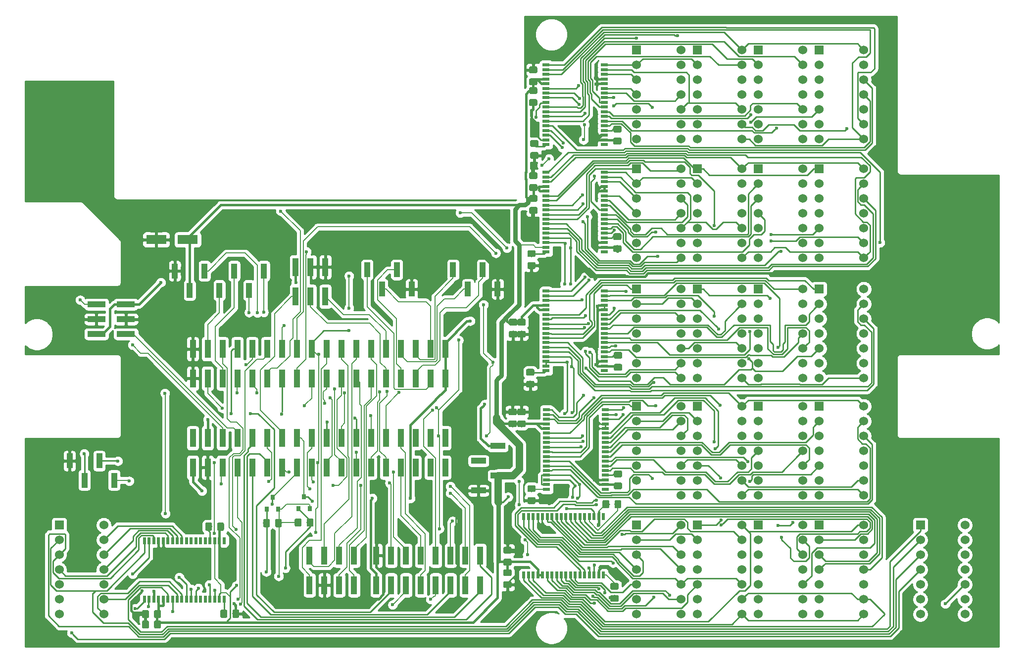
<source format=gbr>
G04 #@! TF.GenerationSoftware,KiCad,Pcbnew,(5.1.4-0-10_14)*
G04 #@! TF.CreationDate,2019-11-05T07:55:52+01:00*
G04 #@! TF.ProjectId,UFC,5546432e-6b69-4636-9164-5f7063625858,A*
G04 #@! TF.SameCoordinates,Original*
G04 #@! TF.FileFunction,Copper,L2,Bot*
G04 #@! TF.FilePolarity,Positive*
%FSLAX46Y46*%
G04 Gerber Fmt 4.6, Leading zero omitted, Abs format (unit mm)*
G04 Created by KiCad (PCBNEW (5.1.4-0-10_14)) date 2019-11-05 07:55:52*
%MOMM*%
%LPD*%
G04 APERTURE LIST*
%ADD10R,1.524000X1.524000*%
%ADD11C,1.524000*%
%ADD12R,1.250000X0.600000*%
%ADD13R,0.600000X1.250000*%
%ADD14R,3.500000X1.600000*%
%ADD15R,0.800000X0.900000*%
%ADD16C,0.100000*%
%ADD17C,1.150000*%
%ADD18R,2.510000X1.000000*%
%ADD19R,1.000000X2.510000*%
%ADD20R,3.150000X1.000000*%
%ADD21R,1.000000X3.150000*%
%ADD22C,0.600000*%
%ADD23C,0.381000*%
%ADD24C,0.228600*%
%ADD25C,0.177800*%
%ADD26C,1.270000*%
%ADD27C,0.762000*%
%ADD28C,0.254000*%
G04 APERTURE END LIST*
D10*
X168787000Y-45847000D03*
D11*
X168787000Y-48387000D03*
X168787000Y-50927000D03*
X168787000Y-53467000D03*
X168787000Y-56007000D03*
X168787000Y-58547000D03*
X168787000Y-61087000D03*
X176407000Y-45847000D03*
X176407000Y-48387000D03*
X176407000Y-50927000D03*
X176407000Y-53467000D03*
X176407000Y-56007000D03*
X176407000Y-58547000D03*
X176407000Y-61087000D03*
D10*
X179201000Y-45847000D03*
D11*
X179201000Y-48387000D03*
X179201000Y-50927000D03*
X179201000Y-53467000D03*
X179201000Y-56007000D03*
X179201000Y-58547000D03*
X179201000Y-61087000D03*
X186821000Y-45847000D03*
X186821000Y-48387000D03*
X186821000Y-50927000D03*
X186821000Y-53467000D03*
X186821000Y-56007000D03*
X186821000Y-58547000D03*
X186821000Y-61087000D03*
D10*
X189615000Y-45847000D03*
D11*
X189615000Y-48387000D03*
X189615000Y-50927000D03*
X189615000Y-53467000D03*
X189615000Y-56007000D03*
X189615000Y-58547000D03*
X189615000Y-61087000D03*
X197235000Y-45847000D03*
X197235000Y-48387000D03*
X197235000Y-50927000D03*
X197235000Y-53467000D03*
X197235000Y-56007000D03*
X197235000Y-58547000D03*
X197235000Y-61087000D03*
D10*
X200029000Y-45847000D03*
D11*
X200029000Y-48387000D03*
X200029000Y-50927000D03*
X200029000Y-53467000D03*
X200029000Y-56007000D03*
X200029000Y-58547000D03*
X200029000Y-61087000D03*
X207649000Y-45847000D03*
X207649000Y-48387000D03*
X207649000Y-50927000D03*
X207649000Y-53467000D03*
X207649000Y-56007000D03*
X207649000Y-58547000D03*
X207649000Y-61087000D03*
D10*
X168787000Y-66167000D03*
D11*
X168787000Y-68707000D03*
X168787000Y-71247000D03*
X168787000Y-73787000D03*
X168787000Y-76327000D03*
X168787000Y-78867000D03*
X168787000Y-81407000D03*
X176407000Y-66167000D03*
X176407000Y-68707000D03*
X176407000Y-71247000D03*
X176407000Y-73787000D03*
X176407000Y-76327000D03*
X176407000Y-78867000D03*
X176407000Y-81407000D03*
D10*
X179201000Y-66167000D03*
D11*
X179201000Y-68707000D03*
X179201000Y-71247000D03*
X179201000Y-73787000D03*
X179201000Y-76327000D03*
X179201000Y-78867000D03*
X179201000Y-81407000D03*
X186821000Y-66167000D03*
X186821000Y-68707000D03*
X186821000Y-71247000D03*
X186821000Y-73787000D03*
X186821000Y-76327000D03*
X186821000Y-78867000D03*
X186821000Y-81407000D03*
D10*
X189615000Y-66167000D03*
D11*
X189615000Y-68707000D03*
X189615000Y-71247000D03*
X189615000Y-73787000D03*
X189615000Y-76327000D03*
X189615000Y-78867000D03*
X189615000Y-81407000D03*
X197235000Y-66167000D03*
X197235000Y-68707000D03*
X197235000Y-71247000D03*
X197235000Y-73787000D03*
X197235000Y-76327000D03*
X197235000Y-78867000D03*
X197235000Y-81407000D03*
D10*
X200029000Y-66167000D03*
D11*
X200029000Y-68707000D03*
X200029000Y-71247000D03*
X200029000Y-73787000D03*
X200029000Y-76327000D03*
X200029000Y-78867000D03*
X200029000Y-81407000D03*
X207649000Y-66167000D03*
X207649000Y-68707000D03*
X207649000Y-71247000D03*
X207649000Y-73787000D03*
X207649000Y-76327000D03*
X207649000Y-78867000D03*
X207649000Y-81407000D03*
D10*
X168787000Y-86741000D03*
D11*
X168787000Y-89281000D03*
X168787000Y-91821000D03*
X168787000Y-94361000D03*
X168787000Y-96901000D03*
X168787000Y-99441000D03*
X168787000Y-101981000D03*
X176407000Y-86741000D03*
X176407000Y-89281000D03*
X176407000Y-91821000D03*
X176407000Y-94361000D03*
X176407000Y-96901000D03*
X176407000Y-99441000D03*
X176407000Y-101981000D03*
D10*
X179201000Y-86741000D03*
D11*
X179201000Y-89281000D03*
X179201000Y-91821000D03*
X179201000Y-94361000D03*
X179201000Y-96901000D03*
X179201000Y-99441000D03*
X179201000Y-101981000D03*
X186821000Y-86741000D03*
X186821000Y-89281000D03*
X186821000Y-91821000D03*
X186821000Y-94361000D03*
X186821000Y-96901000D03*
X186821000Y-99441000D03*
X186821000Y-101981000D03*
D10*
X189615000Y-86741000D03*
D11*
X189615000Y-89281000D03*
X189615000Y-91821000D03*
X189615000Y-94361000D03*
X189615000Y-96901000D03*
X189615000Y-99441000D03*
X189615000Y-101981000D03*
X197235000Y-86741000D03*
X197235000Y-89281000D03*
X197235000Y-91821000D03*
X197235000Y-94361000D03*
X197235000Y-96901000D03*
X197235000Y-99441000D03*
X197235000Y-101981000D03*
D10*
X200029000Y-86741000D03*
D11*
X200029000Y-89281000D03*
X200029000Y-91821000D03*
X200029000Y-94361000D03*
X200029000Y-96901000D03*
X200029000Y-99441000D03*
X200029000Y-101981000D03*
X207649000Y-86741000D03*
X207649000Y-89281000D03*
X207649000Y-91821000D03*
X207649000Y-94361000D03*
X207649000Y-96901000D03*
X207649000Y-99441000D03*
X207649000Y-101981000D03*
D10*
X168787000Y-106807000D03*
D11*
X168787000Y-109347000D03*
X168787000Y-111887000D03*
X168787000Y-114427000D03*
X168787000Y-116967000D03*
X168787000Y-119507000D03*
X168787000Y-122047000D03*
X176407000Y-106807000D03*
X176407000Y-109347000D03*
X176407000Y-111887000D03*
X176407000Y-114427000D03*
X176407000Y-116967000D03*
X176407000Y-119507000D03*
X176407000Y-122047000D03*
D10*
X179201000Y-106807000D03*
D11*
X179201000Y-109347000D03*
X179201000Y-111887000D03*
X179201000Y-114427000D03*
X179201000Y-116967000D03*
X179201000Y-119507000D03*
X179201000Y-122047000D03*
X186821000Y-106807000D03*
X186821000Y-109347000D03*
X186821000Y-111887000D03*
X186821000Y-114427000D03*
X186821000Y-116967000D03*
X186821000Y-119507000D03*
X186821000Y-122047000D03*
D10*
X189615000Y-106807000D03*
D11*
X189615000Y-109347000D03*
X189615000Y-111887000D03*
X189615000Y-114427000D03*
X189615000Y-116967000D03*
X189615000Y-119507000D03*
X189615000Y-122047000D03*
X197235000Y-106807000D03*
X197235000Y-109347000D03*
X197235000Y-111887000D03*
X197235000Y-114427000D03*
X197235000Y-116967000D03*
X197235000Y-119507000D03*
X197235000Y-122047000D03*
D10*
X200029000Y-106807000D03*
D11*
X200029000Y-109347000D03*
X200029000Y-111887000D03*
X200029000Y-114427000D03*
X200029000Y-116967000D03*
X200029000Y-119507000D03*
X200029000Y-122047000D03*
X207649000Y-106807000D03*
X207649000Y-109347000D03*
X207649000Y-111887000D03*
X207649000Y-114427000D03*
X207649000Y-116967000D03*
X207649000Y-119507000D03*
X207649000Y-122047000D03*
D10*
X168787000Y-127127000D03*
D11*
X168787000Y-129667000D03*
X168787000Y-132207000D03*
X168787000Y-134747000D03*
X168787000Y-137287000D03*
X168787000Y-139827000D03*
X168787000Y-142367000D03*
X176407000Y-127127000D03*
X176407000Y-129667000D03*
X176407000Y-132207000D03*
X176407000Y-134747000D03*
X176407000Y-137287000D03*
X176407000Y-139827000D03*
X176407000Y-142367000D03*
D10*
X179201000Y-127127000D03*
D11*
X179201000Y-129667000D03*
X179201000Y-132207000D03*
X179201000Y-134747000D03*
X179201000Y-137287000D03*
X179201000Y-139827000D03*
X179201000Y-142367000D03*
X186821000Y-127127000D03*
X186821000Y-129667000D03*
X186821000Y-132207000D03*
X186821000Y-134747000D03*
X186821000Y-137287000D03*
X186821000Y-139827000D03*
X186821000Y-142367000D03*
D10*
X189615000Y-127127000D03*
D11*
X189615000Y-129667000D03*
X189615000Y-132207000D03*
X189615000Y-134747000D03*
X189615000Y-137287000D03*
X189615000Y-139827000D03*
X189615000Y-142367000D03*
X197235000Y-127127000D03*
X197235000Y-129667000D03*
X197235000Y-132207000D03*
X197235000Y-134747000D03*
X197235000Y-137287000D03*
X197235000Y-139827000D03*
X197235000Y-142367000D03*
D10*
X200029000Y-127127000D03*
D11*
X200029000Y-129667000D03*
X200029000Y-132207000D03*
X200029000Y-134747000D03*
X200029000Y-137287000D03*
X200029000Y-139827000D03*
X200029000Y-142367000D03*
X207649000Y-127127000D03*
X207649000Y-129667000D03*
X207649000Y-132207000D03*
X207649000Y-134747000D03*
X207649000Y-137287000D03*
X207649000Y-139827000D03*
X207649000Y-142367000D03*
D10*
X70009000Y-127127000D03*
D11*
X70009000Y-129667000D03*
X70009000Y-132207000D03*
X70009000Y-134747000D03*
X70009000Y-137287000D03*
X70009000Y-139827000D03*
X70009000Y-142367000D03*
X77629000Y-127127000D03*
X77629000Y-129667000D03*
X77629000Y-132207000D03*
X77629000Y-134747000D03*
X77629000Y-137287000D03*
X77629000Y-139827000D03*
X77629000Y-142367000D03*
D10*
X217329000Y-127127000D03*
D11*
X217329000Y-129667000D03*
X217329000Y-132207000D03*
X217329000Y-134747000D03*
X217329000Y-137287000D03*
X217329000Y-139827000D03*
X217329000Y-142367000D03*
X224949000Y-127127000D03*
X224949000Y-129667000D03*
X224949000Y-132207000D03*
X224949000Y-134747000D03*
X224949000Y-137287000D03*
X224949000Y-139827000D03*
X224949000Y-142367000D03*
D12*
X163299000Y-62001000D03*
X163299000Y-61201000D03*
X163299000Y-60401000D03*
X163299000Y-59601000D03*
X163299000Y-58801000D03*
X163299000Y-58001000D03*
X163299000Y-57201000D03*
X163299000Y-56401000D03*
X163299000Y-55601000D03*
X163299000Y-54801000D03*
X163299000Y-54001000D03*
X163299000Y-53201000D03*
X163299000Y-52401000D03*
X163299000Y-51601000D03*
X163299000Y-50801000D03*
X163299000Y-50001000D03*
X163299000Y-49201000D03*
X163299000Y-48401000D03*
X163299000Y-48401000D03*
X163299000Y-49201000D03*
X163299000Y-50001000D03*
X163299000Y-50801000D03*
X163299000Y-51601000D03*
X163299000Y-52401000D03*
X163299000Y-53201000D03*
X163299000Y-54001000D03*
X163299000Y-54801000D03*
X163299000Y-55601000D03*
X163299000Y-56401000D03*
X163299000Y-57201000D03*
X163299000Y-58001000D03*
X163299000Y-58801000D03*
X163299000Y-59601000D03*
X163299000Y-60401000D03*
X163299000Y-61201000D03*
X163299000Y-62001000D03*
X163299000Y-62001000D03*
X163299000Y-61201000D03*
X163299000Y-60401000D03*
X163299000Y-59601000D03*
X163299000Y-58801000D03*
X163299000Y-58001000D03*
X163299000Y-57201000D03*
X163299000Y-56401000D03*
X163299000Y-55601000D03*
X163299000Y-54801000D03*
X163299000Y-54001000D03*
X163299000Y-53201000D03*
X163299000Y-52401000D03*
X163299000Y-51601000D03*
X163299000Y-50801000D03*
X163299000Y-50001000D03*
X163299000Y-49201000D03*
X163299000Y-48401000D03*
X163299000Y-48401000D03*
X163299000Y-49201000D03*
X163299000Y-50001000D03*
X163299000Y-50801000D03*
X163299000Y-51601000D03*
X163299000Y-52401000D03*
X163299000Y-53201000D03*
X163299000Y-54001000D03*
X163299000Y-54801000D03*
X163299000Y-55601000D03*
X163299000Y-56401000D03*
X163299000Y-57201000D03*
X163299000Y-58001000D03*
X163299000Y-58801000D03*
X163299000Y-59601000D03*
X163299000Y-60401000D03*
X163299000Y-61201000D03*
X163299000Y-62001000D03*
X163299000Y-62001000D03*
X163299000Y-61201000D03*
X163299000Y-60401000D03*
X163299000Y-59601000D03*
X163299000Y-58801000D03*
X163299000Y-58001000D03*
X163299000Y-57201000D03*
X163299000Y-56401000D03*
X163299000Y-55601000D03*
X163299000Y-54801000D03*
X163299000Y-54001000D03*
X163299000Y-53201000D03*
X163299000Y-52401000D03*
X163299000Y-51601000D03*
X163299000Y-50801000D03*
X163299000Y-50001000D03*
X163299000Y-49201000D03*
X163299000Y-48401000D03*
X163299000Y-48401000D03*
X163299000Y-49201000D03*
X163299000Y-50001000D03*
X163299000Y-50801000D03*
X163299000Y-51601000D03*
X163299000Y-52401000D03*
X163299000Y-53201000D03*
X163299000Y-54001000D03*
X163299000Y-54801000D03*
X163299000Y-55601000D03*
X163299000Y-56401000D03*
X163299000Y-57201000D03*
X163299000Y-58001000D03*
X163299000Y-58801000D03*
X163299000Y-59601000D03*
X163299000Y-60401000D03*
X163299000Y-61201000D03*
X163299000Y-62001000D03*
X163299000Y-62001000D03*
X163299000Y-61201000D03*
X163299000Y-60401000D03*
X163299000Y-59601000D03*
X163299000Y-58801000D03*
X163299000Y-58001000D03*
X163299000Y-57201000D03*
X163299000Y-56401000D03*
X163299000Y-55601000D03*
X163299000Y-54801000D03*
X163299000Y-54001000D03*
X163299000Y-53201000D03*
X163299000Y-52401000D03*
X163299000Y-51601000D03*
X163299000Y-50801000D03*
X163299000Y-50001000D03*
X163299000Y-49201000D03*
X163299000Y-48401000D03*
X163299000Y-48401000D03*
X163299000Y-49201000D03*
X163299000Y-50001000D03*
X163299000Y-50801000D03*
X163299000Y-51601000D03*
X163299000Y-52401000D03*
X163299000Y-53201000D03*
X163299000Y-54001000D03*
X163299000Y-54801000D03*
X163299000Y-55601000D03*
X163299000Y-56401000D03*
X163299000Y-57201000D03*
X163299000Y-58001000D03*
X163299000Y-58801000D03*
X163299000Y-59601000D03*
X163299000Y-60401000D03*
X163299000Y-61201000D03*
X163299000Y-62001000D03*
X153299000Y-62001000D03*
X153299000Y-61201000D03*
X153299000Y-60401000D03*
X153299000Y-59601000D03*
X153299000Y-58801000D03*
X153299000Y-58001000D03*
X153299000Y-57201000D03*
X153299000Y-56401000D03*
X153299000Y-55601000D03*
X153299000Y-54801000D03*
X153299000Y-54001000D03*
X153299000Y-53201000D03*
X153299000Y-52401000D03*
X153299000Y-51601000D03*
X153299000Y-50801000D03*
X153299000Y-50001000D03*
X153299000Y-49201000D03*
X153299000Y-48401000D03*
X163299000Y-80387000D03*
X163299000Y-79587000D03*
X163299000Y-78787000D03*
X163299000Y-77987000D03*
X163299000Y-77187000D03*
X163299000Y-76387000D03*
X163299000Y-75587000D03*
X163299000Y-74787000D03*
X163299000Y-73987000D03*
X163299000Y-73187000D03*
X163299000Y-72387000D03*
X163299000Y-71587000D03*
X163299000Y-70787000D03*
X163299000Y-69987000D03*
X163299000Y-69187000D03*
X163299000Y-68387000D03*
X163299000Y-67587000D03*
X163299000Y-66787000D03*
X163299000Y-66787000D03*
X163299000Y-67587000D03*
X163299000Y-68387000D03*
X163299000Y-69187000D03*
X163299000Y-69987000D03*
X163299000Y-70787000D03*
X163299000Y-71587000D03*
X163299000Y-72387000D03*
X163299000Y-73187000D03*
X163299000Y-73987000D03*
X163299000Y-74787000D03*
X163299000Y-75587000D03*
X163299000Y-76387000D03*
X163299000Y-77187000D03*
X163299000Y-77987000D03*
X163299000Y-78787000D03*
X163299000Y-79587000D03*
X163299000Y-80387000D03*
X163299000Y-80387000D03*
X163299000Y-79587000D03*
X163299000Y-78787000D03*
X163299000Y-77987000D03*
X163299000Y-77187000D03*
X163299000Y-76387000D03*
X163299000Y-75587000D03*
X163299000Y-74787000D03*
X163299000Y-73987000D03*
X163299000Y-73187000D03*
X163299000Y-72387000D03*
X163299000Y-71587000D03*
X163299000Y-70787000D03*
X163299000Y-69987000D03*
X163299000Y-69187000D03*
X163299000Y-68387000D03*
X163299000Y-67587000D03*
X163299000Y-66787000D03*
X163299000Y-66787000D03*
X163299000Y-67587000D03*
X163299000Y-68387000D03*
X163299000Y-69187000D03*
X163299000Y-69987000D03*
X163299000Y-70787000D03*
X163299000Y-71587000D03*
X163299000Y-72387000D03*
X163299000Y-73187000D03*
X163299000Y-73987000D03*
X163299000Y-74787000D03*
X163299000Y-75587000D03*
X163299000Y-76387000D03*
X163299000Y-77187000D03*
X163299000Y-77987000D03*
X163299000Y-78787000D03*
X163299000Y-79587000D03*
X163299000Y-80387000D03*
X163299000Y-80387000D03*
X163299000Y-79587000D03*
X163299000Y-78787000D03*
X163299000Y-77987000D03*
X163299000Y-77187000D03*
X163299000Y-76387000D03*
X163299000Y-75587000D03*
X163299000Y-74787000D03*
X163299000Y-73987000D03*
X163299000Y-73187000D03*
X163299000Y-72387000D03*
X163299000Y-71587000D03*
X163299000Y-70787000D03*
X163299000Y-69987000D03*
X163299000Y-69187000D03*
X163299000Y-68387000D03*
X163299000Y-67587000D03*
X163299000Y-66787000D03*
X163299000Y-66787000D03*
X163299000Y-67587000D03*
X163299000Y-68387000D03*
X163299000Y-69187000D03*
X163299000Y-69987000D03*
X163299000Y-70787000D03*
X163299000Y-71587000D03*
X163299000Y-72387000D03*
X163299000Y-73187000D03*
X163299000Y-73987000D03*
X163299000Y-74787000D03*
X163299000Y-75587000D03*
X163299000Y-76387000D03*
X163299000Y-77187000D03*
X163299000Y-77987000D03*
X163299000Y-78787000D03*
X163299000Y-79587000D03*
X163299000Y-80387000D03*
X163299000Y-80387000D03*
X163299000Y-79587000D03*
X163299000Y-78787000D03*
X163299000Y-77987000D03*
X163299000Y-77187000D03*
X163299000Y-76387000D03*
X163299000Y-75587000D03*
X163299000Y-74787000D03*
X163299000Y-73987000D03*
X163299000Y-73187000D03*
X163299000Y-72387000D03*
X163299000Y-71587000D03*
X163299000Y-70787000D03*
X163299000Y-69987000D03*
X163299000Y-69187000D03*
X163299000Y-68387000D03*
X163299000Y-67587000D03*
X163299000Y-66787000D03*
X163299000Y-66787000D03*
X163299000Y-67587000D03*
X163299000Y-68387000D03*
X163299000Y-69187000D03*
X163299000Y-69987000D03*
X163299000Y-70787000D03*
X163299000Y-71587000D03*
X163299000Y-72387000D03*
X163299000Y-73187000D03*
X163299000Y-73987000D03*
X163299000Y-74787000D03*
X163299000Y-75587000D03*
X163299000Y-76387000D03*
X163299000Y-77187000D03*
X163299000Y-77987000D03*
X163299000Y-78787000D03*
X163299000Y-79587000D03*
X163299000Y-80387000D03*
X153299000Y-80387000D03*
X153299000Y-79587000D03*
X153299000Y-78787000D03*
X153299000Y-77987000D03*
X153299000Y-77187000D03*
X153299000Y-76387000D03*
X153299000Y-75587000D03*
X153299000Y-74787000D03*
X153299000Y-73987000D03*
X153299000Y-73187000D03*
X153299000Y-72387000D03*
X153299000Y-71587000D03*
X153299000Y-70787000D03*
X153299000Y-69987000D03*
X153299000Y-69187000D03*
X153299000Y-68387000D03*
X153299000Y-67587000D03*
X153299000Y-66787000D03*
X163299000Y-100707000D03*
X163299000Y-99907000D03*
X163299000Y-99107000D03*
X163299000Y-98307000D03*
X163299000Y-97507000D03*
X163299000Y-96707000D03*
X163299000Y-95907000D03*
X163299000Y-95107000D03*
X163299000Y-94307000D03*
X163299000Y-93507000D03*
X163299000Y-92707000D03*
X163299000Y-91907000D03*
X163299000Y-91107000D03*
X163299000Y-90307000D03*
X163299000Y-89507000D03*
X163299000Y-88707000D03*
X163299000Y-87907000D03*
X163299000Y-87107000D03*
X163299000Y-87107000D03*
X163299000Y-87907000D03*
X163299000Y-88707000D03*
X163299000Y-89507000D03*
X163299000Y-90307000D03*
X163299000Y-91107000D03*
X163299000Y-91907000D03*
X163299000Y-92707000D03*
X163299000Y-93507000D03*
X163299000Y-94307000D03*
X163299000Y-95107000D03*
X163299000Y-95907000D03*
X163299000Y-96707000D03*
X163299000Y-97507000D03*
X163299000Y-98307000D03*
X163299000Y-99107000D03*
X163299000Y-99907000D03*
X163299000Y-100707000D03*
X163299000Y-100707000D03*
X163299000Y-99907000D03*
X163299000Y-99107000D03*
X163299000Y-98307000D03*
X163299000Y-97507000D03*
X163299000Y-96707000D03*
X163299000Y-95907000D03*
X163299000Y-95107000D03*
X163299000Y-94307000D03*
X163299000Y-93507000D03*
X163299000Y-92707000D03*
X163299000Y-91907000D03*
X163299000Y-91107000D03*
X163299000Y-90307000D03*
X163299000Y-89507000D03*
X163299000Y-88707000D03*
X163299000Y-87907000D03*
X163299000Y-87107000D03*
X163299000Y-87107000D03*
X163299000Y-87907000D03*
X163299000Y-88707000D03*
X163299000Y-89507000D03*
X163299000Y-90307000D03*
X163299000Y-91107000D03*
X163299000Y-91907000D03*
X163299000Y-92707000D03*
X163299000Y-93507000D03*
X163299000Y-94307000D03*
X163299000Y-95107000D03*
X163299000Y-95907000D03*
X163299000Y-96707000D03*
X163299000Y-97507000D03*
X163299000Y-98307000D03*
X163299000Y-99107000D03*
X163299000Y-99907000D03*
X163299000Y-100707000D03*
X163299000Y-100707000D03*
X163299000Y-99907000D03*
X163299000Y-99107000D03*
X163299000Y-98307000D03*
X163299000Y-97507000D03*
X163299000Y-96707000D03*
X163299000Y-95907000D03*
X163299000Y-95107000D03*
X163299000Y-94307000D03*
X163299000Y-93507000D03*
X163299000Y-92707000D03*
X163299000Y-91907000D03*
X163299000Y-91107000D03*
X163299000Y-90307000D03*
X163299000Y-89507000D03*
X163299000Y-88707000D03*
X163299000Y-87907000D03*
X163299000Y-87107000D03*
X163299000Y-87107000D03*
X163299000Y-87907000D03*
X163299000Y-88707000D03*
X163299000Y-89507000D03*
X163299000Y-90307000D03*
X163299000Y-91107000D03*
X163299000Y-91907000D03*
X163299000Y-92707000D03*
X163299000Y-93507000D03*
X163299000Y-94307000D03*
X163299000Y-95107000D03*
X163299000Y-95907000D03*
X163299000Y-96707000D03*
X163299000Y-97507000D03*
X163299000Y-98307000D03*
X163299000Y-99107000D03*
X163299000Y-99907000D03*
X163299000Y-100707000D03*
X163299000Y-100707000D03*
X163299000Y-99907000D03*
X163299000Y-99107000D03*
X163299000Y-98307000D03*
X163299000Y-97507000D03*
X163299000Y-96707000D03*
X163299000Y-95907000D03*
X163299000Y-95107000D03*
X163299000Y-94307000D03*
X163299000Y-93507000D03*
X163299000Y-92707000D03*
X163299000Y-91907000D03*
X163299000Y-91107000D03*
X163299000Y-90307000D03*
X163299000Y-89507000D03*
X163299000Y-88707000D03*
X163299000Y-87907000D03*
X163299000Y-87107000D03*
X163299000Y-87107000D03*
X163299000Y-87907000D03*
X163299000Y-88707000D03*
X163299000Y-89507000D03*
X163299000Y-90307000D03*
X163299000Y-91107000D03*
X163299000Y-91907000D03*
X163299000Y-92707000D03*
X163299000Y-93507000D03*
X163299000Y-94307000D03*
X163299000Y-95107000D03*
X163299000Y-95907000D03*
X163299000Y-96707000D03*
X163299000Y-97507000D03*
X163299000Y-98307000D03*
X163299000Y-99107000D03*
X163299000Y-99907000D03*
X163299000Y-100707000D03*
X153299000Y-100707000D03*
X153299000Y-99907000D03*
X153299000Y-99107000D03*
X153299000Y-98307000D03*
X153299000Y-97507000D03*
X153299000Y-96707000D03*
X153299000Y-95907000D03*
X153299000Y-95107000D03*
X153299000Y-94307000D03*
X153299000Y-93507000D03*
X153299000Y-92707000D03*
X153299000Y-91907000D03*
X153299000Y-91107000D03*
X153299000Y-90307000D03*
X153299000Y-89507000D03*
X153299000Y-88707000D03*
X153299000Y-87907000D03*
X153299000Y-87107000D03*
X163400000Y-121000000D03*
X163400000Y-120200000D03*
X163400000Y-119400000D03*
X163400000Y-118600000D03*
X163400000Y-117800000D03*
X163400000Y-117000000D03*
X163400000Y-116200000D03*
X163400000Y-115400000D03*
X163400000Y-114600000D03*
X163400000Y-113800000D03*
X163400000Y-113000000D03*
X163400000Y-112200000D03*
X163400000Y-111400000D03*
X163400000Y-110600000D03*
X163400000Y-109800000D03*
X163400000Y-109000000D03*
X163400000Y-108200000D03*
X163400000Y-107400000D03*
X163400000Y-107400000D03*
X163400000Y-108200000D03*
X163400000Y-109000000D03*
X163400000Y-109800000D03*
X163400000Y-110600000D03*
X163400000Y-111400000D03*
X163400000Y-112200000D03*
X163400000Y-113000000D03*
X163400000Y-113800000D03*
X163400000Y-114600000D03*
X163400000Y-115400000D03*
X163400000Y-116200000D03*
X163400000Y-117000000D03*
X163400000Y-117800000D03*
X163400000Y-118600000D03*
X163400000Y-119400000D03*
X163400000Y-120200000D03*
X163400000Y-121000000D03*
X163400000Y-121000000D03*
X163400000Y-120200000D03*
X163400000Y-119400000D03*
X163400000Y-118600000D03*
X163400000Y-117800000D03*
X163400000Y-117000000D03*
X163400000Y-116200000D03*
X163400000Y-115400000D03*
X163400000Y-114600000D03*
X163400000Y-113800000D03*
X163400000Y-113000000D03*
X163400000Y-112200000D03*
X163400000Y-111400000D03*
X163400000Y-110600000D03*
X163400000Y-109800000D03*
X163400000Y-109000000D03*
X163400000Y-108200000D03*
X163400000Y-107400000D03*
X163400000Y-107400000D03*
X163400000Y-108200000D03*
X163400000Y-109000000D03*
X163400000Y-109800000D03*
X163400000Y-110600000D03*
X163400000Y-111400000D03*
X163400000Y-112200000D03*
X163400000Y-113000000D03*
X163400000Y-113800000D03*
X163400000Y-114600000D03*
X163400000Y-115400000D03*
X163400000Y-116200000D03*
X163400000Y-117000000D03*
X163400000Y-117800000D03*
X163400000Y-118600000D03*
X163400000Y-119400000D03*
X163400000Y-120200000D03*
X163400000Y-121000000D03*
X163400000Y-121000000D03*
X163400000Y-120200000D03*
X163400000Y-119400000D03*
X163400000Y-118600000D03*
X163400000Y-117800000D03*
X163400000Y-117000000D03*
X163400000Y-116200000D03*
X163400000Y-115400000D03*
X163400000Y-114600000D03*
X163400000Y-113800000D03*
X163400000Y-113000000D03*
X163400000Y-112200000D03*
X163400000Y-111400000D03*
X163400000Y-110600000D03*
X163400000Y-109800000D03*
X163400000Y-109000000D03*
X163400000Y-108200000D03*
X163400000Y-107400000D03*
X163400000Y-107400000D03*
X163400000Y-108200000D03*
X163400000Y-109000000D03*
X163400000Y-109800000D03*
X163400000Y-110600000D03*
X163400000Y-111400000D03*
X163400000Y-112200000D03*
X163400000Y-113000000D03*
X163400000Y-113800000D03*
X163400000Y-114600000D03*
X163400000Y-115400000D03*
X163400000Y-116200000D03*
X163400000Y-117000000D03*
X163400000Y-117800000D03*
X163400000Y-118600000D03*
X163400000Y-119400000D03*
X163400000Y-120200000D03*
X163400000Y-121000000D03*
X163400000Y-121000000D03*
X163400000Y-120200000D03*
X163400000Y-119400000D03*
X163400000Y-118600000D03*
X163400000Y-117800000D03*
X163400000Y-117000000D03*
X163400000Y-116200000D03*
X163400000Y-115400000D03*
X163400000Y-114600000D03*
X163400000Y-113800000D03*
X163400000Y-113000000D03*
X163400000Y-112200000D03*
X163400000Y-111400000D03*
X163400000Y-110600000D03*
X163400000Y-109800000D03*
X163400000Y-109000000D03*
X163400000Y-108200000D03*
X163400000Y-107400000D03*
X163400000Y-107400000D03*
X163400000Y-108200000D03*
X163400000Y-109000000D03*
X163400000Y-109800000D03*
X163400000Y-110600000D03*
X163400000Y-111400000D03*
X163400000Y-112200000D03*
X163400000Y-113000000D03*
X163400000Y-113800000D03*
X163400000Y-114600000D03*
X163400000Y-115400000D03*
X163400000Y-116200000D03*
X163400000Y-117000000D03*
X163400000Y-117800000D03*
X163400000Y-118600000D03*
X163400000Y-119400000D03*
X163400000Y-120200000D03*
X163400000Y-121000000D03*
X153400000Y-121000000D03*
X153400000Y-120200000D03*
X153400000Y-119400000D03*
X153400000Y-118600000D03*
X153400000Y-117800000D03*
X153400000Y-117000000D03*
X153400000Y-116200000D03*
X153400000Y-115400000D03*
X153400000Y-114600000D03*
X153400000Y-113800000D03*
X153400000Y-113000000D03*
X153400000Y-112200000D03*
X153400000Y-111400000D03*
X153400000Y-110600000D03*
X153400000Y-109800000D03*
X153400000Y-109000000D03*
X153400000Y-108200000D03*
X153400000Y-107400000D03*
D13*
X163100000Y-125700000D03*
X162300000Y-125700000D03*
X161500000Y-125700000D03*
X160700000Y-125700000D03*
X159900000Y-125700000D03*
X159100000Y-125700000D03*
X158300000Y-125700000D03*
X157500000Y-125700000D03*
X156700000Y-125700000D03*
X155900000Y-125700000D03*
X155100000Y-125700000D03*
X154300000Y-125700000D03*
X153500000Y-125700000D03*
X152700000Y-125700000D03*
X151900000Y-125700000D03*
X151100000Y-125700000D03*
X150300000Y-125700000D03*
X149500000Y-125700000D03*
X149500000Y-125700000D03*
X150300000Y-125700000D03*
X151100000Y-125700000D03*
X151900000Y-125700000D03*
X152700000Y-125700000D03*
X153500000Y-125700000D03*
X154300000Y-125700000D03*
X155100000Y-125700000D03*
X155900000Y-125700000D03*
X156700000Y-125700000D03*
X157500000Y-125700000D03*
X158300000Y-125700000D03*
X159100000Y-125700000D03*
X159900000Y-125700000D03*
X160700000Y-125700000D03*
X161500000Y-125700000D03*
X162300000Y-125700000D03*
X163100000Y-125700000D03*
X163100000Y-125700000D03*
X162300000Y-125700000D03*
X161500000Y-125700000D03*
X160700000Y-125700000D03*
X159900000Y-125700000D03*
X159100000Y-125700000D03*
X158300000Y-125700000D03*
X157500000Y-125700000D03*
X156700000Y-125700000D03*
X155900000Y-125700000D03*
X155100000Y-125700000D03*
X154300000Y-125700000D03*
X153500000Y-125700000D03*
X152700000Y-125700000D03*
X151900000Y-125700000D03*
X151100000Y-125700000D03*
X150300000Y-125700000D03*
X149500000Y-125700000D03*
X149500000Y-125700000D03*
X150300000Y-125700000D03*
X151100000Y-125700000D03*
X151900000Y-125700000D03*
X152700000Y-125700000D03*
X153500000Y-125700000D03*
X154300000Y-125700000D03*
X155100000Y-125700000D03*
X155900000Y-125700000D03*
X156700000Y-125700000D03*
X157500000Y-125700000D03*
X158300000Y-125700000D03*
X159100000Y-125700000D03*
X159900000Y-125700000D03*
X160700000Y-125700000D03*
X161500000Y-125700000D03*
X162300000Y-125700000D03*
X163100000Y-125700000D03*
X163100000Y-125700000D03*
X162300000Y-125700000D03*
X161500000Y-125700000D03*
X160700000Y-125700000D03*
X159900000Y-125700000D03*
X159100000Y-125700000D03*
X158300000Y-125700000D03*
X157500000Y-125700000D03*
X156700000Y-125700000D03*
X155900000Y-125700000D03*
X155100000Y-125700000D03*
X154300000Y-125700000D03*
X153500000Y-125700000D03*
X152700000Y-125700000D03*
X151900000Y-125700000D03*
X151100000Y-125700000D03*
X150300000Y-125700000D03*
X149500000Y-125700000D03*
X149500000Y-125700000D03*
X150300000Y-125700000D03*
X151100000Y-125700000D03*
X151900000Y-125700000D03*
X152700000Y-125700000D03*
X153500000Y-125700000D03*
X154300000Y-125700000D03*
X155100000Y-125700000D03*
X155900000Y-125700000D03*
X156700000Y-125700000D03*
X157500000Y-125700000D03*
X158300000Y-125700000D03*
X159100000Y-125700000D03*
X159900000Y-125700000D03*
X160700000Y-125700000D03*
X161500000Y-125700000D03*
X162300000Y-125700000D03*
X163100000Y-125700000D03*
X163100000Y-125700000D03*
X162300000Y-125700000D03*
X161500000Y-125700000D03*
X160700000Y-125700000D03*
X159900000Y-125700000D03*
X159100000Y-125700000D03*
X158300000Y-125700000D03*
X157500000Y-125700000D03*
X156700000Y-125700000D03*
X155900000Y-125700000D03*
X155100000Y-125700000D03*
X154300000Y-125700000D03*
X153500000Y-125700000D03*
X152700000Y-125700000D03*
X151900000Y-125700000D03*
X151100000Y-125700000D03*
X150300000Y-125700000D03*
X149500000Y-125700000D03*
X149500000Y-125700000D03*
X150300000Y-125700000D03*
X151100000Y-125700000D03*
X151900000Y-125700000D03*
X152700000Y-125700000D03*
X153500000Y-125700000D03*
X154300000Y-125700000D03*
X155100000Y-125700000D03*
X155900000Y-125700000D03*
X156700000Y-125700000D03*
X157500000Y-125700000D03*
X158300000Y-125700000D03*
X159100000Y-125700000D03*
X159900000Y-125700000D03*
X160700000Y-125700000D03*
X161500000Y-125700000D03*
X162300000Y-125700000D03*
X163100000Y-125700000D03*
X163100000Y-135700000D03*
X162300000Y-135700000D03*
X161500000Y-135700000D03*
X160700000Y-135700000D03*
X159900000Y-135700000D03*
X159100000Y-135700000D03*
X158300000Y-135700000D03*
X157500000Y-135700000D03*
X156700000Y-135700000D03*
X155900000Y-135700000D03*
X155100000Y-135700000D03*
X154300000Y-135700000D03*
X153500000Y-135700000D03*
X152700000Y-135700000D03*
X151900000Y-135700000D03*
X151100000Y-135700000D03*
X150300000Y-135700000D03*
X149500000Y-135700000D03*
X98200000Y-129800000D03*
X97400000Y-129800000D03*
X96600000Y-129800000D03*
X95800000Y-129800000D03*
X95000000Y-129800000D03*
X94200000Y-129800000D03*
X93400000Y-129800000D03*
X92600000Y-129800000D03*
X91800000Y-129800000D03*
X91000000Y-129800000D03*
X90200000Y-129800000D03*
X89400000Y-129800000D03*
X88600000Y-129800000D03*
X87800000Y-129800000D03*
X87000000Y-129800000D03*
X86200000Y-129800000D03*
X85400000Y-129800000D03*
X84600000Y-129800000D03*
X84600000Y-129800000D03*
X85400000Y-129800000D03*
X86200000Y-129800000D03*
X87000000Y-129800000D03*
X87800000Y-129800000D03*
X88600000Y-129800000D03*
X89400000Y-129800000D03*
X90200000Y-129800000D03*
X91000000Y-129800000D03*
X91800000Y-129800000D03*
X92600000Y-129800000D03*
X93400000Y-129800000D03*
X94200000Y-129800000D03*
X95000000Y-129800000D03*
X95800000Y-129800000D03*
X96600000Y-129800000D03*
X97400000Y-129800000D03*
X98200000Y-129800000D03*
X98200000Y-129800000D03*
X97400000Y-129800000D03*
X96600000Y-129800000D03*
X95800000Y-129800000D03*
X95000000Y-129800000D03*
X94200000Y-129800000D03*
X93400000Y-129800000D03*
X92600000Y-129800000D03*
X91800000Y-129800000D03*
X91000000Y-129800000D03*
X90200000Y-129800000D03*
X89400000Y-129800000D03*
X88600000Y-129800000D03*
X87800000Y-129800000D03*
X87000000Y-129800000D03*
X86200000Y-129800000D03*
X85400000Y-129800000D03*
X84600000Y-129800000D03*
X84600000Y-129800000D03*
X85400000Y-129800000D03*
X86200000Y-129800000D03*
X87000000Y-129800000D03*
X87800000Y-129800000D03*
X88600000Y-129800000D03*
X89400000Y-129800000D03*
X90200000Y-129800000D03*
X91000000Y-129800000D03*
X91800000Y-129800000D03*
X92600000Y-129800000D03*
X93400000Y-129800000D03*
X94200000Y-129800000D03*
X95000000Y-129800000D03*
X95800000Y-129800000D03*
X96600000Y-129800000D03*
X97400000Y-129800000D03*
X98200000Y-129800000D03*
X98200000Y-129800000D03*
X97400000Y-129800000D03*
X96600000Y-129800000D03*
X95800000Y-129800000D03*
X95000000Y-129800000D03*
X94200000Y-129800000D03*
X93400000Y-129800000D03*
X92600000Y-129800000D03*
X91800000Y-129800000D03*
X91000000Y-129800000D03*
X90200000Y-129800000D03*
X89400000Y-129800000D03*
X88600000Y-129800000D03*
X87800000Y-129800000D03*
X87000000Y-129800000D03*
X86200000Y-129800000D03*
X85400000Y-129800000D03*
X84600000Y-129800000D03*
X84600000Y-129800000D03*
X85400000Y-129800000D03*
X86200000Y-129800000D03*
X87000000Y-129800000D03*
X87800000Y-129800000D03*
X88600000Y-129800000D03*
X89400000Y-129800000D03*
X90200000Y-129800000D03*
X91000000Y-129800000D03*
X91800000Y-129800000D03*
X92600000Y-129800000D03*
X93400000Y-129800000D03*
X94200000Y-129800000D03*
X95000000Y-129800000D03*
X95800000Y-129800000D03*
X96600000Y-129800000D03*
X97400000Y-129800000D03*
X98200000Y-129800000D03*
X98200000Y-129800000D03*
X97400000Y-129800000D03*
X96600000Y-129800000D03*
X95800000Y-129800000D03*
X95000000Y-129800000D03*
X94200000Y-129800000D03*
X93400000Y-129800000D03*
X92600000Y-129800000D03*
X91800000Y-129800000D03*
X91000000Y-129800000D03*
X90200000Y-129800000D03*
X89400000Y-129800000D03*
X88600000Y-129800000D03*
X87800000Y-129800000D03*
X87000000Y-129800000D03*
X86200000Y-129800000D03*
X85400000Y-129800000D03*
X84600000Y-129800000D03*
X84600000Y-129800000D03*
X85400000Y-129800000D03*
X86200000Y-129800000D03*
X87000000Y-129800000D03*
X87800000Y-129800000D03*
X88600000Y-129800000D03*
X89400000Y-129800000D03*
X90200000Y-129800000D03*
X91000000Y-129800000D03*
X91800000Y-129800000D03*
X92600000Y-129800000D03*
X93400000Y-129800000D03*
X94200000Y-129800000D03*
X95000000Y-129800000D03*
X95800000Y-129800000D03*
X96600000Y-129800000D03*
X97400000Y-129800000D03*
X98200000Y-129800000D03*
X98200000Y-139800000D03*
X97400000Y-139800000D03*
X96600000Y-139800000D03*
X95800000Y-139800000D03*
X95000000Y-139800000D03*
X94200000Y-139800000D03*
X93400000Y-139800000D03*
X92600000Y-139800000D03*
X91800000Y-139800000D03*
X91000000Y-139800000D03*
X90200000Y-139800000D03*
X89400000Y-139800000D03*
X88600000Y-139800000D03*
X87800000Y-139800000D03*
X87000000Y-139800000D03*
X86200000Y-139800000D03*
X85400000Y-139800000D03*
X84600000Y-139800000D03*
D14*
X92000000Y-78300000D03*
X86600000Y-78300000D03*
D15*
X107450000Y-124400000D03*
X105550000Y-124400000D03*
X106500000Y-122400000D03*
X112850000Y-124300000D03*
X110950000Y-124300000D03*
X111900000Y-122300000D03*
D16*
G36*
X151574505Y-48651204D02*
G01*
X151598773Y-48654804D01*
X151622572Y-48660765D01*
X151645671Y-48669030D01*
X151667850Y-48679520D01*
X151688893Y-48692132D01*
X151708599Y-48706747D01*
X151726777Y-48723223D01*
X151743253Y-48741401D01*
X151757868Y-48761107D01*
X151770480Y-48782150D01*
X151780970Y-48804329D01*
X151789235Y-48827428D01*
X151795196Y-48851227D01*
X151798796Y-48875495D01*
X151800000Y-48899999D01*
X151800000Y-49550001D01*
X151798796Y-49574505D01*
X151795196Y-49598773D01*
X151789235Y-49622572D01*
X151780970Y-49645671D01*
X151770480Y-49667850D01*
X151757868Y-49688893D01*
X151743253Y-49708599D01*
X151726777Y-49726777D01*
X151708599Y-49743253D01*
X151688893Y-49757868D01*
X151667850Y-49770480D01*
X151645671Y-49780970D01*
X151622572Y-49789235D01*
X151598773Y-49795196D01*
X151574505Y-49798796D01*
X151550001Y-49800000D01*
X150649999Y-49800000D01*
X150625495Y-49798796D01*
X150601227Y-49795196D01*
X150577428Y-49789235D01*
X150554329Y-49780970D01*
X150532150Y-49770480D01*
X150511107Y-49757868D01*
X150491401Y-49743253D01*
X150473223Y-49726777D01*
X150456747Y-49708599D01*
X150442132Y-49688893D01*
X150429520Y-49667850D01*
X150419030Y-49645671D01*
X150410765Y-49622572D01*
X150404804Y-49598773D01*
X150401204Y-49574505D01*
X150400000Y-49550001D01*
X150400000Y-48899999D01*
X150401204Y-48875495D01*
X150404804Y-48851227D01*
X150410765Y-48827428D01*
X150419030Y-48804329D01*
X150429520Y-48782150D01*
X150442132Y-48761107D01*
X150456747Y-48741401D01*
X150473223Y-48723223D01*
X150491401Y-48706747D01*
X150511107Y-48692132D01*
X150532150Y-48679520D01*
X150554329Y-48669030D01*
X150577428Y-48660765D01*
X150601227Y-48654804D01*
X150625495Y-48651204D01*
X150649999Y-48650000D01*
X151550001Y-48650000D01*
X151574505Y-48651204D01*
X151574505Y-48651204D01*
G37*
D17*
X151100000Y-49225000D03*
D16*
G36*
X151574505Y-50701204D02*
G01*
X151598773Y-50704804D01*
X151622572Y-50710765D01*
X151645671Y-50719030D01*
X151667850Y-50729520D01*
X151688893Y-50742132D01*
X151708599Y-50756747D01*
X151726777Y-50773223D01*
X151743253Y-50791401D01*
X151757868Y-50811107D01*
X151770480Y-50832150D01*
X151780970Y-50854329D01*
X151789235Y-50877428D01*
X151795196Y-50901227D01*
X151798796Y-50925495D01*
X151800000Y-50949999D01*
X151800000Y-51600001D01*
X151798796Y-51624505D01*
X151795196Y-51648773D01*
X151789235Y-51672572D01*
X151780970Y-51695671D01*
X151770480Y-51717850D01*
X151757868Y-51738893D01*
X151743253Y-51758599D01*
X151726777Y-51776777D01*
X151708599Y-51793253D01*
X151688893Y-51807868D01*
X151667850Y-51820480D01*
X151645671Y-51830970D01*
X151622572Y-51839235D01*
X151598773Y-51845196D01*
X151574505Y-51848796D01*
X151550001Y-51850000D01*
X150649999Y-51850000D01*
X150625495Y-51848796D01*
X150601227Y-51845196D01*
X150577428Y-51839235D01*
X150554329Y-51830970D01*
X150532150Y-51820480D01*
X150511107Y-51807868D01*
X150491401Y-51793253D01*
X150473223Y-51776777D01*
X150456747Y-51758599D01*
X150442132Y-51738893D01*
X150429520Y-51717850D01*
X150419030Y-51695671D01*
X150410765Y-51672572D01*
X150404804Y-51648773D01*
X150401204Y-51624505D01*
X150400000Y-51600001D01*
X150400000Y-50949999D01*
X150401204Y-50925495D01*
X150404804Y-50901227D01*
X150410765Y-50877428D01*
X150419030Y-50854329D01*
X150429520Y-50832150D01*
X150442132Y-50811107D01*
X150456747Y-50791401D01*
X150473223Y-50773223D01*
X150491401Y-50756747D01*
X150511107Y-50742132D01*
X150532150Y-50729520D01*
X150554329Y-50719030D01*
X150577428Y-50710765D01*
X150601227Y-50704804D01*
X150625495Y-50701204D01*
X150649999Y-50700000D01*
X151550001Y-50700000D01*
X151574505Y-50701204D01*
X151574505Y-50701204D01*
G37*
D17*
X151100000Y-51275000D03*
D16*
G36*
X148126505Y-91836568D02*
G01*
X148150773Y-91840168D01*
X148174572Y-91846129D01*
X148197671Y-91854394D01*
X148219850Y-91864884D01*
X148240893Y-91877496D01*
X148260599Y-91892111D01*
X148278777Y-91908587D01*
X148295253Y-91926765D01*
X148309868Y-91946471D01*
X148322480Y-91967514D01*
X148332970Y-91989693D01*
X148341235Y-92012792D01*
X148347196Y-92036591D01*
X148350796Y-92060859D01*
X148352000Y-92085363D01*
X148352000Y-92735365D01*
X148350796Y-92759869D01*
X148347196Y-92784137D01*
X148341235Y-92807936D01*
X148332970Y-92831035D01*
X148322480Y-92853214D01*
X148309868Y-92874257D01*
X148295253Y-92893963D01*
X148278777Y-92912141D01*
X148260599Y-92928617D01*
X148240893Y-92943232D01*
X148219850Y-92955844D01*
X148197671Y-92966334D01*
X148174572Y-92974599D01*
X148150773Y-92980560D01*
X148126505Y-92984160D01*
X148102001Y-92985364D01*
X147201999Y-92985364D01*
X147177495Y-92984160D01*
X147153227Y-92980560D01*
X147129428Y-92974599D01*
X147106329Y-92966334D01*
X147084150Y-92955844D01*
X147063107Y-92943232D01*
X147043401Y-92928617D01*
X147025223Y-92912141D01*
X147008747Y-92893963D01*
X146994132Y-92874257D01*
X146981520Y-92853214D01*
X146971030Y-92831035D01*
X146962765Y-92807936D01*
X146956804Y-92784137D01*
X146953204Y-92759869D01*
X146952000Y-92735365D01*
X146952000Y-92085363D01*
X146953204Y-92060859D01*
X146956804Y-92036591D01*
X146962765Y-92012792D01*
X146971030Y-91989693D01*
X146981520Y-91967514D01*
X146994132Y-91946471D01*
X147008747Y-91926765D01*
X147025223Y-91908587D01*
X147043401Y-91892111D01*
X147063107Y-91877496D01*
X147084150Y-91864884D01*
X147106329Y-91854394D01*
X147129428Y-91846129D01*
X147153227Y-91840168D01*
X147177495Y-91836568D01*
X147201999Y-91835364D01*
X148102001Y-91835364D01*
X148126505Y-91836568D01*
X148126505Y-91836568D01*
G37*
D17*
X147652000Y-92410364D03*
D16*
G36*
X148126505Y-93886568D02*
G01*
X148150773Y-93890168D01*
X148174572Y-93896129D01*
X148197671Y-93904394D01*
X148219850Y-93914884D01*
X148240893Y-93927496D01*
X148260599Y-93942111D01*
X148278777Y-93958587D01*
X148295253Y-93976765D01*
X148309868Y-93996471D01*
X148322480Y-94017514D01*
X148332970Y-94039693D01*
X148341235Y-94062792D01*
X148347196Y-94086591D01*
X148350796Y-94110859D01*
X148352000Y-94135363D01*
X148352000Y-94785365D01*
X148350796Y-94809869D01*
X148347196Y-94834137D01*
X148341235Y-94857936D01*
X148332970Y-94881035D01*
X148322480Y-94903214D01*
X148309868Y-94924257D01*
X148295253Y-94943963D01*
X148278777Y-94962141D01*
X148260599Y-94978617D01*
X148240893Y-94993232D01*
X148219850Y-95005844D01*
X148197671Y-95016334D01*
X148174572Y-95024599D01*
X148150773Y-95030560D01*
X148126505Y-95034160D01*
X148102001Y-95035364D01*
X147201999Y-95035364D01*
X147177495Y-95034160D01*
X147153227Y-95030560D01*
X147129428Y-95024599D01*
X147106329Y-95016334D01*
X147084150Y-95005844D01*
X147063107Y-94993232D01*
X147043401Y-94978617D01*
X147025223Y-94962141D01*
X147008747Y-94943963D01*
X146994132Y-94924257D01*
X146981520Y-94903214D01*
X146971030Y-94881035D01*
X146962765Y-94857936D01*
X146956804Y-94834137D01*
X146953204Y-94809869D01*
X146952000Y-94785365D01*
X146952000Y-94135363D01*
X146953204Y-94110859D01*
X146956804Y-94086591D01*
X146962765Y-94062792D01*
X146971030Y-94039693D01*
X146981520Y-94017514D01*
X146994132Y-93996471D01*
X147008747Y-93976765D01*
X147025223Y-93958587D01*
X147043401Y-93942111D01*
X147063107Y-93927496D01*
X147084150Y-93914884D01*
X147106329Y-93904394D01*
X147129428Y-93896129D01*
X147153227Y-93890168D01*
X147177495Y-93886568D01*
X147201999Y-93885364D01*
X148102001Y-93885364D01*
X148126505Y-93886568D01*
X148126505Y-93886568D01*
G37*
D17*
X147652000Y-94460364D03*
D16*
G36*
X147174505Y-136751204D02*
G01*
X147198773Y-136754804D01*
X147222572Y-136760765D01*
X147245671Y-136769030D01*
X147267850Y-136779520D01*
X147288893Y-136792132D01*
X147308599Y-136806747D01*
X147326777Y-136823223D01*
X147343253Y-136841401D01*
X147357868Y-136861107D01*
X147370480Y-136882150D01*
X147380970Y-136904329D01*
X147389235Y-136927428D01*
X147395196Y-136951227D01*
X147398796Y-136975495D01*
X147400000Y-136999999D01*
X147400000Y-137650001D01*
X147398796Y-137674505D01*
X147395196Y-137698773D01*
X147389235Y-137722572D01*
X147380970Y-137745671D01*
X147370480Y-137767850D01*
X147357868Y-137788893D01*
X147343253Y-137808599D01*
X147326777Y-137826777D01*
X147308599Y-137843253D01*
X147288893Y-137857868D01*
X147267850Y-137870480D01*
X147245671Y-137880970D01*
X147222572Y-137889235D01*
X147198773Y-137895196D01*
X147174505Y-137898796D01*
X147150001Y-137900000D01*
X146249999Y-137900000D01*
X146225495Y-137898796D01*
X146201227Y-137895196D01*
X146177428Y-137889235D01*
X146154329Y-137880970D01*
X146132150Y-137870480D01*
X146111107Y-137857868D01*
X146091401Y-137843253D01*
X146073223Y-137826777D01*
X146056747Y-137808599D01*
X146042132Y-137788893D01*
X146029520Y-137767850D01*
X146019030Y-137745671D01*
X146010765Y-137722572D01*
X146004804Y-137698773D01*
X146001204Y-137674505D01*
X146000000Y-137650001D01*
X146000000Y-136999999D01*
X146001204Y-136975495D01*
X146004804Y-136951227D01*
X146010765Y-136927428D01*
X146019030Y-136904329D01*
X146029520Y-136882150D01*
X146042132Y-136861107D01*
X146056747Y-136841401D01*
X146073223Y-136823223D01*
X146091401Y-136806747D01*
X146111107Y-136792132D01*
X146132150Y-136779520D01*
X146154329Y-136769030D01*
X146177428Y-136760765D01*
X146201227Y-136754804D01*
X146225495Y-136751204D01*
X146249999Y-136750000D01*
X147150001Y-136750000D01*
X147174505Y-136751204D01*
X147174505Y-136751204D01*
G37*
D17*
X146700000Y-137325000D03*
D16*
G36*
X147174505Y-134701204D02*
G01*
X147198773Y-134704804D01*
X147222572Y-134710765D01*
X147245671Y-134719030D01*
X147267850Y-134729520D01*
X147288893Y-134742132D01*
X147308599Y-134756747D01*
X147326777Y-134773223D01*
X147343253Y-134791401D01*
X147357868Y-134811107D01*
X147370480Y-134832150D01*
X147380970Y-134854329D01*
X147389235Y-134877428D01*
X147395196Y-134901227D01*
X147398796Y-134925495D01*
X147400000Y-134949999D01*
X147400000Y-135600001D01*
X147398796Y-135624505D01*
X147395196Y-135648773D01*
X147389235Y-135672572D01*
X147380970Y-135695671D01*
X147370480Y-135717850D01*
X147357868Y-135738893D01*
X147343253Y-135758599D01*
X147326777Y-135776777D01*
X147308599Y-135793253D01*
X147288893Y-135807868D01*
X147267850Y-135820480D01*
X147245671Y-135830970D01*
X147222572Y-135839235D01*
X147198773Y-135845196D01*
X147174505Y-135848796D01*
X147150001Y-135850000D01*
X146249999Y-135850000D01*
X146225495Y-135848796D01*
X146201227Y-135845196D01*
X146177428Y-135839235D01*
X146154329Y-135830970D01*
X146132150Y-135820480D01*
X146111107Y-135807868D01*
X146091401Y-135793253D01*
X146073223Y-135776777D01*
X146056747Y-135758599D01*
X146042132Y-135738893D01*
X146029520Y-135717850D01*
X146019030Y-135695671D01*
X146010765Y-135672572D01*
X146004804Y-135648773D01*
X146001204Y-135624505D01*
X146000000Y-135600001D01*
X146000000Y-134949999D01*
X146001204Y-134925495D01*
X146004804Y-134901227D01*
X146010765Y-134877428D01*
X146019030Y-134854329D01*
X146029520Y-134832150D01*
X146042132Y-134811107D01*
X146056747Y-134791401D01*
X146073223Y-134773223D01*
X146091401Y-134756747D01*
X146111107Y-134742132D01*
X146132150Y-134729520D01*
X146154329Y-134719030D01*
X146177428Y-134710765D01*
X146201227Y-134704804D01*
X146225495Y-134701204D01*
X146249999Y-134700000D01*
X147150001Y-134700000D01*
X147174505Y-134701204D01*
X147174505Y-134701204D01*
G37*
D17*
X146700000Y-135275000D03*
D16*
G36*
X151774505Y-63301204D02*
G01*
X151798773Y-63304804D01*
X151822572Y-63310765D01*
X151845671Y-63319030D01*
X151867850Y-63329520D01*
X151888893Y-63342132D01*
X151908599Y-63356747D01*
X151926777Y-63373223D01*
X151943253Y-63391401D01*
X151957868Y-63411107D01*
X151970480Y-63432150D01*
X151980970Y-63454329D01*
X151989235Y-63477428D01*
X151995196Y-63501227D01*
X151998796Y-63525495D01*
X152000000Y-63549999D01*
X152000000Y-64200001D01*
X151998796Y-64224505D01*
X151995196Y-64248773D01*
X151989235Y-64272572D01*
X151980970Y-64295671D01*
X151970480Y-64317850D01*
X151957868Y-64338893D01*
X151943253Y-64358599D01*
X151926777Y-64376777D01*
X151908599Y-64393253D01*
X151888893Y-64407868D01*
X151867850Y-64420480D01*
X151845671Y-64430970D01*
X151822572Y-64439235D01*
X151798773Y-64445196D01*
X151774505Y-64448796D01*
X151750001Y-64450000D01*
X150849999Y-64450000D01*
X150825495Y-64448796D01*
X150801227Y-64445196D01*
X150777428Y-64439235D01*
X150754329Y-64430970D01*
X150732150Y-64420480D01*
X150711107Y-64407868D01*
X150691401Y-64393253D01*
X150673223Y-64376777D01*
X150656747Y-64358599D01*
X150642132Y-64338893D01*
X150629520Y-64317850D01*
X150619030Y-64295671D01*
X150610765Y-64272572D01*
X150604804Y-64248773D01*
X150601204Y-64224505D01*
X150600000Y-64200001D01*
X150600000Y-63549999D01*
X150601204Y-63525495D01*
X150604804Y-63501227D01*
X150610765Y-63477428D01*
X150619030Y-63454329D01*
X150629520Y-63432150D01*
X150642132Y-63411107D01*
X150656747Y-63391401D01*
X150673223Y-63373223D01*
X150691401Y-63356747D01*
X150711107Y-63342132D01*
X150732150Y-63329520D01*
X150754329Y-63319030D01*
X150777428Y-63310765D01*
X150801227Y-63304804D01*
X150825495Y-63301204D01*
X150849999Y-63300000D01*
X151750001Y-63300000D01*
X151774505Y-63301204D01*
X151774505Y-63301204D01*
G37*
D17*
X151300000Y-63875000D03*
D16*
G36*
X151774505Y-61251204D02*
G01*
X151798773Y-61254804D01*
X151822572Y-61260765D01*
X151845671Y-61269030D01*
X151867850Y-61279520D01*
X151888893Y-61292132D01*
X151908599Y-61306747D01*
X151926777Y-61323223D01*
X151943253Y-61341401D01*
X151957868Y-61361107D01*
X151970480Y-61382150D01*
X151980970Y-61404329D01*
X151989235Y-61427428D01*
X151995196Y-61451227D01*
X151998796Y-61475495D01*
X152000000Y-61499999D01*
X152000000Y-62150001D01*
X151998796Y-62174505D01*
X151995196Y-62198773D01*
X151989235Y-62222572D01*
X151980970Y-62245671D01*
X151970480Y-62267850D01*
X151957868Y-62288893D01*
X151943253Y-62308599D01*
X151926777Y-62326777D01*
X151908599Y-62343253D01*
X151888893Y-62357868D01*
X151867850Y-62370480D01*
X151845671Y-62380970D01*
X151822572Y-62389235D01*
X151798773Y-62395196D01*
X151774505Y-62398796D01*
X151750001Y-62400000D01*
X150849999Y-62400000D01*
X150825495Y-62398796D01*
X150801227Y-62395196D01*
X150777428Y-62389235D01*
X150754329Y-62380970D01*
X150732150Y-62370480D01*
X150711107Y-62357868D01*
X150691401Y-62343253D01*
X150673223Y-62326777D01*
X150656747Y-62308599D01*
X150642132Y-62288893D01*
X150629520Y-62267850D01*
X150619030Y-62245671D01*
X150610765Y-62222572D01*
X150604804Y-62198773D01*
X150601204Y-62174505D01*
X150600000Y-62150001D01*
X150600000Y-61499999D01*
X150601204Y-61475495D01*
X150604804Y-61451227D01*
X150610765Y-61427428D01*
X150619030Y-61404329D01*
X150629520Y-61382150D01*
X150642132Y-61361107D01*
X150656747Y-61341401D01*
X150673223Y-61323223D01*
X150691401Y-61306747D01*
X150711107Y-61292132D01*
X150732150Y-61279520D01*
X150754329Y-61269030D01*
X150777428Y-61260765D01*
X150801227Y-61254804D01*
X150825495Y-61251204D01*
X150849999Y-61250000D01*
X151750001Y-61250000D01*
X151774505Y-61251204D01*
X151774505Y-61251204D01*
G37*
D17*
X151300000Y-61825000D03*
D16*
G36*
X151074505Y-100401204D02*
G01*
X151098773Y-100404804D01*
X151122572Y-100410765D01*
X151145671Y-100419030D01*
X151167850Y-100429520D01*
X151188893Y-100442132D01*
X151208599Y-100456747D01*
X151226777Y-100473223D01*
X151243253Y-100491401D01*
X151257868Y-100511107D01*
X151270480Y-100532150D01*
X151280970Y-100554329D01*
X151289235Y-100577428D01*
X151295196Y-100601227D01*
X151298796Y-100625495D01*
X151300000Y-100649999D01*
X151300000Y-101300001D01*
X151298796Y-101324505D01*
X151295196Y-101348773D01*
X151289235Y-101372572D01*
X151280970Y-101395671D01*
X151270480Y-101417850D01*
X151257868Y-101438893D01*
X151243253Y-101458599D01*
X151226777Y-101476777D01*
X151208599Y-101493253D01*
X151188893Y-101507868D01*
X151167850Y-101520480D01*
X151145671Y-101530970D01*
X151122572Y-101539235D01*
X151098773Y-101545196D01*
X151074505Y-101548796D01*
X151050001Y-101550000D01*
X150149999Y-101550000D01*
X150125495Y-101548796D01*
X150101227Y-101545196D01*
X150077428Y-101539235D01*
X150054329Y-101530970D01*
X150032150Y-101520480D01*
X150011107Y-101507868D01*
X149991401Y-101493253D01*
X149973223Y-101476777D01*
X149956747Y-101458599D01*
X149942132Y-101438893D01*
X149929520Y-101417850D01*
X149919030Y-101395671D01*
X149910765Y-101372572D01*
X149904804Y-101348773D01*
X149901204Y-101324505D01*
X149900000Y-101300001D01*
X149900000Y-100649999D01*
X149901204Y-100625495D01*
X149904804Y-100601227D01*
X149910765Y-100577428D01*
X149919030Y-100554329D01*
X149929520Y-100532150D01*
X149942132Y-100511107D01*
X149956747Y-100491401D01*
X149973223Y-100473223D01*
X149991401Y-100456747D01*
X150011107Y-100442132D01*
X150032150Y-100429520D01*
X150054329Y-100419030D01*
X150077428Y-100410765D01*
X150101227Y-100404804D01*
X150125495Y-100401204D01*
X150149999Y-100400000D01*
X151050001Y-100400000D01*
X151074505Y-100401204D01*
X151074505Y-100401204D01*
G37*
D17*
X150600000Y-100975000D03*
D16*
G36*
X151074505Y-102451204D02*
G01*
X151098773Y-102454804D01*
X151122572Y-102460765D01*
X151145671Y-102469030D01*
X151167850Y-102479520D01*
X151188893Y-102492132D01*
X151208599Y-102506747D01*
X151226777Y-102523223D01*
X151243253Y-102541401D01*
X151257868Y-102561107D01*
X151270480Y-102582150D01*
X151280970Y-102604329D01*
X151289235Y-102627428D01*
X151295196Y-102651227D01*
X151298796Y-102675495D01*
X151300000Y-102699999D01*
X151300000Y-103350001D01*
X151298796Y-103374505D01*
X151295196Y-103398773D01*
X151289235Y-103422572D01*
X151280970Y-103445671D01*
X151270480Y-103467850D01*
X151257868Y-103488893D01*
X151243253Y-103508599D01*
X151226777Y-103526777D01*
X151208599Y-103543253D01*
X151188893Y-103557868D01*
X151167850Y-103570480D01*
X151145671Y-103580970D01*
X151122572Y-103589235D01*
X151098773Y-103595196D01*
X151074505Y-103598796D01*
X151050001Y-103600000D01*
X150149999Y-103600000D01*
X150125495Y-103598796D01*
X150101227Y-103595196D01*
X150077428Y-103589235D01*
X150054329Y-103580970D01*
X150032150Y-103570480D01*
X150011107Y-103557868D01*
X149991401Y-103543253D01*
X149973223Y-103526777D01*
X149956747Y-103508599D01*
X149942132Y-103488893D01*
X149929520Y-103467850D01*
X149919030Y-103445671D01*
X149910765Y-103422572D01*
X149904804Y-103398773D01*
X149901204Y-103374505D01*
X149900000Y-103350001D01*
X149900000Y-102699999D01*
X149901204Y-102675495D01*
X149904804Y-102651227D01*
X149910765Y-102627428D01*
X149919030Y-102604329D01*
X149929520Y-102582150D01*
X149942132Y-102561107D01*
X149956747Y-102541401D01*
X149973223Y-102523223D01*
X149991401Y-102506747D01*
X150011107Y-102492132D01*
X150032150Y-102479520D01*
X150054329Y-102469030D01*
X150077428Y-102460765D01*
X150101227Y-102454804D01*
X150125495Y-102451204D01*
X150149999Y-102450000D01*
X151050001Y-102450000D01*
X151074505Y-102451204D01*
X151074505Y-102451204D01*
G37*
D17*
X150600000Y-103025000D03*
D16*
G36*
X165474505Y-139101204D02*
G01*
X165498773Y-139104804D01*
X165522572Y-139110765D01*
X165545671Y-139119030D01*
X165567850Y-139129520D01*
X165588893Y-139142132D01*
X165608599Y-139156747D01*
X165626777Y-139173223D01*
X165643253Y-139191401D01*
X165657868Y-139211107D01*
X165670480Y-139232150D01*
X165680970Y-139254329D01*
X165689235Y-139277428D01*
X165695196Y-139301227D01*
X165698796Y-139325495D01*
X165700000Y-139349999D01*
X165700000Y-140000001D01*
X165698796Y-140024505D01*
X165695196Y-140048773D01*
X165689235Y-140072572D01*
X165680970Y-140095671D01*
X165670480Y-140117850D01*
X165657868Y-140138893D01*
X165643253Y-140158599D01*
X165626777Y-140176777D01*
X165608599Y-140193253D01*
X165588893Y-140207868D01*
X165567850Y-140220480D01*
X165545671Y-140230970D01*
X165522572Y-140239235D01*
X165498773Y-140245196D01*
X165474505Y-140248796D01*
X165450001Y-140250000D01*
X164549999Y-140250000D01*
X164525495Y-140248796D01*
X164501227Y-140245196D01*
X164477428Y-140239235D01*
X164454329Y-140230970D01*
X164432150Y-140220480D01*
X164411107Y-140207868D01*
X164391401Y-140193253D01*
X164373223Y-140176777D01*
X164356747Y-140158599D01*
X164342132Y-140138893D01*
X164329520Y-140117850D01*
X164319030Y-140095671D01*
X164310765Y-140072572D01*
X164304804Y-140048773D01*
X164301204Y-140024505D01*
X164300000Y-140000001D01*
X164300000Y-139349999D01*
X164301204Y-139325495D01*
X164304804Y-139301227D01*
X164310765Y-139277428D01*
X164319030Y-139254329D01*
X164329520Y-139232150D01*
X164342132Y-139211107D01*
X164356747Y-139191401D01*
X164373223Y-139173223D01*
X164391401Y-139156747D01*
X164411107Y-139142132D01*
X164432150Y-139129520D01*
X164454329Y-139119030D01*
X164477428Y-139110765D01*
X164501227Y-139104804D01*
X164525495Y-139101204D01*
X164549999Y-139100000D01*
X165450001Y-139100000D01*
X165474505Y-139101204D01*
X165474505Y-139101204D01*
G37*
D17*
X165000000Y-139675000D03*
D16*
G36*
X165474505Y-137051204D02*
G01*
X165498773Y-137054804D01*
X165522572Y-137060765D01*
X165545671Y-137069030D01*
X165567850Y-137079520D01*
X165588893Y-137092132D01*
X165608599Y-137106747D01*
X165626777Y-137123223D01*
X165643253Y-137141401D01*
X165657868Y-137161107D01*
X165670480Y-137182150D01*
X165680970Y-137204329D01*
X165689235Y-137227428D01*
X165695196Y-137251227D01*
X165698796Y-137275495D01*
X165700000Y-137299999D01*
X165700000Y-137950001D01*
X165698796Y-137974505D01*
X165695196Y-137998773D01*
X165689235Y-138022572D01*
X165680970Y-138045671D01*
X165670480Y-138067850D01*
X165657868Y-138088893D01*
X165643253Y-138108599D01*
X165626777Y-138126777D01*
X165608599Y-138143253D01*
X165588893Y-138157868D01*
X165567850Y-138170480D01*
X165545671Y-138180970D01*
X165522572Y-138189235D01*
X165498773Y-138195196D01*
X165474505Y-138198796D01*
X165450001Y-138200000D01*
X164549999Y-138200000D01*
X164525495Y-138198796D01*
X164501227Y-138195196D01*
X164477428Y-138189235D01*
X164454329Y-138180970D01*
X164432150Y-138170480D01*
X164411107Y-138157868D01*
X164391401Y-138143253D01*
X164373223Y-138126777D01*
X164356747Y-138108599D01*
X164342132Y-138088893D01*
X164329520Y-138067850D01*
X164319030Y-138045671D01*
X164310765Y-138022572D01*
X164304804Y-137998773D01*
X164301204Y-137974505D01*
X164300000Y-137950001D01*
X164300000Y-137299999D01*
X164301204Y-137275495D01*
X164304804Y-137251227D01*
X164310765Y-137227428D01*
X164319030Y-137204329D01*
X164329520Y-137182150D01*
X164342132Y-137161107D01*
X164356747Y-137141401D01*
X164373223Y-137123223D01*
X164391401Y-137106747D01*
X164411107Y-137092132D01*
X164432150Y-137079520D01*
X164454329Y-137069030D01*
X164477428Y-137060765D01*
X164501227Y-137054804D01*
X164525495Y-137051204D01*
X164549999Y-137050000D01*
X165450001Y-137050000D01*
X165474505Y-137051204D01*
X165474505Y-137051204D01*
G37*
D17*
X165000000Y-137625000D03*
D16*
G36*
X151574505Y-52201204D02*
G01*
X151598773Y-52204804D01*
X151622572Y-52210765D01*
X151645671Y-52219030D01*
X151667850Y-52229520D01*
X151688893Y-52242132D01*
X151708599Y-52256747D01*
X151726777Y-52273223D01*
X151743253Y-52291401D01*
X151757868Y-52311107D01*
X151770480Y-52332150D01*
X151780970Y-52354329D01*
X151789235Y-52377428D01*
X151795196Y-52401227D01*
X151798796Y-52425495D01*
X151800000Y-52449999D01*
X151800000Y-53100001D01*
X151798796Y-53124505D01*
X151795196Y-53148773D01*
X151789235Y-53172572D01*
X151780970Y-53195671D01*
X151770480Y-53217850D01*
X151757868Y-53238893D01*
X151743253Y-53258599D01*
X151726777Y-53276777D01*
X151708599Y-53293253D01*
X151688893Y-53307868D01*
X151667850Y-53320480D01*
X151645671Y-53330970D01*
X151622572Y-53339235D01*
X151598773Y-53345196D01*
X151574505Y-53348796D01*
X151550001Y-53350000D01*
X150649999Y-53350000D01*
X150625495Y-53348796D01*
X150601227Y-53345196D01*
X150577428Y-53339235D01*
X150554329Y-53330970D01*
X150532150Y-53320480D01*
X150511107Y-53307868D01*
X150491401Y-53293253D01*
X150473223Y-53276777D01*
X150456747Y-53258599D01*
X150442132Y-53238893D01*
X150429520Y-53217850D01*
X150419030Y-53195671D01*
X150410765Y-53172572D01*
X150404804Y-53148773D01*
X150401204Y-53124505D01*
X150400000Y-53100001D01*
X150400000Y-52449999D01*
X150401204Y-52425495D01*
X150404804Y-52401227D01*
X150410765Y-52377428D01*
X150419030Y-52354329D01*
X150429520Y-52332150D01*
X150442132Y-52311107D01*
X150456747Y-52291401D01*
X150473223Y-52273223D01*
X150491401Y-52256747D01*
X150511107Y-52242132D01*
X150532150Y-52229520D01*
X150554329Y-52219030D01*
X150577428Y-52210765D01*
X150601227Y-52204804D01*
X150625495Y-52201204D01*
X150649999Y-52200000D01*
X151550001Y-52200000D01*
X151574505Y-52201204D01*
X151574505Y-52201204D01*
G37*
D17*
X151100000Y-52775000D03*
D16*
G36*
X151574505Y-54251204D02*
G01*
X151598773Y-54254804D01*
X151622572Y-54260765D01*
X151645671Y-54269030D01*
X151667850Y-54279520D01*
X151688893Y-54292132D01*
X151708599Y-54306747D01*
X151726777Y-54323223D01*
X151743253Y-54341401D01*
X151757868Y-54361107D01*
X151770480Y-54382150D01*
X151780970Y-54404329D01*
X151789235Y-54427428D01*
X151795196Y-54451227D01*
X151798796Y-54475495D01*
X151800000Y-54499999D01*
X151800000Y-55150001D01*
X151798796Y-55174505D01*
X151795196Y-55198773D01*
X151789235Y-55222572D01*
X151780970Y-55245671D01*
X151770480Y-55267850D01*
X151757868Y-55288893D01*
X151743253Y-55308599D01*
X151726777Y-55326777D01*
X151708599Y-55343253D01*
X151688893Y-55357868D01*
X151667850Y-55370480D01*
X151645671Y-55380970D01*
X151622572Y-55389235D01*
X151598773Y-55395196D01*
X151574505Y-55398796D01*
X151550001Y-55400000D01*
X150649999Y-55400000D01*
X150625495Y-55398796D01*
X150601227Y-55395196D01*
X150577428Y-55389235D01*
X150554329Y-55380970D01*
X150532150Y-55370480D01*
X150511107Y-55357868D01*
X150491401Y-55343253D01*
X150473223Y-55326777D01*
X150456747Y-55308599D01*
X150442132Y-55288893D01*
X150429520Y-55267850D01*
X150419030Y-55245671D01*
X150410765Y-55222572D01*
X150404804Y-55198773D01*
X150401204Y-55174505D01*
X150400000Y-55150001D01*
X150400000Y-54499999D01*
X150401204Y-54475495D01*
X150404804Y-54451227D01*
X150410765Y-54427428D01*
X150419030Y-54404329D01*
X150429520Y-54382150D01*
X150442132Y-54361107D01*
X150456747Y-54341401D01*
X150473223Y-54323223D01*
X150491401Y-54306747D01*
X150511107Y-54292132D01*
X150532150Y-54279520D01*
X150554329Y-54269030D01*
X150577428Y-54260765D01*
X150601227Y-54254804D01*
X150625495Y-54251204D01*
X150649999Y-54250000D01*
X151550001Y-54250000D01*
X151574505Y-54251204D01*
X151574505Y-54251204D01*
G37*
D17*
X151100000Y-54825000D03*
D16*
G36*
X149572505Y-93886568D02*
G01*
X149596773Y-93890168D01*
X149620572Y-93896129D01*
X149643671Y-93904394D01*
X149665850Y-93914884D01*
X149686893Y-93927496D01*
X149706599Y-93942111D01*
X149724777Y-93958587D01*
X149741253Y-93976765D01*
X149755868Y-93996471D01*
X149768480Y-94017514D01*
X149778970Y-94039693D01*
X149787235Y-94062792D01*
X149793196Y-94086591D01*
X149796796Y-94110859D01*
X149798000Y-94135363D01*
X149798000Y-94785365D01*
X149796796Y-94809869D01*
X149793196Y-94834137D01*
X149787235Y-94857936D01*
X149778970Y-94881035D01*
X149768480Y-94903214D01*
X149755868Y-94924257D01*
X149741253Y-94943963D01*
X149724777Y-94962141D01*
X149706599Y-94978617D01*
X149686893Y-94993232D01*
X149665850Y-95005844D01*
X149643671Y-95016334D01*
X149620572Y-95024599D01*
X149596773Y-95030560D01*
X149572505Y-95034160D01*
X149548001Y-95035364D01*
X148647999Y-95035364D01*
X148623495Y-95034160D01*
X148599227Y-95030560D01*
X148575428Y-95024599D01*
X148552329Y-95016334D01*
X148530150Y-95005844D01*
X148509107Y-94993232D01*
X148489401Y-94978617D01*
X148471223Y-94962141D01*
X148454747Y-94943963D01*
X148440132Y-94924257D01*
X148427520Y-94903214D01*
X148417030Y-94881035D01*
X148408765Y-94857936D01*
X148402804Y-94834137D01*
X148399204Y-94809869D01*
X148398000Y-94785365D01*
X148398000Y-94135363D01*
X148399204Y-94110859D01*
X148402804Y-94086591D01*
X148408765Y-94062792D01*
X148417030Y-94039693D01*
X148427520Y-94017514D01*
X148440132Y-93996471D01*
X148454747Y-93976765D01*
X148471223Y-93958587D01*
X148489401Y-93942111D01*
X148509107Y-93927496D01*
X148530150Y-93914884D01*
X148552329Y-93904394D01*
X148575428Y-93896129D01*
X148599227Y-93890168D01*
X148623495Y-93886568D01*
X148647999Y-93885364D01*
X149548001Y-93885364D01*
X149572505Y-93886568D01*
X149572505Y-93886568D01*
G37*
D17*
X149098000Y-94460364D03*
D16*
G36*
X149572505Y-91836568D02*
G01*
X149596773Y-91840168D01*
X149620572Y-91846129D01*
X149643671Y-91854394D01*
X149665850Y-91864884D01*
X149686893Y-91877496D01*
X149706599Y-91892111D01*
X149724777Y-91908587D01*
X149741253Y-91926765D01*
X149755868Y-91946471D01*
X149768480Y-91967514D01*
X149778970Y-91989693D01*
X149787235Y-92012792D01*
X149793196Y-92036591D01*
X149796796Y-92060859D01*
X149798000Y-92085363D01*
X149798000Y-92735365D01*
X149796796Y-92759869D01*
X149793196Y-92784137D01*
X149787235Y-92807936D01*
X149778970Y-92831035D01*
X149768480Y-92853214D01*
X149755868Y-92874257D01*
X149741253Y-92893963D01*
X149724777Y-92912141D01*
X149706599Y-92928617D01*
X149686893Y-92943232D01*
X149665850Y-92955844D01*
X149643671Y-92966334D01*
X149620572Y-92974599D01*
X149596773Y-92980560D01*
X149572505Y-92984160D01*
X149548001Y-92985364D01*
X148647999Y-92985364D01*
X148623495Y-92984160D01*
X148599227Y-92980560D01*
X148575428Y-92974599D01*
X148552329Y-92966334D01*
X148530150Y-92955844D01*
X148509107Y-92943232D01*
X148489401Y-92928617D01*
X148471223Y-92912141D01*
X148454747Y-92893963D01*
X148440132Y-92874257D01*
X148427520Y-92853214D01*
X148417030Y-92831035D01*
X148408765Y-92807936D01*
X148402804Y-92784137D01*
X148399204Y-92759869D01*
X148398000Y-92735365D01*
X148398000Y-92085363D01*
X148399204Y-92060859D01*
X148402804Y-92036591D01*
X148408765Y-92012792D01*
X148417030Y-91989693D01*
X148427520Y-91967514D01*
X148440132Y-91946471D01*
X148454747Y-91926765D01*
X148471223Y-91908587D01*
X148489401Y-91892111D01*
X148509107Y-91877496D01*
X148530150Y-91864884D01*
X148552329Y-91854394D01*
X148575428Y-91846129D01*
X148599227Y-91840168D01*
X148623495Y-91836568D01*
X148647999Y-91835364D01*
X149548001Y-91835364D01*
X149572505Y-91836568D01*
X149572505Y-91836568D01*
G37*
D17*
X149098000Y-92410364D03*
D16*
G36*
X147174505Y-132901204D02*
G01*
X147198773Y-132904804D01*
X147222572Y-132910765D01*
X147245671Y-132919030D01*
X147267850Y-132929520D01*
X147288893Y-132942132D01*
X147308599Y-132956747D01*
X147326777Y-132973223D01*
X147343253Y-132991401D01*
X147357868Y-133011107D01*
X147370480Y-133032150D01*
X147380970Y-133054329D01*
X147389235Y-133077428D01*
X147395196Y-133101227D01*
X147398796Y-133125495D01*
X147400000Y-133149999D01*
X147400000Y-133800001D01*
X147398796Y-133824505D01*
X147395196Y-133848773D01*
X147389235Y-133872572D01*
X147380970Y-133895671D01*
X147370480Y-133917850D01*
X147357868Y-133938893D01*
X147343253Y-133958599D01*
X147326777Y-133976777D01*
X147308599Y-133993253D01*
X147288893Y-134007868D01*
X147267850Y-134020480D01*
X147245671Y-134030970D01*
X147222572Y-134039235D01*
X147198773Y-134045196D01*
X147174505Y-134048796D01*
X147150001Y-134050000D01*
X146249999Y-134050000D01*
X146225495Y-134048796D01*
X146201227Y-134045196D01*
X146177428Y-134039235D01*
X146154329Y-134030970D01*
X146132150Y-134020480D01*
X146111107Y-134007868D01*
X146091401Y-133993253D01*
X146073223Y-133976777D01*
X146056747Y-133958599D01*
X146042132Y-133938893D01*
X146029520Y-133917850D01*
X146019030Y-133895671D01*
X146010765Y-133872572D01*
X146004804Y-133848773D01*
X146001204Y-133824505D01*
X146000000Y-133800001D01*
X146000000Y-133149999D01*
X146001204Y-133125495D01*
X146004804Y-133101227D01*
X146010765Y-133077428D01*
X146019030Y-133054329D01*
X146029520Y-133032150D01*
X146042132Y-133011107D01*
X146056747Y-132991401D01*
X146073223Y-132973223D01*
X146091401Y-132956747D01*
X146111107Y-132942132D01*
X146132150Y-132929520D01*
X146154329Y-132919030D01*
X146177428Y-132910765D01*
X146201227Y-132904804D01*
X146225495Y-132901204D01*
X146249999Y-132900000D01*
X147150001Y-132900000D01*
X147174505Y-132901204D01*
X147174505Y-132901204D01*
G37*
D17*
X146700000Y-133475000D03*
D16*
G36*
X147174505Y-130851204D02*
G01*
X147198773Y-130854804D01*
X147222572Y-130860765D01*
X147245671Y-130869030D01*
X147267850Y-130879520D01*
X147288893Y-130892132D01*
X147308599Y-130906747D01*
X147326777Y-130923223D01*
X147343253Y-130941401D01*
X147357868Y-130961107D01*
X147370480Y-130982150D01*
X147380970Y-131004329D01*
X147389235Y-131027428D01*
X147395196Y-131051227D01*
X147398796Y-131075495D01*
X147400000Y-131099999D01*
X147400000Y-131750001D01*
X147398796Y-131774505D01*
X147395196Y-131798773D01*
X147389235Y-131822572D01*
X147380970Y-131845671D01*
X147370480Y-131867850D01*
X147357868Y-131888893D01*
X147343253Y-131908599D01*
X147326777Y-131926777D01*
X147308599Y-131943253D01*
X147288893Y-131957868D01*
X147267850Y-131970480D01*
X147245671Y-131980970D01*
X147222572Y-131989235D01*
X147198773Y-131995196D01*
X147174505Y-131998796D01*
X147150001Y-132000000D01*
X146249999Y-132000000D01*
X146225495Y-131998796D01*
X146201227Y-131995196D01*
X146177428Y-131989235D01*
X146154329Y-131980970D01*
X146132150Y-131970480D01*
X146111107Y-131957868D01*
X146091401Y-131943253D01*
X146073223Y-131926777D01*
X146056747Y-131908599D01*
X146042132Y-131888893D01*
X146029520Y-131867850D01*
X146019030Y-131845671D01*
X146010765Y-131822572D01*
X146004804Y-131798773D01*
X146001204Y-131774505D01*
X146000000Y-131750001D01*
X146000000Y-131099999D01*
X146001204Y-131075495D01*
X146004804Y-131051227D01*
X146010765Y-131027428D01*
X146019030Y-131004329D01*
X146029520Y-130982150D01*
X146042132Y-130961107D01*
X146056747Y-130941401D01*
X146073223Y-130923223D01*
X146091401Y-130906747D01*
X146111107Y-130892132D01*
X146132150Y-130879520D01*
X146154329Y-130869030D01*
X146177428Y-130860765D01*
X146201227Y-130854804D01*
X146225495Y-130851204D01*
X146249999Y-130850000D01*
X147150001Y-130850000D01*
X147174505Y-130851204D01*
X147174505Y-130851204D01*
G37*
D17*
X146700000Y-131425000D03*
D16*
G36*
X151604505Y-72701204D02*
G01*
X151628773Y-72704804D01*
X151652572Y-72710765D01*
X151675671Y-72719030D01*
X151697850Y-72729520D01*
X151718893Y-72742132D01*
X151738599Y-72756747D01*
X151756777Y-72773223D01*
X151773253Y-72791401D01*
X151787868Y-72811107D01*
X151800480Y-72832150D01*
X151810970Y-72854329D01*
X151819235Y-72877428D01*
X151825196Y-72901227D01*
X151828796Y-72925495D01*
X151830000Y-72949999D01*
X151830000Y-73600001D01*
X151828796Y-73624505D01*
X151825196Y-73648773D01*
X151819235Y-73672572D01*
X151810970Y-73695671D01*
X151800480Y-73717850D01*
X151787868Y-73738893D01*
X151773253Y-73758599D01*
X151756777Y-73776777D01*
X151738599Y-73793253D01*
X151718893Y-73807868D01*
X151697850Y-73820480D01*
X151675671Y-73830970D01*
X151652572Y-73839235D01*
X151628773Y-73845196D01*
X151604505Y-73848796D01*
X151580001Y-73850000D01*
X150679999Y-73850000D01*
X150655495Y-73848796D01*
X150631227Y-73845196D01*
X150607428Y-73839235D01*
X150584329Y-73830970D01*
X150562150Y-73820480D01*
X150541107Y-73807868D01*
X150521401Y-73793253D01*
X150503223Y-73776777D01*
X150486747Y-73758599D01*
X150472132Y-73738893D01*
X150459520Y-73717850D01*
X150449030Y-73695671D01*
X150440765Y-73672572D01*
X150434804Y-73648773D01*
X150431204Y-73624505D01*
X150430000Y-73600001D01*
X150430000Y-72949999D01*
X150431204Y-72925495D01*
X150434804Y-72901227D01*
X150440765Y-72877428D01*
X150449030Y-72854329D01*
X150459520Y-72832150D01*
X150472132Y-72811107D01*
X150486747Y-72791401D01*
X150503223Y-72773223D01*
X150521401Y-72756747D01*
X150541107Y-72742132D01*
X150562150Y-72729520D01*
X150584329Y-72719030D01*
X150607428Y-72710765D01*
X150631227Y-72704804D01*
X150655495Y-72701204D01*
X150679999Y-72700000D01*
X151580001Y-72700000D01*
X151604505Y-72701204D01*
X151604505Y-72701204D01*
G37*
D17*
X151130000Y-73275000D03*
D16*
G36*
X151604505Y-70651204D02*
G01*
X151628773Y-70654804D01*
X151652572Y-70660765D01*
X151675671Y-70669030D01*
X151697850Y-70679520D01*
X151718893Y-70692132D01*
X151738599Y-70706747D01*
X151756777Y-70723223D01*
X151773253Y-70741401D01*
X151787868Y-70761107D01*
X151800480Y-70782150D01*
X151810970Y-70804329D01*
X151819235Y-70827428D01*
X151825196Y-70851227D01*
X151828796Y-70875495D01*
X151830000Y-70899999D01*
X151830000Y-71550001D01*
X151828796Y-71574505D01*
X151825196Y-71598773D01*
X151819235Y-71622572D01*
X151810970Y-71645671D01*
X151800480Y-71667850D01*
X151787868Y-71688893D01*
X151773253Y-71708599D01*
X151756777Y-71726777D01*
X151738599Y-71743253D01*
X151718893Y-71757868D01*
X151697850Y-71770480D01*
X151675671Y-71780970D01*
X151652572Y-71789235D01*
X151628773Y-71795196D01*
X151604505Y-71798796D01*
X151580001Y-71800000D01*
X150679999Y-71800000D01*
X150655495Y-71798796D01*
X150631227Y-71795196D01*
X150607428Y-71789235D01*
X150584329Y-71780970D01*
X150562150Y-71770480D01*
X150541107Y-71757868D01*
X150521401Y-71743253D01*
X150503223Y-71726777D01*
X150486747Y-71708599D01*
X150472132Y-71688893D01*
X150459520Y-71667850D01*
X150449030Y-71645671D01*
X150440765Y-71622572D01*
X150434804Y-71598773D01*
X150431204Y-71574505D01*
X150430000Y-71550001D01*
X150430000Y-70899999D01*
X150431204Y-70875495D01*
X150434804Y-70851227D01*
X150440765Y-70827428D01*
X150449030Y-70804329D01*
X150459520Y-70782150D01*
X150472132Y-70761107D01*
X150486747Y-70741401D01*
X150503223Y-70723223D01*
X150521401Y-70706747D01*
X150541107Y-70692132D01*
X150562150Y-70679520D01*
X150584329Y-70669030D01*
X150607428Y-70660765D01*
X150631227Y-70654804D01*
X150655495Y-70651204D01*
X150679999Y-70650000D01*
X151580001Y-70650000D01*
X151604505Y-70651204D01*
X151604505Y-70651204D01*
G37*
D17*
X151130000Y-71225000D03*
D16*
G36*
X149572505Y-107189204D02*
G01*
X149596773Y-107192804D01*
X149620572Y-107198765D01*
X149643671Y-107207030D01*
X149665850Y-107217520D01*
X149686893Y-107230132D01*
X149706599Y-107244747D01*
X149724777Y-107261223D01*
X149741253Y-107279401D01*
X149755868Y-107299107D01*
X149768480Y-107320150D01*
X149778970Y-107342329D01*
X149787235Y-107365428D01*
X149793196Y-107389227D01*
X149796796Y-107413495D01*
X149798000Y-107437999D01*
X149798000Y-108088001D01*
X149796796Y-108112505D01*
X149793196Y-108136773D01*
X149787235Y-108160572D01*
X149778970Y-108183671D01*
X149768480Y-108205850D01*
X149755868Y-108226893D01*
X149741253Y-108246599D01*
X149724777Y-108264777D01*
X149706599Y-108281253D01*
X149686893Y-108295868D01*
X149665850Y-108308480D01*
X149643671Y-108318970D01*
X149620572Y-108327235D01*
X149596773Y-108333196D01*
X149572505Y-108336796D01*
X149548001Y-108338000D01*
X148647999Y-108338000D01*
X148623495Y-108336796D01*
X148599227Y-108333196D01*
X148575428Y-108327235D01*
X148552329Y-108318970D01*
X148530150Y-108308480D01*
X148509107Y-108295868D01*
X148489401Y-108281253D01*
X148471223Y-108264777D01*
X148454747Y-108246599D01*
X148440132Y-108226893D01*
X148427520Y-108205850D01*
X148417030Y-108183671D01*
X148408765Y-108160572D01*
X148402804Y-108136773D01*
X148399204Y-108112505D01*
X148398000Y-108088001D01*
X148398000Y-107437999D01*
X148399204Y-107413495D01*
X148402804Y-107389227D01*
X148408765Y-107365428D01*
X148417030Y-107342329D01*
X148427520Y-107320150D01*
X148440132Y-107299107D01*
X148454747Y-107279401D01*
X148471223Y-107261223D01*
X148489401Y-107244747D01*
X148509107Y-107230132D01*
X148530150Y-107217520D01*
X148552329Y-107207030D01*
X148575428Y-107198765D01*
X148599227Y-107192804D01*
X148623495Y-107189204D01*
X148647999Y-107188000D01*
X149548001Y-107188000D01*
X149572505Y-107189204D01*
X149572505Y-107189204D01*
G37*
D17*
X149098000Y-107763000D03*
D16*
G36*
X149572505Y-109239204D02*
G01*
X149596773Y-109242804D01*
X149620572Y-109248765D01*
X149643671Y-109257030D01*
X149665850Y-109267520D01*
X149686893Y-109280132D01*
X149706599Y-109294747D01*
X149724777Y-109311223D01*
X149741253Y-109329401D01*
X149755868Y-109349107D01*
X149768480Y-109370150D01*
X149778970Y-109392329D01*
X149787235Y-109415428D01*
X149793196Y-109439227D01*
X149796796Y-109463495D01*
X149798000Y-109487999D01*
X149798000Y-110138001D01*
X149796796Y-110162505D01*
X149793196Y-110186773D01*
X149787235Y-110210572D01*
X149778970Y-110233671D01*
X149768480Y-110255850D01*
X149755868Y-110276893D01*
X149741253Y-110296599D01*
X149724777Y-110314777D01*
X149706599Y-110331253D01*
X149686893Y-110345868D01*
X149665850Y-110358480D01*
X149643671Y-110368970D01*
X149620572Y-110377235D01*
X149596773Y-110383196D01*
X149572505Y-110386796D01*
X149548001Y-110388000D01*
X148647999Y-110388000D01*
X148623495Y-110386796D01*
X148599227Y-110383196D01*
X148575428Y-110377235D01*
X148552329Y-110368970D01*
X148530150Y-110358480D01*
X148509107Y-110345868D01*
X148489401Y-110331253D01*
X148471223Y-110314777D01*
X148454747Y-110296599D01*
X148440132Y-110276893D01*
X148427520Y-110255850D01*
X148417030Y-110233671D01*
X148408765Y-110210572D01*
X148402804Y-110186773D01*
X148399204Y-110162505D01*
X148398000Y-110138001D01*
X148398000Y-109487999D01*
X148399204Y-109463495D01*
X148402804Y-109439227D01*
X148408765Y-109415428D01*
X148417030Y-109392329D01*
X148427520Y-109370150D01*
X148440132Y-109349107D01*
X148454747Y-109329401D01*
X148471223Y-109311223D01*
X148489401Y-109294747D01*
X148509107Y-109280132D01*
X148530150Y-109267520D01*
X148552329Y-109257030D01*
X148575428Y-109248765D01*
X148599227Y-109242804D01*
X148623495Y-109239204D01*
X148647999Y-109238000D01*
X149548001Y-109238000D01*
X149572505Y-109239204D01*
X149572505Y-109239204D01*
G37*
D17*
X149098000Y-109813000D03*
D16*
G36*
X85124505Y-141668204D02*
G01*
X85148773Y-141671804D01*
X85172572Y-141677765D01*
X85195671Y-141686030D01*
X85217850Y-141696520D01*
X85238893Y-141709132D01*
X85258599Y-141723747D01*
X85276777Y-141740223D01*
X85293253Y-141758401D01*
X85307868Y-141778107D01*
X85320480Y-141799150D01*
X85330970Y-141821329D01*
X85339235Y-141844428D01*
X85345196Y-141868227D01*
X85348796Y-141892495D01*
X85350000Y-141916999D01*
X85350000Y-142817001D01*
X85348796Y-142841505D01*
X85345196Y-142865773D01*
X85339235Y-142889572D01*
X85330970Y-142912671D01*
X85320480Y-142934850D01*
X85307868Y-142955893D01*
X85293253Y-142975599D01*
X85276777Y-142993777D01*
X85258599Y-143010253D01*
X85238893Y-143024868D01*
X85217850Y-143037480D01*
X85195671Y-143047970D01*
X85172572Y-143056235D01*
X85148773Y-143062196D01*
X85124505Y-143065796D01*
X85100001Y-143067000D01*
X84449999Y-143067000D01*
X84425495Y-143065796D01*
X84401227Y-143062196D01*
X84377428Y-143056235D01*
X84354329Y-143047970D01*
X84332150Y-143037480D01*
X84311107Y-143024868D01*
X84291401Y-143010253D01*
X84273223Y-142993777D01*
X84256747Y-142975599D01*
X84242132Y-142955893D01*
X84229520Y-142934850D01*
X84219030Y-142912671D01*
X84210765Y-142889572D01*
X84204804Y-142865773D01*
X84201204Y-142841505D01*
X84200000Y-142817001D01*
X84200000Y-141916999D01*
X84201204Y-141892495D01*
X84204804Y-141868227D01*
X84210765Y-141844428D01*
X84219030Y-141821329D01*
X84229520Y-141799150D01*
X84242132Y-141778107D01*
X84256747Y-141758401D01*
X84273223Y-141740223D01*
X84291401Y-141723747D01*
X84311107Y-141709132D01*
X84332150Y-141696520D01*
X84354329Y-141686030D01*
X84377428Y-141677765D01*
X84401227Y-141671804D01*
X84425495Y-141668204D01*
X84449999Y-141667000D01*
X85100001Y-141667000D01*
X85124505Y-141668204D01*
X85124505Y-141668204D01*
G37*
D17*
X84775000Y-142367000D03*
D16*
G36*
X87174505Y-141668204D02*
G01*
X87198773Y-141671804D01*
X87222572Y-141677765D01*
X87245671Y-141686030D01*
X87267850Y-141696520D01*
X87288893Y-141709132D01*
X87308599Y-141723747D01*
X87326777Y-141740223D01*
X87343253Y-141758401D01*
X87357868Y-141778107D01*
X87370480Y-141799150D01*
X87380970Y-141821329D01*
X87389235Y-141844428D01*
X87395196Y-141868227D01*
X87398796Y-141892495D01*
X87400000Y-141916999D01*
X87400000Y-142817001D01*
X87398796Y-142841505D01*
X87395196Y-142865773D01*
X87389235Y-142889572D01*
X87380970Y-142912671D01*
X87370480Y-142934850D01*
X87357868Y-142955893D01*
X87343253Y-142975599D01*
X87326777Y-142993777D01*
X87308599Y-143010253D01*
X87288893Y-143024868D01*
X87267850Y-143037480D01*
X87245671Y-143047970D01*
X87222572Y-143056235D01*
X87198773Y-143062196D01*
X87174505Y-143065796D01*
X87150001Y-143067000D01*
X86499999Y-143067000D01*
X86475495Y-143065796D01*
X86451227Y-143062196D01*
X86427428Y-143056235D01*
X86404329Y-143047970D01*
X86382150Y-143037480D01*
X86361107Y-143024868D01*
X86341401Y-143010253D01*
X86323223Y-142993777D01*
X86306747Y-142975599D01*
X86292132Y-142955893D01*
X86279520Y-142934850D01*
X86269030Y-142912671D01*
X86260765Y-142889572D01*
X86254804Y-142865773D01*
X86251204Y-142841505D01*
X86250000Y-142817001D01*
X86250000Y-141916999D01*
X86251204Y-141892495D01*
X86254804Y-141868227D01*
X86260765Y-141844428D01*
X86269030Y-141821329D01*
X86279520Y-141799150D01*
X86292132Y-141778107D01*
X86306747Y-141758401D01*
X86323223Y-141740223D01*
X86341401Y-141723747D01*
X86361107Y-141709132D01*
X86382150Y-141696520D01*
X86404329Y-141686030D01*
X86427428Y-141677765D01*
X86451227Y-141671804D01*
X86475495Y-141668204D01*
X86499999Y-141667000D01*
X87150001Y-141667000D01*
X87174505Y-141668204D01*
X87174505Y-141668204D01*
G37*
D17*
X86825000Y-142367000D03*
D16*
G36*
X151274505Y-82151204D02*
G01*
X151298773Y-82154804D01*
X151322572Y-82160765D01*
X151345671Y-82169030D01*
X151367850Y-82179520D01*
X151388893Y-82192132D01*
X151408599Y-82206747D01*
X151426777Y-82223223D01*
X151443253Y-82241401D01*
X151457868Y-82261107D01*
X151470480Y-82282150D01*
X151480970Y-82304329D01*
X151489235Y-82327428D01*
X151495196Y-82351227D01*
X151498796Y-82375495D01*
X151500000Y-82399999D01*
X151500000Y-83050001D01*
X151498796Y-83074505D01*
X151495196Y-83098773D01*
X151489235Y-83122572D01*
X151480970Y-83145671D01*
X151470480Y-83167850D01*
X151457868Y-83188893D01*
X151443253Y-83208599D01*
X151426777Y-83226777D01*
X151408599Y-83243253D01*
X151388893Y-83257868D01*
X151367850Y-83270480D01*
X151345671Y-83280970D01*
X151322572Y-83289235D01*
X151298773Y-83295196D01*
X151274505Y-83298796D01*
X151250001Y-83300000D01*
X150349999Y-83300000D01*
X150325495Y-83298796D01*
X150301227Y-83295196D01*
X150277428Y-83289235D01*
X150254329Y-83280970D01*
X150232150Y-83270480D01*
X150211107Y-83257868D01*
X150191401Y-83243253D01*
X150173223Y-83226777D01*
X150156747Y-83208599D01*
X150142132Y-83188893D01*
X150129520Y-83167850D01*
X150119030Y-83145671D01*
X150110765Y-83122572D01*
X150104804Y-83098773D01*
X150101204Y-83074505D01*
X150100000Y-83050001D01*
X150100000Y-82399999D01*
X150101204Y-82375495D01*
X150104804Y-82351227D01*
X150110765Y-82327428D01*
X150119030Y-82304329D01*
X150129520Y-82282150D01*
X150142132Y-82261107D01*
X150156747Y-82241401D01*
X150173223Y-82223223D01*
X150191401Y-82206747D01*
X150211107Y-82192132D01*
X150232150Y-82179520D01*
X150254329Y-82169030D01*
X150277428Y-82160765D01*
X150301227Y-82154804D01*
X150325495Y-82151204D01*
X150349999Y-82150000D01*
X151250001Y-82150000D01*
X151274505Y-82151204D01*
X151274505Y-82151204D01*
G37*
D17*
X150800000Y-82725000D03*
D16*
G36*
X151274505Y-80101204D02*
G01*
X151298773Y-80104804D01*
X151322572Y-80110765D01*
X151345671Y-80119030D01*
X151367850Y-80129520D01*
X151388893Y-80142132D01*
X151408599Y-80156747D01*
X151426777Y-80173223D01*
X151443253Y-80191401D01*
X151457868Y-80211107D01*
X151470480Y-80232150D01*
X151480970Y-80254329D01*
X151489235Y-80277428D01*
X151495196Y-80301227D01*
X151498796Y-80325495D01*
X151500000Y-80349999D01*
X151500000Y-81000001D01*
X151498796Y-81024505D01*
X151495196Y-81048773D01*
X151489235Y-81072572D01*
X151480970Y-81095671D01*
X151470480Y-81117850D01*
X151457868Y-81138893D01*
X151443253Y-81158599D01*
X151426777Y-81176777D01*
X151408599Y-81193253D01*
X151388893Y-81207868D01*
X151367850Y-81220480D01*
X151345671Y-81230970D01*
X151322572Y-81239235D01*
X151298773Y-81245196D01*
X151274505Y-81248796D01*
X151250001Y-81250000D01*
X150349999Y-81250000D01*
X150325495Y-81248796D01*
X150301227Y-81245196D01*
X150277428Y-81239235D01*
X150254329Y-81230970D01*
X150232150Y-81220480D01*
X150211107Y-81207868D01*
X150191401Y-81193253D01*
X150173223Y-81176777D01*
X150156747Y-81158599D01*
X150142132Y-81138893D01*
X150129520Y-81117850D01*
X150119030Y-81095671D01*
X150110765Y-81072572D01*
X150104804Y-81048773D01*
X150101204Y-81024505D01*
X150100000Y-81000001D01*
X150100000Y-80349999D01*
X150101204Y-80325495D01*
X150104804Y-80301227D01*
X150110765Y-80277428D01*
X150119030Y-80254329D01*
X150129520Y-80232150D01*
X150142132Y-80211107D01*
X150156747Y-80191401D01*
X150173223Y-80173223D01*
X150191401Y-80156747D01*
X150211107Y-80142132D01*
X150232150Y-80129520D01*
X150254329Y-80119030D01*
X150277428Y-80110765D01*
X150301227Y-80104804D01*
X150325495Y-80101204D01*
X150349999Y-80100000D01*
X151250001Y-80100000D01*
X151274505Y-80101204D01*
X151274505Y-80101204D01*
G37*
D17*
X150800000Y-80675000D03*
D16*
G36*
X151274505Y-120321204D02*
G01*
X151298773Y-120324804D01*
X151322572Y-120330765D01*
X151345671Y-120339030D01*
X151367850Y-120349520D01*
X151388893Y-120362132D01*
X151408599Y-120376747D01*
X151426777Y-120393223D01*
X151443253Y-120411401D01*
X151457868Y-120431107D01*
X151470480Y-120452150D01*
X151480970Y-120474329D01*
X151489235Y-120497428D01*
X151495196Y-120521227D01*
X151498796Y-120545495D01*
X151500000Y-120569999D01*
X151500000Y-121220001D01*
X151498796Y-121244505D01*
X151495196Y-121268773D01*
X151489235Y-121292572D01*
X151480970Y-121315671D01*
X151470480Y-121337850D01*
X151457868Y-121358893D01*
X151443253Y-121378599D01*
X151426777Y-121396777D01*
X151408599Y-121413253D01*
X151388893Y-121427868D01*
X151367850Y-121440480D01*
X151345671Y-121450970D01*
X151322572Y-121459235D01*
X151298773Y-121465196D01*
X151274505Y-121468796D01*
X151250001Y-121470000D01*
X150349999Y-121470000D01*
X150325495Y-121468796D01*
X150301227Y-121465196D01*
X150277428Y-121459235D01*
X150254329Y-121450970D01*
X150232150Y-121440480D01*
X150211107Y-121427868D01*
X150191401Y-121413253D01*
X150173223Y-121396777D01*
X150156747Y-121378599D01*
X150142132Y-121358893D01*
X150129520Y-121337850D01*
X150119030Y-121315671D01*
X150110765Y-121292572D01*
X150104804Y-121268773D01*
X150101204Y-121244505D01*
X150100000Y-121220001D01*
X150100000Y-120569999D01*
X150101204Y-120545495D01*
X150104804Y-120521227D01*
X150110765Y-120497428D01*
X150119030Y-120474329D01*
X150129520Y-120452150D01*
X150142132Y-120431107D01*
X150156747Y-120411401D01*
X150173223Y-120393223D01*
X150191401Y-120376747D01*
X150211107Y-120362132D01*
X150232150Y-120349520D01*
X150254329Y-120339030D01*
X150277428Y-120330765D01*
X150301227Y-120324804D01*
X150325495Y-120321204D01*
X150349999Y-120320000D01*
X151250001Y-120320000D01*
X151274505Y-120321204D01*
X151274505Y-120321204D01*
G37*
D17*
X150800000Y-120895000D03*
D16*
G36*
X151274505Y-122371204D02*
G01*
X151298773Y-122374804D01*
X151322572Y-122380765D01*
X151345671Y-122389030D01*
X151367850Y-122399520D01*
X151388893Y-122412132D01*
X151408599Y-122426747D01*
X151426777Y-122443223D01*
X151443253Y-122461401D01*
X151457868Y-122481107D01*
X151470480Y-122502150D01*
X151480970Y-122524329D01*
X151489235Y-122547428D01*
X151495196Y-122571227D01*
X151498796Y-122595495D01*
X151500000Y-122619999D01*
X151500000Y-123270001D01*
X151498796Y-123294505D01*
X151495196Y-123318773D01*
X151489235Y-123342572D01*
X151480970Y-123365671D01*
X151470480Y-123387850D01*
X151457868Y-123408893D01*
X151443253Y-123428599D01*
X151426777Y-123446777D01*
X151408599Y-123463253D01*
X151388893Y-123477868D01*
X151367850Y-123490480D01*
X151345671Y-123500970D01*
X151322572Y-123509235D01*
X151298773Y-123515196D01*
X151274505Y-123518796D01*
X151250001Y-123520000D01*
X150349999Y-123520000D01*
X150325495Y-123518796D01*
X150301227Y-123515196D01*
X150277428Y-123509235D01*
X150254329Y-123500970D01*
X150232150Y-123490480D01*
X150211107Y-123477868D01*
X150191401Y-123463253D01*
X150173223Y-123446777D01*
X150156747Y-123428599D01*
X150142132Y-123408893D01*
X150129520Y-123387850D01*
X150119030Y-123365671D01*
X150110765Y-123342572D01*
X150104804Y-123318773D01*
X150101204Y-123294505D01*
X150100000Y-123270001D01*
X150100000Y-122619999D01*
X150101204Y-122595495D01*
X150104804Y-122571227D01*
X150110765Y-122547428D01*
X150119030Y-122524329D01*
X150129520Y-122502150D01*
X150142132Y-122481107D01*
X150156747Y-122461401D01*
X150173223Y-122443223D01*
X150191401Y-122426747D01*
X150211107Y-122412132D01*
X150232150Y-122399520D01*
X150254329Y-122389030D01*
X150277428Y-122380765D01*
X150301227Y-122374804D01*
X150325495Y-122371204D01*
X150349999Y-122370000D01*
X151250001Y-122370000D01*
X151274505Y-122371204D01*
X151274505Y-122371204D01*
G37*
D17*
X150800000Y-122945000D03*
D16*
G36*
X98524505Y-141601204D02*
G01*
X98548773Y-141604804D01*
X98572572Y-141610765D01*
X98595671Y-141619030D01*
X98617850Y-141629520D01*
X98638893Y-141642132D01*
X98658599Y-141656747D01*
X98676777Y-141673223D01*
X98693253Y-141691401D01*
X98707868Y-141711107D01*
X98720480Y-141732150D01*
X98730970Y-141754329D01*
X98739235Y-141777428D01*
X98745196Y-141801227D01*
X98748796Y-141825495D01*
X98750000Y-141849999D01*
X98750000Y-142750001D01*
X98748796Y-142774505D01*
X98745196Y-142798773D01*
X98739235Y-142822572D01*
X98730970Y-142845671D01*
X98720480Y-142867850D01*
X98707868Y-142888893D01*
X98693253Y-142908599D01*
X98676777Y-142926777D01*
X98658599Y-142943253D01*
X98638893Y-142957868D01*
X98617850Y-142970480D01*
X98595671Y-142980970D01*
X98572572Y-142989235D01*
X98548773Y-142995196D01*
X98524505Y-142998796D01*
X98500001Y-143000000D01*
X97849999Y-143000000D01*
X97825495Y-142998796D01*
X97801227Y-142995196D01*
X97777428Y-142989235D01*
X97754329Y-142980970D01*
X97732150Y-142970480D01*
X97711107Y-142957868D01*
X97691401Y-142943253D01*
X97673223Y-142926777D01*
X97656747Y-142908599D01*
X97642132Y-142888893D01*
X97629520Y-142867850D01*
X97619030Y-142845671D01*
X97610765Y-142822572D01*
X97604804Y-142798773D01*
X97601204Y-142774505D01*
X97600000Y-142750001D01*
X97600000Y-141849999D01*
X97601204Y-141825495D01*
X97604804Y-141801227D01*
X97610765Y-141777428D01*
X97619030Y-141754329D01*
X97629520Y-141732150D01*
X97642132Y-141711107D01*
X97656747Y-141691401D01*
X97673223Y-141673223D01*
X97691401Y-141656747D01*
X97711107Y-141642132D01*
X97732150Y-141629520D01*
X97754329Y-141619030D01*
X97777428Y-141610765D01*
X97801227Y-141604804D01*
X97825495Y-141601204D01*
X97849999Y-141600000D01*
X98500001Y-141600000D01*
X98524505Y-141601204D01*
X98524505Y-141601204D01*
G37*
D17*
X98175000Y-142300000D03*
D16*
G36*
X100574505Y-141601204D02*
G01*
X100598773Y-141604804D01*
X100622572Y-141610765D01*
X100645671Y-141619030D01*
X100667850Y-141629520D01*
X100688893Y-141642132D01*
X100708599Y-141656747D01*
X100726777Y-141673223D01*
X100743253Y-141691401D01*
X100757868Y-141711107D01*
X100770480Y-141732150D01*
X100780970Y-141754329D01*
X100789235Y-141777428D01*
X100795196Y-141801227D01*
X100798796Y-141825495D01*
X100800000Y-141849999D01*
X100800000Y-142750001D01*
X100798796Y-142774505D01*
X100795196Y-142798773D01*
X100789235Y-142822572D01*
X100780970Y-142845671D01*
X100770480Y-142867850D01*
X100757868Y-142888893D01*
X100743253Y-142908599D01*
X100726777Y-142926777D01*
X100708599Y-142943253D01*
X100688893Y-142957868D01*
X100667850Y-142970480D01*
X100645671Y-142980970D01*
X100622572Y-142989235D01*
X100598773Y-142995196D01*
X100574505Y-142998796D01*
X100550001Y-143000000D01*
X99899999Y-143000000D01*
X99875495Y-142998796D01*
X99851227Y-142995196D01*
X99827428Y-142989235D01*
X99804329Y-142980970D01*
X99782150Y-142970480D01*
X99761107Y-142957868D01*
X99741401Y-142943253D01*
X99723223Y-142926777D01*
X99706747Y-142908599D01*
X99692132Y-142888893D01*
X99679520Y-142867850D01*
X99669030Y-142845671D01*
X99660765Y-142822572D01*
X99654804Y-142798773D01*
X99651204Y-142774505D01*
X99650000Y-142750001D01*
X99650000Y-141849999D01*
X99651204Y-141825495D01*
X99654804Y-141801227D01*
X99660765Y-141777428D01*
X99669030Y-141754329D01*
X99679520Y-141732150D01*
X99692132Y-141711107D01*
X99706747Y-141691401D01*
X99723223Y-141673223D01*
X99741401Y-141656747D01*
X99761107Y-141642132D01*
X99782150Y-141629520D01*
X99804329Y-141619030D01*
X99827428Y-141610765D01*
X99851227Y-141604804D01*
X99875495Y-141601204D01*
X99899999Y-141600000D01*
X100550001Y-141600000D01*
X100574505Y-141601204D01*
X100574505Y-141601204D01*
G37*
D17*
X100225000Y-142300000D03*
D16*
G36*
X151604505Y-68801204D02*
G01*
X151628773Y-68804804D01*
X151652572Y-68810765D01*
X151675671Y-68819030D01*
X151697850Y-68829520D01*
X151718893Y-68842132D01*
X151738599Y-68856747D01*
X151756777Y-68873223D01*
X151773253Y-68891401D01*
X151787868Y-68911107D01*
X151800480Y-68932150D01*
X151810970Y-68954329D01*
X151819235Y-68977428D01*
X151825196Y-69001227D01*
X151828796Y-69025495D01*
X151830000Y-69049999D01*
X151830000Y-69700001D01*
X151828796Y-69724505D01*
X151825196Y-69748773D01*
X151819235Y-69772572D01*
X151810970Y-69795671D01*
X151800480Y-69817850D01*
X151787868Y-69838893D01*
X151773253Y-69858599D01*
X151756777Y-69876777D01*
X151738599Y-69893253D01*
X151718893Y-69907868D01*
X151697850Y-69920480D01*
X151675671Y-69930970D01*
X151652572Y-69939235D01*
X151628773Y-69945196D01*
X151604505Y-69948796D01*
X151580001Y-69950000D01*
X150679999Y-69950000D01*
X150655495Y-69948796D01*
X150631227Y-69945196D01*
X150607428Y-69939235D01*
X150584329Y-69930970D01*
X150562150Y-69920480D01*
X150541107Y-69907868D01*
X150521401Y-69893253D01*
X150503223Y-69876777D01*
X150486747Y-69858599D01*
X150472132Y-69838893D01*
X150459520Y-69817850D01*
X150449030Y-69795671D01*
X150440765Y-69772572D01*
X150434804Y-69748773D01*
X150431204Y-69724505D01*
X150430000Y-69700001D01*
X150430000Y-69049999D01*
X150431204Y-69025495D01*
X150434804Y-69001227D01*
X150440765Y-68977428D01*
X150449030Y-68954329D01*
X150459520Y-68932150D01*
X150472132Y-68911107D01*
X150486747Y-68891401D01*
X150503223Y-68873223D01*
X150521401Y-68856747D01*
X150541107Y-68842132D01*
X150562150Y-68829520D01*
X150584329Y-68819030D01*
X150607428Y-68810765D01*
X150631227Y-68804804D01*
X150655495Y-68801204D01*
X150679999Y-68800000D01*
X151580001Y-68800000D01*
X151604505Y-68801204D01*
X151604505Y-68801204D01*
G37*
D17*
X151130000Y-69375000D03*
D16*
G36*
X151604505Y-66751204D02*
G01*
X151628773Y-66754804D01*
X151652572Y-66760765D01*
X151675671Y-66769030D01*
X151697850Y-66779520D01*
X151718893Y-66792132D01*
X151738599Y-66806747D01*
X151756777Y-66823223D01*
X151773253Y-66841401D01*
X151787868Y-66861107D01*
X151800480Y-66882150D01*
X151810970Y-66904329D01*
X151819235Y-66927428D01*
X151825196Y-66951227D01*
X151828796Y-66975495D01*
X151830000Y-66999999D01*
X151830000Y-67650001D01*
X151828796Y-67674505D01*
X151825196Y-67698773D01*
X151819235Y-67722572D01*
X151810970Y-67745671D01*
X151800480Y-67767850D01*
X151787868Y-67788893D01*
X151773253Y-67808599D01*
X151756777Y-67826777D01*
X151738599Y-67843253D01*
X151718893Y-67857868D01*
X151697850Y-67870480D01*
X151675671Y-67880970D01*
X151652572Y-67889235D01*
X151628773Y-67895196D01*
X151604505Y-67898796D01*
X151580001Y-67900000D01*
X150679999Y-67900000D01*
X150655495Y-67898796D01*
X150631227Y-67895196D01*
X150607428Y-67889235D01*
X150584329Y-67880970D01*
X150562150Y-67870480D01*
X150541107Y-67857868D01*
X150521401Y-67843253D01*
X150503223Y-67826777D01*
X150486747Y-67808599D01*
X150472132Y-67788893D01*
X150459520Y-67767850D01*
X150449030Y-67745671D01*
X150440765Y-67722572D01*
X150434804Y-67698773D01*
X150431204Y-67674505D01*
X150430000Y-67650001D01*
X150430000Y-66999999D01*
X150431204Y-66975495D01*
X150434804Y-66951227D01*
X150440765Y-66927428D01*
X150449030Y-66904329D01*
X150459520Y-66882150D01*
X150472132Y-66861107D01*
X150486747Y-66841401D01*
X150503223Y-66823223D01*
X150521401Y-66806747D01*
X150541107Y-66792132D01*
X150562150Y-66779520D01*
X150584329Y-66769030D01*
X150607428Y-66760765D01*
X150631227Y-66754804D01*
X150655495Y-66751204D01*
X150679999Y-66750000D01*
X151580001Y-66750000D01*
X151604505Y-66751204D01*
X151604505Y-66751204D01*
G37*
D17*
X151130000Y-67325000D03*
D16*
G36*
X148048505Y-109239204D02*
G01*
X148072773Y-109242804D01*
X148096572Y-109248765D01*
X148119671Y-109257030D01*
X148141850Y-109267520D01*
X148162893Y-109280132D01*
X148182599Y-109294747D01*
X148200777Y-109311223D01*
X148217253Y-109329401D01*
X148231868Y-109349107D01*
X148244480Y-109370150D01*
X148254970Y-109392329D01*
X148263235Y-109415428D01*
X148269196Y-109439227D01*
X148272796Y-109463495D01*
X148274000Y-109487999D01*
X148274000Y-110138001D01*
X148272796Y-110162505D01*
X148269196Y-110186773D01*
X148263235Y-110210572D01*
X148254970Y-110233671D01*
X148244480Y-110255850D01*
X148231868Y-110276893D01*
X148217253Y-110296599D01*
X148200777Y-110314777D01*
X148182599Y-110331253D01*
X148162893Y-110345868D01*
X148141850Y-110358480D01*
X148119671Y-110368970D01*
X148096572Y-110377235D01*
X148072773Y-110383196D01*
X148048505Y-110386796D01*
X148024001Y-110388000D01*
X147123999Y-110388000D01*
X147099495Y-110386796D01*
X147075227Y-110383196D01*
X147051428Y-110377235D01*
X147028329Y-110368970D01*
X147006150Y-110358480D01*
X146985107Y-110345868D01*
X146965401Y-110331253D01*
X146947223Y-110314777D01*
X146930747Y-110296599D01*
X146916132Y-110276893D01*
X146903520Y-110255850D01*
X146893030Y-110233671D01*
X146884765Y-110210572D01*
X146878804Y-110186773D01*
X146875204Y-110162505D01*
X146874000Y-110138001D01*
X146874000Y-109487999D01*
X146875204Y-109463495D01*
X146878804Y-109439227D01*
X146884765Y-109415428D01*
X146893030Y-109392329D01*
X146903520Y-109370150D01*
X146916132Y-109349107D01*
X146930747Y-109329401D01*
X146947223Y-109311223D01*
X146965401Y-109294747D01*
X146985107Y-109280132D01*
X147006150Y-109267520D01*
X147028329Y-109257030D01*
X147051428Y-109248765D01*
X147075227Y-109242804D01*
X147099495Y-109239204D01*
X147123999Y-109238000D01*
X148024001Y-109238000D01*
X148048505Y-109239204D01*
X148048505Y-109239204D01*
G37*
D17*
X147574000Y-109813000D03*
D16*
G36*
X148048505Y-107189204D02*
G01*
X148072773Y-107192804D01*
X148096572Y-107198765D01*
X148119671Y-107207030D01*
X148141850Y-107217520D01*
X148162893Y-107230132D01*
X148182599Y-107244747D01*
X148200777Y-107261223D01*
X148217253Y-107279401D01*
X148231868Y-107299107D01*
X148244480Y-107320150D01*
X148254970Y-107342329D01*
X148263235Y-107365428D01*
X148269196Y-107389227D01*
X148272796Y-107413495D01*
X148274000Y-107437999D01*
X148274000Y-108088001D01*
X148272796Y-108112505D01*
X148269196Y-108136773D01*
X148263235Y-108160572D01*
X148254970Y-108183671D01*
X148244480Y-108205850D01*
X148231868Y-108226893D01*
X148217253Y-108246599D01*
X148200777Y-108264777D01*
X148182599Y-108281253D01*
X148162893Y-108295868D01*
X148141850Y-108308480D01*
X148119671Y-108318970D01*
X148096572Y-108327235D01*
X148072773Y-108333196D01*
X148048505Y-108336796D01*
X148024001Y-108338000D01*
X147123999Y-108338000D01*
X147099495Y-108336796D01*
X147075227Y-108333196D01*
X147051428Y-108327235D01*
X147028329Y-108318970D01*
X147006150Y-108308480D01*
X146985107Y-108295868D01*
X146965401Y-108281253D01*
X146947223Y-108264777D01*
X146930747Y-108246599D01*
X146916132Y-108226893D01*
X146903520Y-108205850D01*
X146893030Y-108183671D01*
X146884765Y-108160572D01*
X146878804Y-108136773D01*
X146875204Y-108112505D01*
X146874000Y-108088001D01*
X146874000Y-107437999D01*
X146875204Y-107413495D01*
X146878804Y-107389227D01*
X146884765Y-107365428D01*
X146893030Y-107342329D01*
X146903520Y-107320150D01*
X146916132Y-107299107D01*
X146930747Y-107279401D01*
X146947223Y-107261223D01*
X146965401Y-107244747D01*
X146985107Y-107230132D01*
X147006150Y-107217520D01*
X147028329Y-107207030D01*
X147051428Y-107198765D01*
X147075227Y-107192804D01*
X147099495Y-107189204D01*
X147123999Y-107188000D01*
X148024001Y-107188000D01*
X148048505Y-107189204D01*
X148048505Y-107189204D01*
G37*
D17*
X147574000Y-107763000D03*
D16*
G36*
X87174505Y-143446204D02*
G01*
X87198773Y-143449804D01*
X87222572Y-143455765D01*
X87245671Y-143464030D01*
X87267850Y-143474520D01*
X87288893Y-143487132D01*
X87308599Y-143501747D01*
X87326777Y-143518223D01*
X87343253Y-143536401D01*
X87357868Y-143556107D01*
X87370480Y-143577150D01*
X87380970Y-143599329D01*
X87389235Y-143622428D01*
X87395196Y-143646227D01*
X87398796Y-143670495D01*
X87400000Y-143694999D01*
X87400000Y-144595001D01*
X87398796Y-144619505D01*
X87395196Y-144643773D01*
X87389235Y-144667572D01*
X87380970Y-144690671D01*
X87370480Y-144712850D01*
X87357868Y-144733893D01*
X87343253Y-144753599D01*
X87326777Y-144771777D01*
X87308599Y-144788253D01*
X87288893Y-144802868D01*
X87267850Y-144815480D01*
X87245671Y-144825970D01*
X87222572Y-144834235D01*
X87198773Y-144840196D01*
X87174505Y-144843796D01*
X87150001Y-144845000D01*
X86499999Y-144845000D01*
X86475495Y-144843796D01*
X86451227Y-144840196D01*
X86427428Y-144834235D01*
X86404329Y-144825970D01*
X86382150Y-144815480D01*
X86361107Y-144802868D01*
X86341401Y-144788253D01*
X86323223Y-144771777D01*
X86306747Y-144753599D01*
X86292132Y-144733893D01*
X86279520Y-144712850D01*
X86269030Y-144690671D01*
X86260765Y-144667572D01*
X86254804Y-144643773D01*
X86251204Y-144619505D01*
X86250000Y-144595001D01*
X86250000Y-143694999D01*
X86251204Y-143670495D01*
X86254804Y-143646227D01*
X86260765Y-143622428D01*
X86269030Y-143599329D01*
X86279520Y-143577150D01*
X86292132Y-143556107D01*
X86306747Y-143536401D01*
X86323223Y-143518223D01*
X86341401Y-143501747D01*
X86361107Y-143487132D01*
X86382150Y-143474520D01*
X86404329Y-143464030D01*
X86427428Y-143455765D01*
X86451227Y-143449804D01*
X86475495Y-143446204D01*
X86499999Y-143445000D01*
X87150001Y-143445000D01*
X87174505Y-143446204D01*
X87174505Y-143446204D01*
G37*
D17*
X86825000Y-144145000D03*
D16*
G36*
X85124505Y-143446204D02*
G01*
X85148773Y-143449804D01*
X85172572Y-143455765D01*
X85195671Y-143464030D01*
X85217850Y-143474520D01*
X85238893Y-143487132D01*
X85258599Y-143501747D01*
X85276777Y-143518223D01*
X85293253Y-143536401D01*
X85307868Y-143556107D01*
X85320480Y-143577150D01*
X85330970Y-143599329D01*
X85339235Y-143622428D01*
X85345196Y-143646227D01*
X85348796Y-143670495D01*
X85350000Y-143694999D01*
X85350000Y-144595001D01*
X85348796Y-144619505D01*
X85345196Y-144643773D01*
X85339235Y-144667572D01*
X85330970Y-144690671D01*
X85320480Y-144712850D01*
X85307868Y-144733893D01*
X85293253Y-144753599D01*
X85276777Y-144771777D01*
X85258599Y-144788253D01*
X85238893Y-144802868D01*
X85217850Y-144815480D01*
X85195671Y-144825970D01*
X85172572Y-144834235D01*
X85148773Y-144840196D01*
X85124505Y-144843796D01*
X85100001Y-144845000D01*
X84449999Y-144845000D01*
X84425495Y-144843796D01*
X84401227Y-144840196D01*
X84377428Y-144834235D01*
X84354329Y-144825970D01*
X84332150Y-144815480D01*
X84311107Y-144802868D01*
X84291401Y-144788253D01*
X84273223Y-144771777D01*
X84256747Y-144753599D01*
X84242132Y-144733893D01*
X84229520Y-144712850D01*
X84219030Y-144690671D01*
X84210765Y-144667572D01*
X84204804Y-144643773D01*
X84201204Y-144619505D01*
X84200000Y-144595001D01*
X84200000Y-143694999D01*
X84201204Y-143670495D01*
X84204804Y-143646227D01*
X84210765Y-143622428D01*
X84219030Y-143599329D01*
X84229520Y-143577150D01*
X84242132Y-143556107D01*
X84256747Y-143536401D01*
X84273223Y-143518223D01*
X84291401Y-143501747D01*
X84311107Y-143487132D01*
X84332150Y-143474520D01*
X84354329Y-143464030D01*
X84377428Y-143455765D01*
X84401227Y-143449804D01*
X84425495Y-143446204D01*
X84449999Y-143445000D01*
X85100001Y-143445000D01*
X85124505Y-143446204D01*
X85124505Y-143446204D01*
G37*
D17*
X84775000Y-144145000D03*
D16*
G36*
X105824505Y-126101204D02*
G01*
X105848773Y-126104804D01*
X105872572Y-126110765D01*
X105895671Y-126119030D01*
X105917850Y-126129520D01*
X105938893Y-126142132D01*
X105958599Y-126156747D01*
X105976777Y-126173223D01*
X105993253Y-126191401D01*
X106007868Y-126211107D01*
X106020480Y-126232150D01*
X106030970Y-126254329D01*
X106039235Y-126277428D01*
X106045196Y-126301227D01*
X106048796Y-126325495D01*
X106050000Y-126349999D01*
X106050000Y-127250001D01*
X106048796Y-127274505D01*
X106045196Y-127298773D01*
X106039235Y-127322572D01*
X106030970Y-127345671D01*
X106020480Y-127367850D01*
X106007868Y-127388893D01*
X105993253Y-127408599D01*
X105976777Y-127426777D01*
X105958599Y-127443253D01*
X105938893Y-127457868D01*
X105917850Y-127470480D01*
X105895671Y-127480970D01*
X105872572Y-127489235D01*
X105848773Y-127495196D01*
X105824505Y-127498796D01*
X105800001Y-127500000D01*
X105149999Y-127500000D01*
X105125495Y-127498796D01*
X105101227Y-127495196D01*
X105077428Y-127489235D01*
X105054329Y-127480970D01*
X105032150Y-127470480D01*
X105011107Y-127457868D01*
X104991401Y-127443253D01*
X104973223Y-127426777D01*
X104956747Y-127408599D01*
X104942132Y-127388893D01*
X104929520Y-127367850D01*
X104919030Y-127345671D01*
X104910765Y-127322572D01*
X104904804Y-127298773D01*
X104901204Y-127274505D01*
X104900000Y-127250001D01*
X104900000Y-126349999D01*
X104901204Y-126325495D01*
X104904804Y-126301227D01*
X104910765Y-126277428D01*
X104919030Y-126254329D01*
X104929520Y-126232150D01*
X104942132Y-126211107D01*
X104956747Y-126191401D01*
X104973223Y-126173223D01*
X104991401Y-126156747D01*
X105011107Y-126142132D01*
X105032150Y-126129520D01*
X105054329Y-126119030D01*
X105077428Y-126110765D01*
X105101227Y-126104804D01*
X105125495Y-126101204D01*
X105149999Y-126100000D01*
X105800001Y-126100000D01*
X105824505Y-126101204D01*
X105824505Y-126101204D01*
G37*
D17*
X105475000Y-126800000D03*
D16*
G36*
X107874505Y-126101204D02*
G01*
X107898773Y-126104804D01*
X107922572Y-126110765D01*
X107945671Y-126119030D01*
X107967850Y-126129520D01*
X107988893Y-126142132D01*
X108008599Y-126156747D01*
X108026777Y-126173223D01*
X108043253Y-126191401D01*
X108057868Y-126211107D01*
X108070480Y-126232150D01*
X108080970Y-126254329D01*
X108089235Y-126277428D01*
X108095196Y-126301227D01*
X108098796Y-126325495D01*
X108100000Y-126349999D01*
X108100000Y-127250001D01*
X108098796Y-127274505D01*
X108095196Y-127298773D01*
X108089235Y-127322572D01*
X108080970Y-127345671D01*
X108070480Y-127367850D01*
X108057868Y-127388893D01*
X108043253Y-127408599D01*
X108026777Y-127426777D01*
X108008599Y-127443253D01*
X107988893Y-127457868D01*
X107967850Y-127470480D01*
X107945671Y-127480970D01*
X107922572Y-127489235D01*
X107898773Y-127495196D01*
X107874505Y-127498796D01*
X107850001Y-127500000D01*
X107199999Y-127500000D01*
X107175495Y-127498796D01*
X107151227Y-127495196D01*
X107127428Y-127489235D01*
X107104329Y-127480970D01*
X107082150Y-127470480D01*
X107061107Y-127457868D01*
X107041401Y-127443253D01*
X107023223Y-127426777D01*
X107006747Y-127408599D01*
X106992132Y-127388893D01*
X106979520Y-127367850D01*
X106969030Y-127345671D01*
X106960765Y-127322572D01*
X106954804Y-127298773D01*
X106951204Y-127274505D01*
X106950000Y-127250001D01*
X106950000Y-126349999D01*
X106951204Y-126325495D01*
X106954804Y-126301227D01*
X106960765Y-126277428D01*
X106969030Y-126254329D01*
X106979520Y-126232150D01*
X106992132Y-126211107D01*
X107006747Y-126191401D01*
X107023223Y-126173223D01*
X107041401Y-126156747D01*
X107061107Y-126142132D01*
X107082150Y-126129520D01*
X107104329Y-126119030D01*
X107127428Y-126110765D01*
X107151227Y-126104804D01*
X107175495Y-126101204D01*
X107199999Y-126100000D01*
X107850001Y-126100000D01*
X107874505Y-126101204D01*
X107874505Y-126101204D01*
G37*
D17*
X107525000Y-126800000D03*
D16*
G36*
X113274505Y-126001204D02*
G01*
X113298773Y-126004804D01*
X113322572Y-126010765D01*
X113345671Y-126019030D01*
X113367850Y-126029520D01*
X113388893Y-126042132D01*
X113408599Y-126056747D01*
X113426777Y-126073223D01*
X113443253Y-126091401D01*
X113457868Y-126111107D01*
X113470480Y-126132150D01*
X113480970Y-126154329D01*
X113489235Y-126177428D01*
X113495196Y-126201227D01*
X113498796Y-126225495D01*
X113500000Y-126249999D01*
X113500000Y-127150001D01*
X113498796Y-127174505D01*
X113495196Y-127198773D01*
X113489235Y-127222572D01*
X113480970Y-127245671D01*
X113470480Y-127267850D01*
X113457868Y-127288893D01*
X113443253Y-127308599D01*
X113426777Y-127326777D01*
X113408599Y-127343253D01*
X113388893Y-127357868D01*
X113367850Y-127370480D01*
X113345671Y-127380970D01*
X113322572Y-127389235D01*
X113298773Y-127395196D01*
X113274505Y-127398796D01*
X113250001Y-127400000D01*
X112599999Y-127400000D01*
X112575495Y-127398796D01*
X112551227Y-127395196D01*
X112527428Y-127389235D01*
X112504329Y-127380970D01*
X112482150Y-127370480D01*
X112461107Y-127357868D01*
X112441401Y-127343253D01*
X112423223Y-127326777D01*
X112406747Y-127308599D01*
X112392132Y-127288893D01*
X112379520Y-127267850D01*
X112369030Y-127245671D01*
X112360765Y-127222572D01*
X112354804Y-127198773D01*
X112351204Y-127174505D01*
X112350000Y-127150001D01*
X112350000Y-126249999D01*
X112351204Y-126225495D01*
X112354804Y-126201227D01*
X112360765Y-126177428D01*
X112369030Y-126154329D01*
X112379520Y-126132150D01*
X112392132Y-126111107D01*
X112406747Y-126091401D01*
X112423223Y-126073223D01*
X112441401Y-126056747D01*
X112461107Y-126042132D01*
X112482150Y-126029520D01*
X112504329Y-126019030D01*
X112527428Y-126010765D01*
X112551227Y-126004804D01*
X112575495Y-126001204D01*
X112599999Y-126000000D01*
X113250001Y-126000000D01*
X113274505Y-126001204D01*
X113274505Y-126001204D01*
G37*
D17*
X112925000Y-126700000D03*
D16*
G36*
X111224505Y-126001204D02*
G01*
X111248773Y-126004804D01*
X111272572Y-126010765D01*
X111295671Y-126019030D01*
X111317850Y-126029520D01*
X111338893Y-126042132D01*
X111358599Y-126056747D01*
X111376777Y-126073223D01*
X111393253Y-126091401D01*
X111407868Y-126111107D01*
X111420480Y-126132150D01*
X111430970Y-126154329D01*
X111439235Y-126177428D01*
X111445196Y-126201227D01*
X111448796Y-126225495D01*
X111450000Y-126249999D01*
X111450000Y-127150001D01*
X111448796Y-127174505D01*
X111445196Y-127198773D01*
X111439235Y-127222572D01*
X111430970Y-127245671D01*
X111420480Y-127267850D01*
X111407868Y-127288893D01*
X111393253Y-127308599D01*
X111376777Y-127326777D01*
X111358599Y-127343253D01*
X111338893Y-127357868D01*
X111317850Y-127370480D01*
X111295671Y-127380970D01*
X111272572Y-127389235D01*
X111248773Y-127395196D01*
X111224505Y-127398796D01*
X111200001Y-127400000D01*
X110549999Y-127400000D01*
X110525495Y-127398796D01*
X110501227Y-127395196D01*
X110477428Y-127389235D01*
X110454329Y-127380970D01*
X110432150Y-127370480D01*
X110411107Y-127357868D01*
X110391401Y-127343253D01*
X110373223Y-127326777D01*
X110356747Y-127308599D01*
X110342132Y-127288893D01*
X110329520Y-127267850D01*
X110319030Y-127245671D01*
X110310765Y-127222572D01*
X110304804Y-127198773D01*
X110301204Y-127174505D01*
X110300000Y-127150001D01*
X110300000Y-126249999D01*
X110301204Y-126225495D01*
X110304804Y-126201227D01*
X110310765Y-126177428D01*
X110319030Y-126154329D01*
X110329520Y-126132150D01*
X110342132Y-126111107D01*
X110356747Y-126091401D01*
X110373223Y-126073223D01*
X110391401Y-126056747D01*
X110411107Y-126042132D01*
X110432150Y-126029520D01*
X110454329Y-126019030D01*
X110477428Y-126010765D01*
X110501227Y-126004804D01*
X110525495Y-126001204D01*
X110549999Y-126000000D01*
X111200001Y-126000000D01*
X111224505Y-126001204D01*
X111224505Y-126001204D01*
G37*
D17*
X110875000Y-126700000D03*
D16*
G36*
X165974505Y-58801204D02*
G01*
X165998773Y-58804804D01*
X166022572Y-58810765D01*
X166045671Y-58819030D01*
X166067850Y-58829520D01*
X166088893Y-58842132D01*
X166108599Y-58856747D01*
X166126777Y-58873223D01*
X166143253Y-58891401D01*
X166157868Y-58911107D01*
X166170480Y-58932150D01*
X166180970Y-58954329D01*
X166189235Y-58977428D01*
X166195196Y-59001227D01*
X166198796Y-59025495D01*
X166200000Y-59049999D01*
X166200000Y-59700001D01*
X166198796Y-59724505D01*
X166195196Y-59748773D01*
X166189235Y-59772572D01*
X166180970Y-59795671D01*
X166170480Y-59817850D01*
X166157868Y-59838893D01*
X166143253Y-59858599D01*
X166126777Y-59876777D01*
X166108599Y-59893253D01*
X166088893Y-59907868D01*
X166067850Y-59920480D01*
X166045671Y-59930970D01*
X166022572Y-59939235D01*
X165998773Y-59945196D01*
X165974505Y-59948796D01*
X165950001Y-59950000D01*
X165049999Y-59950000D01*
X165025495Y-59948796D01*
X165001227Y-59945196D01*
X164977428Y-59939235D01*
X164954329Y-59930970D01*
X164932150Y-59920480D01*
X164911107Y-59907868D01*
X164891401Y-59893253D01*
X164873223Y-59876777D01*
X164856747Y-59858599D01*
X164842132Y-59838893D01*
X164829520Y-59817850D01*
X164819030Y-59795671D01*
X164810765Y-59772572D01*
X164804804Y-59748773D01*
X164801204Y-59724505D01*
X164800000Y-59700001D01*
X164800000Y-59049999D01*
X164801204Y-59025495D01*
X164804804Y-59001227D01*
X164810765Y-58977428D01*
X164819030Y-58954329D01*
X164829520Y-58932150D01*
X164842132Y-58911107D01*
X164856747Y-58891401D01*
X164873223Y-58873223D01*
X164891401Y-58856747D01*
X164911107Y-58842132D01*
X164932150Y-58829520D01*
X164954329Y-58819030D01*
X164977428Y-58810765D01*
X165001227Y-58804804D01*
X165025495Y-58801204D01*
X165049999Y-58800000D01*
X165950001Y-58800000D01*
X165974505Y-58801204D01*
X165974505Y-58801204D01*
G37*
D17*
X165500000Y-59375000D03*
D16*
G36*
X165974505Y-60851204D02*
G01*
X165998773Y-60854804D01*
X166022572Y-60860765D01*
X166045671Y-60869030D01*
X166067850Y-60879520D01*
X166088893Y-60892132D01*
X166108599Y-60906747D01*
X166126777Y-60923223D01*
X166143253Y-60941401D01*
X166157868Y-60961107D01*
X166170480Y-60982150D01*
X166180970Y-61004329D01*
X166189235Y-61027428D01*
X166195196Y-61051227D01*
X166198796Y-61075495D01*
X166200000Y-61099999D01*
X166200000Y-61750001D01*
X166198796Y-61774505D01*
X166195196Y-61798773D01*
X166189235Y-61822572D01*
X166180970Y-61845671D01*
X166170480Y-61867850D01*
X166157868Y-61888893D01*
X166143253Y-61908599D01*
X166126777Y-61926777D01*
X166108599Y-61943253D01*
X166088893Y-61957868D01*
X166067850Y-61970480D01*
X166045671Y-61980970D01*
X166022572Y-61989235D01*
X165998773Y-61995196D01*
X165974505Y-61998796D01*
X165950001Y-62000000D01*
X165049999Y-62000000D01*
X165025495Y-61998796D01*
X165001227Y-61995196D01*
X164977428Y-61989235D01*
X164954329Y-61980970D01*
X164932150Y-61970480D01*
X164911107Y-61957868D01*
X164891401Y-61943253D01*
X164873223Y-61926777D01*
X164856747Y-61908599D01*
X164842132Y-61888893D01*
X164829520Y-61867850D01*
X164819030Y-61845671D01*
X164810765Y-61822572D01*
X164804804Y-61798773D01*
X164801204Y-61774505D01*
X164800000Y-61750001D01*
X164800000Y-61099999D01*
X164801204Y-61075495D01*
X164804804Y-61051227D01*
X164810765Y-61027428D01*
X164819030Y-61004329D01*
X164829520Y-60982150D01*
X164842132Y-60961107D01*
X164856747Y-60941401D01*
X164873223Y-60923223D01*
X164891401Y-60906747D01*
X164911107Y-60892132D01*
X164932150Y-60879520D01*
X164954329Y-60869030D01*
X164977428Y-60860765D01*
X165001227Y-60854804D01*
X165025495Y-60851204D01*
X165049999Y-60850000D01*
X165950001Y-60850000D01*
X165974505Y-60851204D01*
X165974505Y-60851204D01*
G37*
D17*
X165500000Y-61425000D03*
D16*
G36*
X166074505Y-99551204D02*
G01*
X166098773Y-99554804D01*
X166122572Y-99560765D01*
X166145671Y-99569030D01*
X166167850Y-99579520D01*
X166188893Y-99592132D01*
X166208599Y-99606747D01*
X166226777Y-99623223D01*
X166243253Y-99641401D01*
X166257868Y-99661107D01*
X166270480Y-99682150D01*
X166280970Y-99704329D01*
X166289235Y-99727428D01*
X166295196Y-99751227D01*
X166298796Y-99775495D01*
X166300000Y-99799999D01*
X166300000Y-100450001D01*
X166298796Y-100474505D01*
X166295196Y-100498773D01*
X166289235Y-100522572D01*
X166280970Y-100545671D01*
X166270480Y-100567850D01*
X166257868Y-100588893D01*
X166243253Y-100608599D01*
X166226777Y-100626777D01*
X166208599Y-100643253D01*
X166188893Y-100657868D01*
X166167850Y-100670480D01*
X166145671Y-100680970D01*
X166122572Y-100689235D01*
X166098773Y-100695196D01*
X166074505Y-100698796D01*
X166050001Y-100700000D01*
X165149999Y-100700000D01*
X165125495Y-100698796D01*
X165101227Y-100695196D01*
X165077428Y-100689235D01*
X165054329Y-100680970D01*
X165032150Y-100670480D01*
X165011107Y-100657868D01*
X164991401Y-100643253D01*
X164973223Y-100626777D01*
X164956747Y-100608599D01*
X164942132Y-100588893D01*
X164929520Y-100567850D01*
X164919030Y-100545671D01*
X164910765Y-100522572D01*
X164904804Y-100498773D01*
X164901204Y-100474505D01*
X164900000Y-100450001D01*
X164900000Y-99799999D01*
X164901204Y-99775495D01*
X164904804Y-99751227D01*
X164910765Y-99727428D01*
X164919030Y-99704329D01*
X164929520Y-99682150D01*
X164942132Y-99661107D01*
X164956747Y-99641401D01*
X164973223Y-99623223D01*
X164991401Y-99606747D01*
X165011107Y-99592132D01*
X165032150Y-99579520D01*
X165054329Y-99569030D01*
X165077428Y-99560765D01*
X165101227Y-99554804D01*
X165125495Y-99551204D01*
X165149999Y-99550000D01*
X166050001Y-99550000D01*
X166074505Y-99551204D01*
X166074505Y-99551204D01*
G37*
D17*
X165600000Y-100125000D03*
D16*
G36*
X166074505Y-97501204D02*
G01*
X166098773Y-97504804D01*
X166122572Y-97510765D01*
X166145671Y-97519030D01*
X166167850Y-97529520D01*
X166188893Y-97542132D01*
X166208599Y-97556747D01*
X166226777Y-97573223D01*
X166243253Y-97591401D01*
X166257868Y-97611107D01*
X166270480Y-97632150D01*
X166280970Y-97654329D01*
X166289235Y-97677428D01*
X166295196Y-97701227D01*
X166298796Y-97725495D01*
X166300000Y-97749999D01*
X166300000Y-98400001D01*
X166298796Y-98424505D01*
X166295196Y-98448773D01*
X166289235Y-98472572D01*
X166280970Y-98495671D01*
X166270480Y-98517850D01*
X166257868Y-98538893D01*
X166243253Y-98558599D01*
X166226777Y-98576777D01*
X166208599Y-98593253D01*
X166188893Y-98607868D01*
X166167850Y-98620480D01*
X166145671Y-98630970D01*
X166122572Y-98639235D01*
X166098773Y-98645196D01*
X166074505Y-98648796D01*
X166050001Y-98650000D01*
X165149999Y-98650000D01*
X165125495Y-98648796D01*
X165101227Y-98645196D01*
X165077428Y-98639235D01*
X165054329Y-98630970D01*
X165032150Y-98620480D01*
X165011107Y-98607868D01*
X164991401Y-98593253D01*
X164973223Y-98576777D01*
X164956747Y-98558599D01*
X164942132Y-98538893D01*
X164929520Y-98517850D01*
X164919030Y-98495671D01*
X164910765Y-98472572D01*
X164904804Y-98448773D01*
X164901204Y-98424505D01*
X164900000Y-98400001D01*
X164900000Y-97749999D01*
X164901204Y-97725495D01*
X164904804Y-97701227D01*
X164910765Y-97677428D01*
X164919030Y-97654329D01*
X164929520Y-97632150D01*
X164942132Y-97611107D01*
X164956747Y-97591401D01*
X164973223Y-97573223D01*
X164991401Y-97556747D01*
X165011107Y-97542132D01*
X165032150Y-97529520D01*
X165054329Y-97519030D01*
X165077428Y-97510765D01*
X165101227Y-97504804D01*
X165125495Y-97501204D01*
X165149999Y-97500000D01*
X166050001Y-97500000D01*
X166074505Y-97501204D01*
X166074505Y-97501204D01*
G37*
D17*
X165600000Y-98075000D03*
D16*
G36*
X163874505Y-122851204D02*
G01*
X163898773Y-122854804D01*
X163922572Y-122860765D01*
X163945671Y-122869030D01*
X163967850Y-122879520D01*
X163988893Y-122892132D01*
X164008599Y-122906747D01*
X164026777Y-122923223D01*
X164043253Y-122941401D01*
X164057868Y-122961107D01*
X164070480Y-122982150D01*
X164080970Y-123004329D01*
X164089235Y-123027428D01*
X164095196Y-123051227D01*
X164098796Y-123075495D01*
X164100000Y-123099999D01*
X164100000Y-124000001D01*
X164098796Y-124024505D01*
X164095196Y-124048773D01*
X164089235Y-124072572D01*
X164080970Y-124095671D01*
X164070480Y-124117850D01*
X164057868Y-124138893D01*
X164043253Y-124158599D01*
X164026777Y-124176777D01*
X164008599Y-124193253D01*
X163988893Y-124207868D01*
X163967850Y-124220480D01*
X163945671Y-124230970D01*
X163922572Y-124239235D01*
X163898773Y-124245196D01*
X163874505Y-124248796D01*
X163850001Y-124250000D01*
X163199999Y-124250000D01*
X163175495Y-124248796D01*
X163151227Y-124245196D01*
X163127428Y-124239235D01*
X163104329Y-124230970D01*
X163082150Y-124220480D01*
X163061107Y-124207868D01*
X163041401Y-124193253D01*
X163023223Y-124176777D01*
X163006747Y-124158599D01*
X162992132Y-124138893D01*
X162979520Y-124117850D01*
X162969030Y-124095671D01*
X162960765Y-124072572D01*
X162954804Y-124048773D01*
X162951204Y-124024505D01*
X162950000Y-124000001D01*
X162950000Y-123099999D01*
X162951204Y-123075495D01*
X162954804Y-123051227D01*
X162960765Y-123027428D01*
X162969030Y-123004329D01*
X162979520Y-122982150D01*
X162992132Y-122961107D01*
X163006747Y-122941401D01*
X163023223Y-122923223D01*
X163041401Y-122906747D01*
X163061107Y-122892132D01*
X163082150Y-122879520D01*
X163104329Y-122869030D01*
X163127428Y-122860765D01*
X163151227Y-122854804D01*
X163175495Y-122851204D01*
X163199999Y-122850000D01*
X163850001Y-122850000D01*
X163874505Y-122851204D01*
X163874505Y-122851204D01*
G37*
D17*
X163525000Y-123550000D03*
D16*
G36*
X165924505Y-122851204D02*
G01*
X165948773Y-122854804D01*
X165972572Y-122860765D01*
X165995671Y-122869030D01*
X166017850Y-122879520D01*
X166038893Y-122892132D01*
X166058599Y-122906747D01*
X166076777Y-122923223D01*
X166093253Y-122941401D01*
X166107868Y-122961107D01*
X166120480Y-122982150D01*
X166130970Y-123004329D01*
X166139235Y-123027428D01*
X166145196Y-123051227D01*
X166148796Y-123075495D01*
X166150000Y-123099999D01*
X166150000Y-124000001D01*
X166148796Y-124024505D01*
X166145196Y-124048773D01*
X166139235Y-124072572D01*
X166130970Y-124095671D01*
X166120480Y-124117850D01*
X166107868Y-124138893D01*
X166093253Y-124158599D01*
X166076777Y-124176777D01*
X166058599Y-124193253D01*
X166038893Y-124207868D01*
X166017850Y-124220480D01*
X165995671Y-124230970D01*
X165972572Y-124239235D01*
X165948773Y-124245196D01*
X165924505Y-124248796D01*
X165900001Y-124250000D01*
X165249999Y-124250000D01*
X165225495Y-124248796D01*
X165201227Y-124245196D01*
X165177428Y-124239235D01*
X165154329Y-124230970D01*
X165132150Y-124220480D01*
X165111107Y-124207868D01*
X165091401Y-124193253D01*
X165073223Y-124176777D01*
X165056747Y-124158599D01*
X165042132Y-124138893D01*
X165029520Y-124117850D01*
X165019030Y-124095671D01*
X165010765Y-124072572D01*
X165004804Y-124048773D01*
X165001204Y-124024505D01*
X165000000Y-124000001D01*
X165000000Y-123099999D01*
X165001204Y-123075495D01*
X165004804Y-123051227D01*
X165010765Y-123027428D01*
X165019030Y-123004329D01*
X165029520Y-122982150D01*
X165042132Y-122961107D01*
X165056747Y-122941401D01*
X165073223Y-122923223D01*
X165091401Y-122906747D01*
X165111107Y-122892132D01*
X165132150Y-122879520D01*
X165154329Y-122869030D01*
X165177428Y-122860765D01*
X165201227Y-122854804D01*
X165225495Y-122851204D01*
X165249999Y-122850000D01*
X165900001Y-122850000D01*
X165924505Y-122851204D01*
X165924505Y-122851204D01*
G37*
D17*
X165575000Y-123550000D03*
D16*
G36*
X165974505Y-79251204D02*
G01*
X165998773Y-79254804D01*
X166022572Y-79260765D01*
X166045671Y-79269030D01*
X166067850Y-79279520D01*
X166088893Y-79292132D01*
X166108599Y-79306747D01*
X166126777Y-79323223D01*
X166143253Y-79341401D01*
X166157868Y-79361107D01*
X166170480Y-79382150D01*
X166180970Y-79404329D01*
X166189235Y-79427428D01*
X166195196Y-79451227D01*
X166198796Y-79475495D01*
X166200000Y-79499999D01*
X166200000Y-80150001D01*
X166198796Y-80174505D01*
X166195196Y-80198773D01*
X166189235Y-80222572D01*
X166180970Y-80245671D01*
X166170480Y-80267850D01*
X166157868Y-80288893D01*
X166143253Y-80308599D01*
X166126777Y-80326777D01*
X166108599Y-80343253D01*
X166088893Y-80357868D01*
X166067850Y-80370480D01*
X166045671Y-80380970D01*
X166022572Y-80389235D01*
X165998773Y-80395196D01*
X165974505Y-80398796D01*
X165950001Y-80400000D01*
X165049999Y-80400000D01*
X165025495Y-80398796D01*
X165001227Y-80395196D01*
X164977428Y-80389235D01*
X164954329Y-80380970D01*
X164932150Y-80370480D01*
X164911107Y-80357868D01*
X164891401Y-80343253D01*
X164873223Y-80326777D01*
X164856747Y-80308599D01*
X164842132Y-80288893D01*
X164829520Y-80267850D01*
X164819030Y-80245671D01*
X164810765Y-80222572D01*
X164804804Y-80198773D01*
X164801204Y-80174505D01*
X164800000Y-80150001D01*
X164800000Y-79499999D01*
X164801204Y-79475495D01*
X164804804Y-79451227D01*
X164810765Y-79427428D01*
X164819030Y-79404329D01*
X164829520Y-79382150D01*
X164842132Y-79361107D01*
X164856747Y-79341401D01*
X164873223Y-79323223D01*
X164891401Y-79306747D01*
X164911107Y-79292132D01*
X164932150Y-79279520D01*
X164954329Y-79269030D01*
X164977428Y-79260765D01*
X165001227Y-79254804D01*
X165025495Y-79251204D01*
X165049999Y-79250000D01*
X165950001Y-79250000D01*
X165974505Y-79251204D01*
X165974505Y-79251204D01*
G37*
D17*
X165500000Y-79825000D03*
D16*
G36*
X165974505Y-77201204D02*
G01*
X165998773Y-77204804D01*
X166022572Y-77210765D01*
X166045671Y-77219030D01*
X166067850Y-77229520D01*
X166088893Y-77242132D01*
X166108599Y-77256747D01*
X166126777Y-77273223D01*
X166143253Y-77291401D01*
X166157868Y-77311107D01*
X166170480Y-77332150D01*
X166180970Y-77354329D01*
X166189235Y-77377428D01*
X166195196Y-77401227D01*
X166198796Y-77425495D01*
X166200000Y-77449999D01*
X166200000Y-78100001D01*
X166198796Y-78124505D01*
X166195196Y-78148773D01*
X166189235Y-78172572D01*
X166180970Y-78195671D01*
X166170480Y-78217850D01*
X166157868Y-78238893D01*
X166143253Y-78258599D01*
X166126777Y-78276777D01*
X166108599Y-78293253D01*
X166088893Y-78307868D01*
X166067850Y-78320480D01*
X166045671Y-78330970D01*
X166022572Y-78339235D01*
X165998773Y-78345196D01*
X165974505Y-78348796D01*
X165950001Y-78350000D01*
X165049999Y-78350000D01*
X165025495Y-78348796D01*
X165001227Y-78345196D01*
X164977428Y-78339235D01*
X164954329Y-78330970D01*
X164932150Y-78320480D01*
X164911107Y-78307868D01*
X164891401Y-78293253D01*
X164873223Y-78276777D01*
X164856747Y-78258599D01*
X164842132Y-78238893D01*
X164829520Y-78217850D01*
X164819030Y-78195671D01*
X164810765Y-78172572D01*
X164804804Y-78148773D01*
X164801204Y-78124505D01*
X164800000Y-78100001D01*
X164800000Y-77449999D01*
X164801204Y-77425495D01*
X164804804Y-77401227D01*
X164810765Y-77377428D01*
X164819030Y-77354329D01*
X164829520Y-77332150D01*
X164842132Y-77311107D01*
X164856747Y-77291401D01*
X164873223Y-77273223D01*
X164891401Y-77256747D01*
X164911107Y-77242132D01*
X164932150Y-77229520D01*
X164954329Y-77219030D01*
X164977428Y-77210765D01*
X165001227Y-77204804D01*
X165025495Y-77201204D01*
X165049999Y-77200000D01*
X165950001Y-77200000D01*
X165974505Y-77201204D01*
X165974505Y-77201204D01*
G37*
D17*
X165500000Y-77775000D03*
D16*
G36*
X166074505Y-117801204D02*
G01*
X166098773Y-117804804D01*
X166122572Y-117810765D01*
X166145671Y-117819030D01*
X166167850Y-117829520D01*
X166188893Y-117842132D01*
X166208599Y-117856747D01*
X166226777Y-117873223D01*
X166243253Y-117891401D01*
X166257868Y-117911107D01*
X166270480Y-117932150D01*
X166280970Y-117954329D01*
X166289235Y-117977428D01*
X166295196Y-118001227D01*
X166298796Y-118025495D01*
X166300000Y-118049999D01*
X166300000Y-118700001D01*
X166298796Y-118724505D01*
X166295196Y-118748773D01*
X166289235Y-118772572D01*
X166280970Y-118795671D01*
X166270480Y-118817850D01*
X166257868Y-118838893D01*
X166243253Y-118858599D01*
X166226777Y-118876777D01*
X166208599Y-118893253D01*
X166188893Y-118907868D01*
X166167850Y-118920480D01*
X166145671Y-118930970D01*
X166122572Y-118939235D01*
X166098773Y-118945196D01*
X166074505Y-118948796D01*
X166050001Y-118950000D01*
X165149999Y-118950000D01*
X165125495Y-118948796D01*
X165101227Y-118945196D01*
X165077428Y-118939235D01*
X165054329Y-118930970D01*
X165032150Y-118920480D01*
X165011107Y-118907868D01*
X164991401Y-118893253D01*
X164973223Y-118876777D01*
X164956747Y-118858599D01*
X164942132Y-118838893D01*
X164929520Y-118817850D01*
X164919030Y-118795671D01*
X164910765Y-118772572D01*
X164904804Y-118748773D01*
X164901204Y-118724505D01*
X164900000Y-118700001D01*
X164900000Y-118049999D01*
X164901204Y-118025495D01*
X164904804Y-118001227D01*
X164910765Y-117977428D01*
X164919030Y-117954329D01*
X164929520Y-117932150D01*
X164942132Y-117911107D01*
X164956747Y-117891401D01*
X164973223Y-117873223D01*
X164991401Y-117856747D01*
X165011107Y-117842132D01*
X165032150Y-117829520D01*
X165054329Y-117819030D01*
X165077428Y-117810765D01*
X165101227Y-117804804D01*
X165125495Y-117801204D01*
X165149999Y-117800000D01*
X166050001Y-117800000D01*
X166074505Y-117801204D01*
X166074505Y-117801204D01*
G37*
D17*
X165600000Y-118375000D03*
D16*
G36*
X166074505Y-119851204D02*
G01*
X166098773Y-119854804D01*
X166122572Y-119860765D01*
X166145671Y-119869030D01*
X166167850Y-119879520D01*
X166188893Y-119892132D01*
X166208599Y-119906747D01*
X166226777Y-119923223D01*
X166243253Y-119941401D01*
X166257868Y-119961107D01*
X166270480Y-119982150D01*
X166280970Y-120004329D01*
X166289235Y-120027428D01*
X166295196Y-120051227D01*
X166298796Y-120075495D01*
X166300000Y-120099999D01*
X166300000Y-120750001D01*
X166298796Y-120774505D01*
X166295196Y-120798773D01*
X166289235Y-120822572D01*
X166280970Y-120845671D01*
X166270480Y-120867850D01*
X166257868Y-120888893D01*
X166243253Y-120908599D01*
X166226777Y-120926777D01*
X166208599Y-120943253D01*
X166188893Y-120957868D01*
X166167850Y-120970480D01*
X166145671Y-120980970D01*
X166122572Y-120989235D01*
X166098773Y-120995196D01*
X166074505Y-120998796D01*
X166050001Y-121000000D01*
X165149999Y-121000000D01*
X165125495Y-120998796D01*
X165101227Y-120995196D01*
X165077428Y-120989235D01*
X165054329Y-120980970D01*
X165032150Y-120970480D01*
X165011107Y-120957868D01*
X164991401Y-120943253D01*
X164973223Y-120926777D01*
X164956747Y-120908599D01*
X164942132Y-120888893D01*
X164929520Y-120867850D01*
X164919030Y-120845671D01*
X164910765Y-120822572D01*
X164904804Y-120798773D01*
X164901204Y-120774505D01*
X164900000Y-120750001D01*
X164900000Y-120099999D01*
X164901204Y-120075495D01*
X164904804Y-120051227D01*
X164910765Y-120027428D01*
X164919030Y-120004329D01*
X164929520Y-119982150D01*
X164942132Y-119961107D01*
X164956747Y-119941401D01*
X164973223Y-119923223D01*
X164991401Y-119906747D01*
X165011107Y-119892132D01*
X165032150Y-119879520D01*
X165054329Y-119869030D01*
X165077428Y-119860765D01*
X165101227Y-119854804D01*
X165125495Y-119851204D01*
X165149999Y-119850000D01*
X166050001Y-119850000D01*
X166074505Y-119851204D01*
X166074505Y-119851204D01*
G37*
D17*
X165600000Y-120425000D03*
D16*
G36*
X95924505Y-126701204D02*
G01*
X95948773Y-126704804D01*
X95972572Y-126710765D01*
X95995671Y-126719030D01*
X96017850Y-126729520D01*
X96038893Y-126742132D01*
X96058599Y-126756747D01*
X96076777Y-126773223D01*
X96093253Y-126791401D01*
X96107868Y-126811107D01*
X96120480Y-126832150D01*
X96130970Y-126854329D01*
X96139235Y-126877428D01*
X96145196Y-126901227D01*
X96148796Y-126925495D01*
X96150000Y-126949999D01*
X96150000Y-127850001D01*
X96148796Y-127874505D01*
X96145196Y-127898773D01*
X96139235Y-127922572D01*
X96130970Y-127945671D01*
X96120480Y-127967850D01*
X96107868Y-127988893D01*
X96093253Y-128008599D01*
X96076777Y-128026777D01*
X96058599Y-128043253D01*
X96038893Y-128057868D01*
X96017850Y-128070480D01*
X95995671Y-128080970D01*
X95972572Y-128089235D01*
X95948773Y-128095196D01*
X95924505Y-128098796D01*
X95900001Y-128100000D01*
X95249999Y-128100000D01*
X95225495Y-128098796D01*
X95201227Y-128095196D01*
X95177428Y-128089235D01*
X95154329Y-128080970D01*
X95132150Y-128070480D01*
X95111107Y-128057868D01*
X95091401Y-128043253D01*
X95073223Y-128026777D01*
X95056747Y-128008599D01*
X95042132Y-127988893D01*
X95029520Y-127967850D01*
X95019030Y-127945671D01*
X95010765Y-127922572D01*
X95004804Y-127898773D01*
X95001204Y-127874505D01*
X95000000Y-127850001D01*
X95000000Y-126949999D01*
X95001204Y-126925495D01*
X95004804Y-126901227D01*
X95010765Y-126877428D01*
X95019030Y-126854329D01*
X95029520Y-126832150D01*
X95042132Y-126811107D01*
X95056747Y-126791401D01*
X95073223Y-126773223D01*
X95091401Y-126756747D01*
X95111107Y-126742132D01*
X95132150Y-126729520D01*
X95154329Y-126719030D01*
X95177428Y-126710765D01*
X95201227Y-126704804D01*
X95225495Y-126701204D01*
X95249999Y-126700000D01*
X95900001Y-126700000D01*
X95924505Y-126701204D01*
X95924505Y-126701204D01*
G37*
D17*
X95575000Y-127400000D03*
D16*
G36*
X97974505Y-126701204D02*
G01*
X97998773Y-126704804D01*
X98022572Y-126710765D01*
X98045671Y-126719030D01*
X98067850Y-126729520D01*
X98088893Y-126742132D01*
X98108599Y-126756747D01*
X98126777Y-126773223D01*
X98143253Y-126791401D01*
X98157868Y-126811107D01*
X98170480Y-126832150D01*
X98180970Y-126854329D01*
X98189235Y-126877428D01*
X98195196Y-126901227D01*
X98198796Y-126925495D01*
X98200000Y-126949999D01*
X98200000Y-127850001D01*
X98198796Y-127874505D01*
X98195196Y-127898773D01*
X98189235Y-127922572D01*
X98180970Y-127945671D01*
X98170480Y-127967850D01*
X98157868Y-127988893D01*
X98143253Y-128008599D01*
X98126777Y-128026777D01*
X98108599Y-128043253D01*
X98088893Y-128057868D01*
X98067850Y-128070480D01*
X98045671Y-128080970D01*
X98022572Y-128089235D01*
X97998773Y-128095196D01*
X97974505Y-128098796D01*
X97950001Y-128100000D01*
X97299999Y-128100000D01*
X97275495Y-128098796D01*
X97251227Y-128095196D01*
X97227428Y-128089235D01*
X97204329Y-128080970D01*
X97182150Y-128070480D01*
X97161107Y-128057868D01*
X97141401Y-128043253D01*
X97123223Y-128026777D01*
X97106747Y-128008599D01*
X97092132Y-127988893D01*
X97079520Y-127967850D01*
X97069030Y-127945671D01*
X97060765Y-127922572D01*
X97054804Y-127898773D01*
X97051204Y-127874505D01*
X97050000Y-127850001D01*
X97050000Y-126949999D01*
X97051204Y-126925495D01*
X97054804Y-126901227D01*
X97060765Y-126877428D01*
X97069030Y-126854329D01*
X97079520Y-126832150D01*
X97092132Y-126811107D01*
X97106747Y-126791401D01*
X97123223Y-126773223D01*
X97141401Y-126756747D01*
X97161107Y-126742132D01*
X97182150Y-126729520D01*
X97204329Y-126719030D01*
X97227428Y-126710765D01*
X97251227Y-126704804D01*
X97275495Y-126701204D01*
X97299999Y-126700000D01*
X97950001Y-126700000D01*
X97974505Y-126701204D01*
X97974505Y-126701204D01*
G37*
D17*
X97625000Y-127400000D03*
D18*
X145050000Y-113600000D03*
X145050000Y-118680000D03*
X141740000Y-116140000D03*
X141740000Y-121220000D03*
D19*
X89780000Y-83645000D03*
X94860000Y-83645000D03*
X99940000Y-83645000D03*
X105020000Y-83645000D03*
X92320000Y-86955000D03*
X97400000Y-86955000D03*
X102480000Y-86955000D03*
D20*
X81425000Y-89360000D03*
X76375000Y-89360000D03*
X81425000Y-91900000D03*
X76375000Y-91900000D03*
X81425000Y-94440000D03*
X76375000Y-94440000D03*
D19*
X145010000Y-86755000D03*
X139930000Y-86755000D03*
X142470000Y-83445000D03*
X137390000Y-83445000D03*
X122690000Y-83445000D03*
X127770000Y-83445000D03*
X125230000Y-86755000D03*
X130310000Y-86755000D03*
D21*
X112831000Y-132357000D03*
X112831000Y-137407000D03*
X115371000Y-132357000D03*
X115371000Y-137407000D03*
X117911000Y-132357000D03*
X117911000Y-137407000D03*
X120451000Y-132357000D03*
X120451000Y-137407000D03*
X124261000Y-132357000D03*
X124261000Y-137407000D03*
X126801000Y-132357000D03*
X126801000Y-137407000D03*
X129341000Y-132357000D03*
X129341000Y-137407000D03*
X131881000Y-132357000D03*
X131881000Y-137407000D03*
X134421000Y-132357000D03*
X134421000Y-137407000D03*
X136961000Y-132357000D03*
X136961000Y-137407000D03*
X139501000Y-132357000D03*
X139501000Y-137407000D03*
X142041000Y-132357000D03*
X142041000Y-137407000D03*
D19*
X71790000Y-116145000D03*
X76870000Y-116145000D03*
X74330000Y-119455000D03*
X79410000Y-119455000D03*
D21*
X115540000Y-88025000D03*
X115540000Y-82975000D03*
X113000000Y-88025000D03*
X113000000Y-82975000D03*
X110460000Y-88025000D03*
X110460000Y-82975000D03*
X92869000Y-96992000D03*
X92869000Y-102042000D03*
X95409000Y-96992000D03*
X95409000Y-102042000D03*
X97949000Y-96992000D03*
X97949000Y-102042000D03*
X100489000Y-96992000D03*
X100489000Y-102042000D03*
X103029000Y-96992000D03*
X103029000Y-102042000D03*
X105569000Y-96992000D03*
X105569000Y-102042000D03*
X108109000Y-96992000D03*
X108109000Y-102042000D03*
X110649000Y-96992000D03*
X110649000Y-102042000D03*
X113189000Y-96992000D03*
X113189000Y-102042000D03*
X115729000Y-96992000D03*
X115729000Y-102042000D03*
X118269000Y-96992000D03*
X118269000Y-102042000D03*
X120809000Y-96992000D03*
X120809000Y-102042000D03*
X123349000Y-96992000D03*
X123349000Y-102042000D03*
X125889000Y-96992000D03*
X125889000Y-102042000D03*
X128429000Y-96992000D03*
X128429000Y-102042000D03*
X130969000Y-96992000D03*
X130969000Y-102042000D03*
X133509000Y-96992000D03*
X133509000Y-102042000D03*
X136049000Y-96992000D03*
X136049000Y-102042000D03*
X136049000Y-117282000D03*
X136049000Y-112232000D03*
X133509000Y-117282000D03*
X133509000Y-112232000D03*
X130969000Y-117282000D03*
X130969000Y-112232000D03*
X128429000Y-117282000D03*
X128429000Y-112232000D03*
X125889000Y-117282000D03*
X125889000Y-112232000D03*
X123349000Y-117282000D03*
X123349000Y-112232000D03*
X120809000Y-117282000D03*
X120809000Y-112232000D03*
X118269000Y-117282000D03*
X118269000Y-112232000D03*
X115729000Y-117282000D03*
X115729000Y-112232000D03*
X113189000Y-117282000D03*
X113189000Y-112232000D03*
X110649000Y-117282000D03*
X110649000Y-112232000D03*
X108109000Y-117282000D03*
X108109000Y-112232000D03*
X105569000Y-117282000D03*
X105569000Y-112232000D03*
X103029000Y-117282000D03*
X103029000Y-112232000D03*
X100489000Y-117282000D03*
X100489000Y-112232000D03*
X97949000Y-117282000D03*
X97949000Y-112232000D03*
X95409000Y-117282000D03*
X95409000Y-112232000D03*
X92869000Y-117282000D03*
X92869000Y-112232000D03*
D22*
X221480475Y-86831114D03*
X221480475Y-88500000D03*
X98250000Y-136150000D03*
X142500000Y-128000000D03*
X142500000Y-127000000D03*
X141000000Y-119500000D03*
X141000000Y-118500000D03*
X142000000Y-118500000D03*
X142000000Y-119500000D03*
X101150000Y-92700000D03*
X155354248Y-106731642D03*
X147939014Y-102419443D03*
X153850000Y-123450000D03*
X148850000Y-131800000D03*
X148350000Y-134550000D03*
X167250000Y-84569356D03*
X140100000Y-109950000D03*
X150850000Y-107850000D03*
X151138596Y-60568232D03*
X161713636Y-50692574D03*
X161786853Y-51650000D03*
X122500000Y-136500000D03*
X140450000Y-99300000D03*
X84200000Y-138400000D03*
X149350000Y-73750000D03*
X94200000Y-136150000D03*
X151300000Y-87050000D03*
X99900000Y-140550000D03*
X150900000Y-77850000D03*
X155250000Y-104900000D03*
X159050000Y-83150000D03*
X73800000Y-91750000D03*
X146600000Y-74750000D03*
X151100000Y-65650000D03*
X151850000Y-58550000D03*
X150850000Y-56250000D03*
X161150000Y-61450000D03*
X161950000Y-69950000D03*
X147600000Y-104900000D03*
X149700000Y-98800000D03*
X161700000Y-79200000D03*
X161650000Y-76100000D03*
X162100000Y-89650000D03*
X162100000Y-96650000D03*
X161800000Y-99650000D03*
X161850000Y-109050000D03*
X161700000Y-110850000D03*
X161500000Y-115200000D03*
X161600000Y-119400000D03*
X164239614Y-139561438D03*
X165250000Y-135500000D03*
X148850000Y-137550000D03*
X162950000Y-134200000D03*
X156000000Y-121800000D03*
X132000000Y-123200000D03*
X136935873Y-123300000D03*
X138250000Y-134500000D03*
X146850000Y-124450000D03*
X147750000Y-128600000D03*
X152600000Y-127300000D03*
X86600000Y-134300000D03*
X91050000Y-131950000D03*
X129500000Y-80350000D03*
X139950000Y-80450000D03*
X145700000Y-82650000D03*
X89700000Y-90250000D03*
X162244078Y-127159534D03*
X133850000Y-107496436D03*
X97900000Y-107100000D03*
X133550000Y-139850000D03*
X100600000Y-139850000D03*
X102750000Y-108068427D03*
X99400000Y-108100000D03*
X137307890Y-126450000D03*
X88091071Y-104560822D03*
X100450000Y-104500000D03*
X88200000Y-125150000D03*
X101932361Y-99654213D03*
X103863649Y-104527511D03*
X100252805Y-127841132D03*
X107900000Y-73400000D03*
X108501750Y-92950511D03*
X108100000Y-108186741D03*
X148703883Y-119663847D03*
X149723386Y-129692368D03*
X148717340Y-123627713D03*
X152582720Y-65554290D03*
X153809220Y-64459670D03*
X144700000Y-80600000D03*
X142600000Y-89400000D03*
X143100000Y-111900000D03*
X144200000Y-99300000D03*
X150100000Y-132200000D03*
X112322321Y-80343208D03*
X138600000Y-73700000D03*
X146600000Y-79700000D03*
X113932504Y-128375976D03*
X114207890Y-116412120D03*
X119600000Y-93800000D03*
X119600000Y-90000000D03*
X119600000Y-84500000D03*
X114400000Y-97900000D03*
X138350504Y-95479429D03*
X134893006Y-111891822D03*
X135050000Y-127750000D03*
X134600000Y-107050000D03*
X111945440Y-106667038D03*
X96536043Y-128514357D03*
X115445217Y-106272520D03*
X96556459Y-116462731D03*
X121566710Y-120333290D03*
X116874689Y-120333290D03*
X130075299Y-122574701D03*
X140328993Y-92205823D03*
X94427712Y-121269080D03*
X123582319Y-122542156D03*
X87407525Y-85614730D03*
X110500000Y-85600000D03*
X142805371Y-106471324D03*
X95429537Y-109067407D03*
X73600000Y-88600000D03*
X82550000Y-96300000D03*
X126542649Y-119916710D03*
X105900000Y-119700000D03*
X127231212Y-118045212D03*
X109350000Y-118050000D03*
X127042044Y-140769047D03*
X101015789Y-140640462D03*
X97750000Y-120100000D03*
X82000000Y-119600000D03*
X159053561Y-120194770D03*
X158686340Y-122573711D03*
X160649056Y-134454968D03*
X157498491Y-85865819D03*
X108700000Y-134500000D03*
X156245114Y-61745825D03*
X95662491Y-137352753D03*
X157800000Y-107900000D03*
X157700000Y-100000000D03*
X157500000Y-79700000D03*
X156566474Y-78966474D03*
X156490571Y-108057352D03*
X157874884Y-122392110D03*
X158302410Y-120396668D03*
X161529694Y-133978948D03*
X156455550Y-85882916D03*
X105432164Y-135117151D03*
X156080973Y-62538515D03*
X96650837Y-138286193D03*
X156900000Y-99300000D03*
X136935873Y-121684083D03*
X112850000Y-120900000D03*
X136935873Y-120497437D03*
X113517718Y-119749613D03*
X115870678Y-109533620D03*
X80048064Y-116170608D03*
X116378599Y-105354313D03*
X102489971Y-90750670D03*
X104992080Y-90700290D03*
X118835710Y-104522103D03*
X103900000Y-90800000D03*
X117150000Y-103850000D03*
X120609009Y-108797875D03*
X74300000Y-114900000D03*
X120838948Y-114679394D03*
X123300000Y-108374166D03*
X124866710Y-104312148D03*
X128169917Y-104450429D03*
X159700000Y-61200000D03*
X159900000Y-58600000D03*
X126103613Y-104231284D03*
X146800354Y-122315956D03*
X107563180Y-135885658D03*
X100335522Y-137471512D03*
X156810368Y-124323921D03*
X168800000Y-43779903D03*
X159966677Y-56633039D03*
X175800000Y-43387975D03*
X164884220Y-54000000D03*
X158934352Y-55110702D03*
X151603304Y-57328168D03*
X158883608Y-51918374D03*
X188300000Y-58200000D03*
X171450000Y-55626000D03*
X164846000Y-55372000D03*
X159004000Y-54102000D03*
X204750000Y-59300000D03*
X188300908Y-56924532D03*
X192701504Y-59192110D03*
X193525592Y-80328748D03*
X161547080Y-67409604D03*
X159516467Y-70628113D03*
X172450000Y-81150000D03*
X160350000Y-74350000D03*
X159585632Y-75170323D03*
X159600000Y-72200000D03*
X182100000Y-75900000D03*
X191783369Y-77415200D03*
X210450000Y-78800000D03*
X191800000Y-78550000D03*
X164997236Y-76625121D03*
X172081942Y-76963473D03*
X167000000Y-87150000D03*
X182100000Y-91350000D03*
X164950000Y-90000000D03*
X171768685Y-102768685D03*
X182847622Y-93587003D03*
X192950000Y-96700000D03*
X160838270Y-97540352D03*
X160550000Y-92650000D03*
X160077731Y-97377344D03*
X159900000Y-93300000D03*
X191650000Y-88350000D03*
X187997995Y-98696196D03*
X160150000Y-100250000D03*
X160050000Y-91300000D03*
X159450000Y-88550000D03*
X159992797Y-84665645D03*
X160617072Y-85237943D03*
X188159830Y-94008343D03*
X165250000Y-96450000D03*
X166594476Y-107011343D03*
X166496981Y-108220350D03*
X182248013Y-114077233D03*
X171500000Y-119150000D03*
X172050000Y-106700000D03*
X182034149Y-112900985D03*
X165257170Y-108214502D03*
X159626477Y-112763848D03*
X159308776Y-113769911D03*
X183100000Y-106650000D03*
X183165006Y-119050916D03*
X188190798Y-119645519D03*
X159550000Y-111850000D03*
X159750000Y-104918310D03*
X161460003Y-105324721D03*
X187857890Y-116287319D03*
X161335812Y-139347372D03*
X163359116Y-138728254D03*
X171700000Y-139500000D03*
X164760579Y-133606315D03*
X162294207Y-138018423D03*
X166350000Y-128700000D03*
X174450000Y-139100000D03*
X183250000Y-126258598D03*
X195500000Y-126700000D03*
X193012625Y-127187375D03*
X161584023Y-140531583D03*
X161911903Y-122891879D03*
X193600000Y-129200000D03*
X161929033Y-123669503D03*
X183284563Y-127152807D03*
X92600000Y-138100000D03*
X72153079Y-145597449D03*
X93800000Y-137950000D03*
X90551816Y-136050819D03*
X82566856Y-135523371D03*
X221600000Y-140600000D03*
X89400000Y-141943293D03*
X86200000Y-138500000D03*
X83020228Y-141413963D03*
X85300000Y-141100000D03*
X113312134Y-123032265D03*
X106450000Y-123550000D03*
D23*
X218699361Y-84050000D02*
X221180476Y-86531115D01*
X170685588Y-84050000D02*
X218699361Y-84050000D01*
X170166233Y-84569356D02*
X170685588Y-84050000D01*
X160893620Y-84569356D02*
X170166233Y-84569356D01*
X159050000Y-83150000D02*
X159474264Y-83150000D01*
X221180476Y-86531115D02*
X221480475Y-86831114D01*
D24*
X221500000Y-86850639D02*
X221480475Y-86831114D01*
X221500000Y-88500000D02*
X221500000Y-86850639D01*
D23*
X159474264Y-83150000D02*
X160893620Y-84569356D01*
D24*
X97400000Y-129800000D02*
X97400000Y-135300000D01*
X97400000Y-135300000D02*
X98250000Y-136150000D01*
D23*
X82700865Y-142100000D02*
X82351927Y-141751062D01*
X84850000Y-142100000D02*
X82700865Y-142100000D01*
X82351927Y-141751062D02*
X82351927Y-140248073D01*
X82351927Y-140248073D02*
X83900001Y-138699999D01*
X83900001Y-138699999D02*
X84200000Y-138400000D01*
D24*
X141740000Y-121220000D02*
X141740000Y-126240000D01*
X141740000Y-126240000D02*
X142500000Y-127000000D01*
X142000000Y-118500000D02*
X141000000Y-118500000D01*
X141740000Y-121220000D02*
X141740000Y-119760000D01*
X141740000Y-119760000D02*
X142000000Y-119500000D01*
X141740000Y-121220000D02*
X141740000Y-123290000D01*
X141740000Y-123290000D02*
X141750000Y-123300000D01*
X147853053Y-123596947D02*
X147853053Y-120203053D01*
X147600000Y-123850000D02*
X147853053Y-123596947D01*
X147853053Y-120203053D02*
X147600000Y-119950000D01*
X84850000Y-143800000D02*
X84850000Y-142100000D01*
D25*
X100700000Y-81550000D02*
X101150000Y-82000000D01*
X101150000Y-82000000D02*
X101150000Y-92700000D01*
X98950000Y-81550000D02*
X100700000Y-81550000D01*
X98700000Y-81800000D02*
X98950000Y-81550000D01*
X98700000Y-83200000D02*
X98700000Y-81800000D01*
X93149999Y-88750001D02*
X98700000Y-83200000D01*
X93149999Y-89950001D02*
X93149999Y-88750001D01*
X89700000Y-90250000D02*
X89999999Y-89950001D01*
X89999999Y-89950001D02*
X93149999Y-89950001D01*
D24*
X155250000Y-106627394D02*
X155354248Y-106731642D01*
X155250000Y-104900000D02*
X155250000Y-106627394D01*
X148239013Y-102719442D02*
X147939014Y-102419443D01*
X148469571Y-102950000D02*
X148239013Y-102719442D01*
X150600000Y-102950000D02*
X148469571Y-102950000D01*
X147939014Y-102843707D02*
X147939014Y-102419443D01*
X147939014Y-104560986D02*
X147939014Y-102843707D01*
X147600000Y-104900000D02*
X147939014Y-104560986D01*
X156000000Y-121800000D02*
X155500000Y-121800000D01*
X155500000Y-121800000D02*
X153850000Y-123450000D01*
X148850000Y-131800000D02*
X147000000Y-131800000D01*
X147000000Y-131800000D02*
X146700000Y-131500000D01*
X146700000Y-137250000D02*
X146700000Y-137025000D01*
X146700000Y-137025000D02*
X148350000Y-135375000D01*
X148350000Y-135375000D02*
X148350000Y-134550000D01*
X147750000Y-128600000D02*
X147750000Y-128175736D01*
X147750000Y-128175736D02*
X146889400Y-127315136D01*
X146889400Y-127315136D02*
X146889400Y-124560600D01*
X146889400Y-124560600D02*
X147600000Y-123850000D01*
X162069356Y-84569356D02*
X160650000Y-83150000D01*
X160650000Y-83150000D02*
X159050000Y-83150000D01*
X167250000Y-84569356D02*
X162069356Y-84569356D01*
X149098000Y-107838000D02*
X150838000Y-107838000D01*
X150838000Y-107838000D02*
X150850000Y-107850000D01*
D23*
X151438595Y-60268233D02*
X151138596Y-60568232D01*
X151850000Y-59856828D02*
X151438595Y-60268233D01*
X151850000Y-58550000D02*
X151850000Y-59856828D01*
X161835853Y-51601000D02*
X161786853Y-51650000D01*
X163299000Y-50801000D02*
X161822062Y-50801000D01*
X161822062Y-50801000D02*
X161713636Y-50692574D01*
X163299000Y-51601000D02*
X161835853Y-51601000D01*
X122500000Y-136500000D02*
X122500000Y-138900000D01*
X122500000Y-138900000D02*
X123398563Y-139798563D01*
X125450000Y-139001662D02*
X125450000Y-135502000D01*
X123398563Y-139798563D02*
X124653099Y-139798563D01*
X124653099Y-139798563D02*
X125450000Y-139001662D01*
X125450000Y-135502000D02*
X124261000Y-134313000D01*
X124261000Y-134313000D02*
X124261000Y-132357000D01*
X100150000Y-142300000D02*
X100150000Y-140800000D01*
X100150000Y-140800000D02*
X99900000Y-140550000D01*
X163299000Y-79587000D02*
X162087000Y-79587000D01*
X162087000Y-79587000D02*
X161700000Y-79200000D01*
X165500000Y-79900000D02*
X165187000Y-79587000D01*
X165187000Y-79587000D02*
X163299000Y-79587000D01*
D25*
X150900000Y-73200000D02*
X150900000Y-73425000D01*
X150900000Y-73425000D02*
X150575000Y-73750000D01*
D23*
X139950000Y-80450000D02*
X129600000Y-80450000D01*
X129600000Y-80450000D02*
X129500000Y-80350000D01*
X150800000Y-82650000D02*
X150800000Y-86550000D01*
X150800000Y-86550000D02*
X151300000Y-87050000D01*
X150900000Y-73200000D02*
X150900000Y-77850000D01*
X151300000Y-63800000D02*
X151300000Y-65450000D01*
X151300000Y-65450000D02*
X151100000Y-65650000D01*
X150900000Y-67400000D02*
X150900000Y-65850000D01*
X150900000Y-65850000D02*
X151100000Y-65650000D01*
X87800000Y-129800000D02*
X87800000Y-130806000D01*
X87800000Y-130806000D02*
X88944000Y-131950000D01*
X88944000Y-131950000D02*
X91050000Y-131950000D01*
X87000000Y-129800000D02*
X87000000Y-133900000D01*
X87000000Y-133900000D02*
X86600000Y-134300000D01*
X163299000Y-99907000D02*
X162057000Y-99907000D01*
X162057000Y-99907000D02*
X161800000Y-99650000D01*
X73950000Y-91900000D02*
X73800000Y-91750000D01*
X76375000Y-91900000D02*
X73950000Y-91900000D01*
X97400000Y-129800000D02*
X97400000Y-136100000D01*
X97400000Y-136100000D02*
X97450000Y-136150000D01*
X97400000Y-129800000D02*
X97400000Y-127700000D01*
X97400000Y-127700000D02*
X97700000Y-127400000D01*
X162300000Y-125700000D02*
X162300000Y-124912058D01*
X162300000Y-135700000D02*
X162300000Y-134850000D01*
X162300000Y-134850000D02*
X162950000Y-134200000D01*
X163400000Y-119400000D02*
X161600000Y-119400000D01*
X163400000Y-120200000D02*
X165300000Y-120200000D01*
X165300000Y-120200000D02*
X165600000Y-120500000D01*
X163400000Y-120200000D02*
X162400000Y-120200000D01*
X162400000Y-120200000D02*
X161600000Y-119400000D01*
X163299000Y-89507000D02*
X162243000Y-89507000D01*
X162243000Y-89507000D02*
X162100000Y-89650000D01*
X162100000Y-96650000D02*
X162100000Y-90350000D01*
X163299000Y-90307000D02*
X162143000Y-90307000D01*
X162100000Y-90350000D02*
X162100000Y-89650000D01*
X162143000Y-90307000D02*
X162100000Y-90350000D01*
X163299000Y-99107000D02*
X162343000Y-99107000D01*
X162343000Y-99107000D02*
X161800000Y-99650000D01*
X163299000Y-99907000D02*
X165307000Y-99907000D01*
X165307000Y-99907000D02*
X165600000Y-100200000D01*
X163299000Y-78787000D02*
X162113000Y-78787000D01*
X162113000Y-78787000D02*
X161700000Y-79200000D01*
X163299000Y-69187000D02*
X162713000Y-69187000D01*
X162713000Y-69187000D02*
X161950000Y-69950000D01*
X163299000Y-69187000D02*
X163299000Y-69987000D01*
X163299000Y-69987000D02*
X161987000Y-69987000D01*
X161987000Y-69987000D02*
X161950000Y-69950000D01*
X150850000Y-56250000D02*
X150850000Y-57550000D01*
X150850000Y-57550000D02*
X151850000Y-58550000D01*
X151100000Y-54750000D02*
X151100000Y-56000000D01*
X151100000Y-56000000D02*
X150850000Y-56250000D01*
X163299000Y-61201000D02*
X165201000Y-61201000D01*
X165201000Y-61201000D02*
X165500000Y-61500000D01*
X163299000Y-61201000D02*
X161399000Y-61201000D01*
X161399000Y-61201000D02*
X161150000Y-61450000D01*
X163299000Y-60401000D02*
X162626841Y-60401000D01*
X162626841Y-60401000D02*
X161577841Y-61450000D01*
X161577841Y-61450000D02*
X161150000Y-61450000D01*
D24*
X150850000Y-59605600D02*
X150850000Y-56250000D01*
X150850000Y-59605600D02*
X152445400Y-61201000D01*
X152445400Y-61201000D02*
X153299000Y-61201000D01*
X162344400Y-61100000D02*
X161500000Y-61100000D01*
X161500000Y-61100000D02*
X161150000Y-61450000D01*
X162344400Y-61100000D02*
X162344400Y-61030600D01*
X162344400Y-61030600D02*
X162974000Y-60401000D01*
X162974000Y-60401000D02*
X163299000Y-60401000D01*
X163299000Y-61201000D02*
X162445400Y-61201000D01*
X162445400Y-61201000D02*
X162344400Y-61100000D01*
X161650000Y-77050000D02*
X161650000Y-79150000D01*
X161650000Y-79150000D02*
X161700000Y-79200000D01*
X162382400Y-78850000D02*
X161650000Y-78117600D01*
X161650000Y-78117600D02*
X161650000Y-76100000D01*
X163299000Y-78787000D02*
X162445400Y-78787000D01*
X162445400Y-78787000D02*
X162382400Y-78850000D01*
X163299000Y-89507000D02*
X163299000Y-90307000D01*
X162100000Y-96650000D02*
X162100000Y-90652400D01*
X162100000Y-90652400D02*
X162445400Y-90307000D01*
X162445400Y-90307000D02*
X163299000Y-90307000D01*
X163400000Y-110600000D02*
X161950000Y-110600000D01*
X161950000Y-110600000D02*
X161700000Y-110850000D01*
X162546400Y-109800000D02*
X162546400Y-109746400D01*
X162546400Y-109746400D02*
X161850000Y-109050000D01*
X163400000Y-109800000D02*
X162546400Y-109800000D01*
X163400000Y-110600000D02*
X163400000Y-109800000D01*
X161500000Y-115200000D02*
X161500000Y-111050000D01*
X161500000Y-111050000D02*
X161700000Y-110850000D01*
X162203600Y-119650000D02*
X162453600Y-119400000D01*
X162100000Y-119753600D02*
X162203600Y-119650000D01*
X162203600Y-119650000D02*
X161850000Y-119650000D01*
X161850000Y-119650000D02*
X161600000Y-119400000D01*
X162453600Y-119400000D02*
X163400000Y-119400000D01*
X163400000Y-120200000D02*
X162546400Y-120200000D01*
X162546400Y-120200000D02*
X162100000Y-119753600D01*
X164278176Y-139600000D02*
X164239614Y-139561438D01*
X165000000Y-139600000D02*
X164278176Y-139600000D01*
X162950000Y-134200000D02*
X163950000Y-134200000D01*
X163950000Y-134200000D02*
X165250000Y-135500000D01*
X146700000Y-137250000D02*
X148550000Y-137250000D01*
X148550000Y-137250000D02*
X148850000Y-137550000D01*
X132000000Y-123200000D02*
X131550000Y-123200000D01*
X131550000Y-123200000D02*
X130950000Y-123800000D01*
X137900000Y-133725736D02*
X137900000Y-124200000D01*
X137900000Y-124200000D02*
X137000000Y-123300000D01*
X138250000Y-134500000D02*
X138250000Y-134075736D01*
X138250000Y-134075736D02*
X137900000Y-133725736D01*
X147600000Y-123850000D02*
X147450000Y-123850000D01*
X147450000Y-123850000D02*
X146850000Y-124450000D01*
X152600000Y-127300000D02*
X152600000Y-125800000D01*
X152600000Y-125800000D02*
X152700000Y-125700000D01*
X151900000Y-125700000D02*
X151900000Y-126600000D01*
X151900000Y-126600000D02*
X152600000Y-127300000D01*
X87000000Y-129800000D02*
X87000000Y-130653600D01*
X91050000Y-131950000D02*
X88950000Y-131950000D01*
X88950000Y-131950000D02*
X86600000Y-134300000D01*
X145010000Y-86755000D02*
X145010000Y-83704218D01*
X145010000Y-83704218D02*
X141755782Y-80450000D01*
X141755782Y-80450000D02*
X139950000Y-80450000D01*
X145010000Y-86755000D02*
X145010000Y-83340000D01*
X145010000Y-83340000D02*
X145700000Y-82650000D01*
X89780000Y-83645000D02*
X89780000Y-90170000D01*
X89780000Y-90170000D02*
X89700000Y-90250000D01*
X148239013Y-102119444D02*
X147939014Y-102419443D01*
X148590000Y-101768457D02*
X148239013Y-102119444D01*
X149700000Y-98800000D02*
X148590000Y-99910000D01*
X148590000Y-99910000D02*
X148590000Y-101768457D01*
X163450000Y-123550000D02*
X164074218Y-123550000D01*
D25*
X162300000Y-124775000D02*
X162300000Y-124912058D01*
X163525000Y-123550000D02*
X162300000Y-124775000D01*
D23*
X162300000Y-127103612D02*
X162244078Y-127159534D01*
X162300000Y-125700000D02*
X162300000Y-127103612D01*
D25*
X97400000Y-90800000D02*
X95409000Y-92791000D01*
X95409000Y-92791000D02*
X95409000Y-96992000D01*
X97400000Y-86955000D02*
X97400000Y-90800000D01*
X132338391Y-109008045D02*
X133550001Y-107796435D01*
X133550001Y-107796435D02*
X133850000Y-107496436D01*
X134421000Y-132357000D02*
X134421000Y-115699062D01*
X134421000Y-115699062D02*
X132338391Y-113616453D01*
X132338391Y-113616453D02*
X132338391Y-109008045D01*
X97900000Y-107100000D02*
X95409000Y-104609000D01*
X95409000Y-104609000D02*
X95409000Y-102042000D01*
X99319294Y-109537892D02*
X100349954Y-109537892D01*
X100349954Y-109537892D02*
X101450000Y-110637938D01*
X101450000Y-110637938D02*
X101450000Y-114277140D01*
X100927623Y-139522377D02*
X100899999Y-139550001D01*
X98715701Y-108934299D02*
X99319294Y-109537892D01*
X98715701Y-100253639D02*
X98715701Y-108934299D01*
X101450000Y-114277140D02*
X100836071Y-114891069D01*
X100836071Y-114891069D02*
X99821960Y-114891069D01*
X99079975Y-127507021D02*
X100927623Y-129354669D01*
X99821960Y-114891069D02*
X99079975Y-115633054D01*
X100927623Y-129354669D02*
X100927623Y-139522377D01*
X100899999Y-139550001D02*
X100600000Y-139850000D01*
X97949000Y-96992000D02*
X97949000Y-99486938D01*
X97949000Y-99486938D02*
X98715701Y-100253639D01*
X99079975Y-115633054D02*
X99079975Y-127507021D01*
X134100000Y-139300000D02*
X134280800Y-139300000D01*
X134280800Y-139300000D02*
X134421000Y-139159800D01*
X134421000Y-139159800D02*
X134421000Y-137407000D01*
X133550000Y-139850000D02*
X134100000Y-139300000D01*
X96700000Y-93200000D02*
X96700000Y-99040200D01*
X96700000Y-99040200D02*
X97949000Y-100289200D01*
X97949000Y-100289200D02*
X97949000Y-102042000D01*
X99940000Y-89960000D02*
X96700000Y-93200000D01*
X99940000Y-83645000D02*
X99940000Y-89960000D01*
D24*
X103174264Y-108068427D02*
X102750000Y-108068427D01*
X104006209Y-108068427D02*
X103174264Y-108068427D01*
X123233000Y-142050000D02*
X106750000Y-142050000D01*
X106750000Y-110812218D02*
X104006209Y-108068427D01*
X126801000Y-138482000D02*
X123233000Y-142050000D01*
X103750000Y-123774218D02*
X106750000Y-120774218D01*
X106750000Y-120774218D02*
X106750000Y-110812218D01*
X103750000Y-139050000D02*
X103750000Y-123774218D01*
X106750000Y-142050000D02*
X103750000Y-139050000D01*
X126801000Y-137407000D02*
X126801000Y-138482000D01*
X99400000Y-108100000D02*
X99400000Y-97352400D01*
X99400000Y-97352400D02*
X99760400Y-96992000D01*
X99760400Y-96992000D02*
X100489000Y-96992000D01*
D25*
X136961000Y-126796890D02*
X137007891Y-126749999D01*
X136961000Y-132357000D02*
X136961000Y-126796890D01*
X137007891Y-126749999D02*
X137307890Y-126450000D01*
X88200000Y-104669751D02*
X88091071Y-104560822D01*
X88200000Y-125150000D02*
X88200000Y-104669751D01*
X100450000Y-104500000D02*
X100450000Y-102081000D01*
X100450000Y-102081000D02*
X100489000Y-102042000D01*
X103029000Y-98744800D02*
X102119587Y-99654213D01*
X103029000Y-96992000D02*
X103029000Y-98744800D01*
X102119587Y-99654213D02*
X101932361Y-99654213D01*
X103863649Y-103951649D02*
X103863649Y-104103247D01*
X103029000Y-103117000D02*
X103863649Y-103951649D01*
X103863649Y-104103247D02*
X103863649Y-104527511D01*
X103029000Y-102042000D02*
X103029000Y-103117000D01*
X99952806Y-127541133D02*
X100252805Y-127841132D01*
X99713793Y-127302120D02*
X99952806Y-127541133D01*
X99713793Y-115502145D02*
X99713793Y-127302120D01*
X99969258Y-115246680D02*
X99713793Y-115502145D01*
X103816200Y-98744800D02*
X101805611Y-100755389D01*
X104891200Y-98744800D02*
X103816200Y-98744800D01*
X105569000Y-96992000D02*
X105569000Y-98067000D01*
X101805611Y-114424437D02*
X100983368Y-115246680D01*
X101805611Y-100755389D02*
X101805611Y-114424437D01*
X100983368Y-115246680D02*
X99969258Y-115246680D01*
X105569000Y-98067000D02*
X104891200Y-98744800D01*
X107900000Y-73400000D02*
X111252101Y-76752101D01*
X111252101Y-76752101D02*
X111252101Y-90647899D01*
X111252101Y-90647899D02*
X110000000Y-91900000D01*
X109487756Y-98123244D02*
X107321800Y-100289200D01*
X110000000Y-91900000D02*
X110000000Y-95085938D01*
X109487756Y-95598182D02*
X109487756Y-98123244D01*
X110000000Y-95085938D02*
X109487756Y-95598182D01*
X107321800Y-100289200D02*
X106246800Y-100289200D01*
X106246800Y-100289200D02*
X105569000Y-100967000D01*
X105569000Y-100967000D02*
X105569000Y-102042000D01*
X108201751Y-93250510D02*
X108501750Y-92950511D01*
X108109000Y-93343261D02*
X108201751Y-93250510D01*
X108109000Y-96992000D02*
X108109000Y-93343261D01*
X108109000Y-107707436D02*
X108109000Y-108177741D01*
X108109000Y-108177741D02*
X108100000Y-108186741D01*
D24*
X108109000Y-102042000D02*
X108109000Y-107707436D01*
D25*
X144200000Y-99300000D02*
X144200000Y-99724264D01*
X144200000Y-99724264D02*
X143747127Y-100177137D01*
X143747127Y-100177137D02*
X143747127Y-111252873D01*
X143747127Y-111252873D02*
X143100000Y-111900000D01*
X148717340Y-119677304D02*
X148703883Y-119663847D01*
X148717340Y-123627713D02*
X148717340Y-119677304D01*
X150023385Y-129992367D02*
X149723386Y-129692368D01*
X150100000Y-130068982D02*
X150023385Y-129992367D01*
X150100000Y-132200000D02*
X150100000Y-130068982D01*
X144400001Y-80300001D02*
X144700000Y-80600000D01*
X140200000Y-76100000D02*
X144400001Y-80300001D01*
X110649000Y-91753909D02*
X111755611Y-90647298D01*
X110649000Y-96992000D02*
X110649000Y-91753909D01*
X111755611Y-90647298D02*
X111755611Y-78544389D01*
X114200000Y-76100000D02*
X140200000Y-76100000D01*
X111755611Y-78544389D02*
X114200000Y-76100000D01*
X153809220Y-64459670D02*
X152714600Y-65554290D01*
X152714600Y-65554290D02*
X152582720Y-65554290D01*
X142600000Y-89400000D02*
X142600000Y-97700000D01*
X142600000Y-97700000D02*
X144200000Y-99300000D01*
X112222321Y-80867472D02*
X112322321Y-80767472D01*
X112222321Y-98715879D02*
X112222321Y-80867472D01*
X110649000Y-100289200D02*
X112222321Y-98715879D01*
X110649000Y-102042000D02*
X110649000Y-100289200D01*
X112322321Y-80767472D02*
X112322321Y-80343208D01*
X146600000Y-79700000D02*
X140600000Y-73700000D01*
X140600000Y-73700000D02*
X138600000Y-73700000D01*
X114207890Y-116412120D02*
X114207890Y-124097532D01*
X114207890Y-124097532D02*
X113932504Y-124372918D01*
X113932504Y-124372918D02*
X113932504Y-127951712D01*
X113932504Y-127951712D02*
X113932504Y-128375976D01*
X114400000Y-116220010D02*
X114207890Y-116412120D01*
X114400000Y-97900000D02*
X114400000Y-116220010D01*
D24*
X119550000Y-93850000D02*
X119600000Y-93800000D01*
X115256000Y-93850000D02*
X119550000Y-93850000D01*
X113189000Y-96992000D02*
X113189000Y-95917000D01*
X113189000Y-95917000D02*
X115256000Y-93850000D01*
D25*
X119600000Y-84500000D02*
X119600000Y-90000000D01*
X114400000Y-97900000D02*
X114097000Y-97900000D01*
X114097000Y-97900000D02*
X113189000Y-96992000D01*
X138350504Y-95903693D02*
X138350504Y-95479429D01*
X134900000Y-107450000D02*
X138350504Y-103999496D01*
X138350504Y-103999496D02*
X138350504Y-95903693D01*
D24*
X134893006Y-111868889D02*
X134893006Y-111891822D01*
D25*
X135050000Y-112048816D02*
X134893006Y-111891822D01*
D24*
X134900000Y-111861895D02*
X134893006Y-111868889D01*
D25*
X135050000Y-127750000D02*
X135050000Y-112048816D01*
X134900000Y-107450000D02*
X134900000Y-111861895D01*
X134900000Y-111067938D02*
X134900000Y-111861895D01*
X134600000Y-107050000D02*
X134900000Y-107350000D01*
X134900000Y-107350000D02*
X134900000Y-107450000D01*
X112245439Y-106367039D02*
X111945440Y-106667038D01*
X113189000Y-105423478D02*
X112245439Y-106367039D01*
X113189000Y-102042000D02*
X113189000Y-105423478D01*
X112831000Y-137407000D02*
X112831000Y-135654200D01*
X112831000Y-135654200D02*
X111581383Y-134404583D01*
X111581383Y-134404583D02*
X111581383Y-130968617D01*
X111581383Y-130968617D02*
X112812163Y-129737837D01*
X112812163Y-129737837D02*
X114812163Y-129737837D01*
X114812163Y-129737837D02*
X114800000Y-129725674D01*
X114800000Y-100415938D02*
X115729000Y-99486938D01*
X115729000Y-99486938D02*
X115729000Y-98744800D01*
X114800000Y-129725674D02*
X114800000Y-100415938D01*
X115729000Y-98744800D02*
X115729000Y-96992000D01*
X115729000Y-95917000D02*
X115729000Y-96992000D01*
X112831000Y-138482000D02*
X112831000Y-137407000D01*
X96556459Y-128493941D02*
X96536043Y-128514357D01*
X96556459Y-116462731D02*
X96556459Y-128493941D01*
X115445217Y-105848256D02*
X115445217Y-106272520D01*
X115160393Y-104363407D02*
X115160393Y-105563432D01*
X115729000Y-102042000D02*
X115729000Y-103794800D01*
X115160393Y-105563432D02*
X115445217Y-105848256D01*
X115729000Y-103794800D02*
X115160393Y-104363407D01*
X120042299Y-125657701D02*
X120042299Y-99511501D01*
X120042299Y-99511501D02*
X120809000Y-98744800D01*
X120809000Y-98744800D02*
X120809000Y-96992000D01*
X117144299Y-128555701D02*
X120042299Y-125657701D01*
X112831000Y-132357000D02*
X112831000Y-133432000D01*
X112831000Y-133432000D02*
X113597701Y-134198701D01*
X113597701Y-134198701D02*
X116084361Y-134198701D01*
X116084361Y-134198701D02*
X117144299Y-133138763D01*
X117144299Y-133138763D02*
X117144299Y-128555701D01*
X118269000Y-104919366D02*
X117502299Y-105686067D01*
X117766710Y-120333290D02*
X117298953Y-120333290D01*
X117502299Y-105686067D02*
X117502299Y-113960237D01*
X117298953Y-120333290D02*
X116874689Y-120333290D01*
X119247929Y-115705867D02*
X119247929Y-118852071D01*
X118269000Y-102042000D02*
X118269000Y-104919366D01*
X119247929Y-118852071D02*
X117766710Y-120333290D01*
X117502299Y-113960237D02*
X119247929Y-115705867D01*
X117911000Y-135654200D02*
X119270647Y-134294553D01*
X121566710Y-120757554D02*
X121566710Y-120333290D01*
X119270647Y-134294553D02*
X119270647Y-130205346D01*
X121566710Y-127909283D02*
X121566710Y-120757554D01*
X117911000Y-137407000D02*
X117911000Y-135654200D01*
X119270647Y-130205346D02*
X121566710Y-127909283D01*
X119402411Y-104250086D02*
X119402411Y-104794120D01*
X119402411Y-104794120D02*
X119400000Y-104796531D01*
X119400000Y-104796531D02*
X119400000Y-115355029D01*
X119400000Y-115355029D02*
X119603540Y-115558569D01*
X119603540Y-122692805D02*
X115371000Y-126925345D01*
X119603540Y-115558569D02*
X119603540Y-122692805D01*
X115371000Y-126925345D02*
X115371000Y-130604200D01*
X115371000Y-130604200D02*
X115371000Y-132357000D01*
X119402411Y-104250086D02*
X119402411Y-99878211D01*
X119402411Y-99878211D02*
X118269000Y-98744800D01*
X118269000Y-98744800D02*
X118269000Y-96992000D01*
X115371000Y-132357000D02*
X115371000Y-131282000D01*
X119402411Y-104250086D02*
X119400000Y-104247675D01*
X119900000Y-128615200D02*
X119984800Y-128615200D01*
X119984800Y-128615200D02*
X121000000Y-127600000D01*
X121000000Y-127600000D02*
X121000000Y-119646062D01*
X121000000Y-119646062D02*
X121700000Y-118946062D01*
X121700000Y-118946062D02*
X121700000Y-106674766D01*
X121700000Y-106674766D02*
X121455553Y-106430319D01*
X121455553Y-106430319D02*
X121455553Y-102688553D01*
X121455553Y-102688553D02*
X120809000Y-102042000D01*
X119900000Y-128615200D02*
X120000000Y-128515200D01*
X117911000Y-130604200D02*
X119900000Y-128615200D01*
X117911000Y-132357000D02*
X117911000Y-130604200D01*
X124300000Y-105051609D02*
X124300000Y-99695800D01*
X122522384Y-106829225D02*
X124300000Y-105051609D01*
X122522384Y-119400000D02*
X122522384Y-106829225D01*
X123349000Y-98744800D02*
X123349000Y-96992000D01*
X124300000Y-99695800D02*
X123349000Y-98744800D01*
X120451000Y-132357000D02*
X120451000Y-131282000D01*
X120451000Y-131282000D02*
X122522384Y-129210616D01*
X122522384Y-129210616D02*
X122522384Y-120963393D01*
X122522384Y-120963393D02*
X122522384Y-119400000D01*
X122522384Y-119493994D02*
X122522384Y-119400000D01*
X120500000Y-132308000D02*
X120451000Y-132357000D01*
X120451000Y-135654200D02*
X119684299Y-134887499D01*
X123349000Y-103794800D02*
X123349000Y-102042000D01*
X119684299Y-130568639D02*
X122166773Y-128086165D01*
X122166773Y-106681928D02*
X123349000Y-105499701D01*
X123349000Y-105499701D02*
X123349000Y-103794800D01*
X120451000Y-137407000D02*
X120451000Y-135654200D01*
X119684299Y-134887499D02*
X119684299Y-130568639D01*
X122166773Y-128086165D02*
X122166773Y-106681928D01*
X133509000Y-95239200D02*
X133509000Y-96992000D01*
X133509000Y-89659000D02*
X133509000Y-95239200D01*
X132780000Y-88930000D02*
X133509000Y-89659000D01*
X125907800Y-86755000D02*
X128082800Y-88930000D01*
X125230000Y-86755000D02*
X125907800Y-86755000D01*
X128082800Y-88930000D02*
X132780000Y-88930000D01*
X122690000Y-83445000D02*
X122690000Y-89790000D01*
X127250000Y-103650000D02*
X127483701Y-103883701D01*
X122690000Y-89790000D02*
X127250000Y-94350000D01*
X127483701Y-103883701D02*
X132742299Y-103883701D01*
X133509000Y-103117000D02*
X133509000Y-102042000D01*
X132742299Y-103883701D02*
X133509000Y-103117000D01*
X127250000Y-94350000D02*
X127250000Y-103650000D01*
X139930000Y-86755000D02*
X139252200Y-86755000D01*
X139252200Y-86755000D02*
X137607200Y-88400000D01*
X137607200Y-88400000D02*
X135900000Y-88400000D01*
X134631312Y-98927659D02*
X134369659Y-99189312D01*
X135900000Y-88400000D02*
X134631312Y-89668688D01*
X129551312Y-99189312D02*
X128429000Y-98067000D01*
X134631312Y-89668688D02*
X134631312Y-98927659D01*
X134369659Y-99189312D02*
X129551312Y-99189312D01*
X128429000Y-98067000D02*
X128429000Y-96992000D01*
X127770000Y-83445000D02*
X126205000Y-83445000D01*
X126205000Y-83445000D02*
X124463299Y-85186701D01*
X127662299Y-99522499D02*
X128429000Y-100289200D01*
X124463299Y-85186701D02*
X124463299Y-88613299D01*
X124463299Y-88613299D02*
X127662299Y-91812299D01*
X127662299Y-91812299D02*
X127662299Y-99522499D01*
X128429000Y-100289200D02*
X128429000Y-102042000D01*
X128429000Y-102042000D02*
X128429000Y-100967000D01*
X130969000Y-98067000D02*
X130969000Y-96992000D01*
X131735701Y-98833701D02*
X130969000Y-98067000D01*
X134166299Y-98833701D02*
X131735701Y-98833701D01*
X134275701Y-98724299D02*
X134166299Y-98833701D01*
X134275701Y-87992099D02*
X134275701Y-98724299D01*
X137390000Y-83445000D02*
X137390000Y-84877800D01*
X137390000Y-84877800D02*
X134275701Y-87992099D01*
X142470000Y-83445000D02*
X142470000Y-84877800D01*
X134311880Y-99750000D02*
X132186000Y-99750000D01*
X142470000Y-84877800D02*
X141794571Y-85553229D01*
X141794571Y-85553229D02*
X141794571Y-87796345D01*
X141794571Y-87796345D02*
X139640916Y-89950000D01*
X139640916Y-89950000D02*
X136000000Y-89950000D01*
X136000000Y-89950000D02*
X135150000Y-90800000D01*
X135150000Y-90800000D02*
X135150000Y-98911880D01*
X135150000Y-98911880D02*
X134311880Y-99750000D01*
X132186000Y-99750000D02*
X130969000Y-100967000D01*
X130969000Y-100967000D02*
X130969000Y-102042000D01*
X125900000Y-93950000D02*
X123050000Y-91100000D01*
X123050000Y-91100000D02*
X118615000Y-91100000D01*
X125900000Y-95228200D02*
X125900000Y-93950000D01*
X125889000Y-96992000D02*
X125889000Y-95239200D01*
X125889000Y-95239200D02*
X125900000Y-95228200D01*
X126000000Y-97103000D02*
X125889000Y-96992000D01*
X118615000Y-91100000D02*
X115827375Y-88312375D01*
D24*
X115500000Y-87985000D02*
X115540000Y-88025000D01*
D25*
X124950000Y-94450000D02*
X124950000Y-99350200D01*
X124950000Y-99350200D02*
X125889000Y-100289200D01*
X125889000Y-100289200D02*
X125889000Y-102042000D01*
X123100000Y-92600000D02*
X124950000Y-94450000D01*
X115822200Y-92600000D02*
X123100000Y-92600000D01*
X125889000Y-102042000D02*
X125889000Y-100967000D01*
X113000000Y-88025000D02*
X113000000Y-89777800D01*
X113000000Y-89777800D02*
X115822200Y-92600000D01*
D23*
X130075299Y-122150437D02*
X130075299Y-122574701D01*
X130075299Y-110006265D02*
X130075299Y-122150437D01*
X136049000Y-103970066D02*
X134391989Y-105627077D01*
X134391989Y-105627077D02*
X134391989Y-105689575D01*
X136049000Y-96992000D02*
X136049000Y-103970066D01*
X134391989Y-105689575D02*
X130075299Y-110006265D01*
X139760177Y-92205823D02*
X140328993Y-92205823D01*
X136049000Y-95917000D02*
X139760177Y-92205823D01*
X136049000Y-96992000D02*
X136049000Y-95917000D01*
X94127713Y-120969081D02*
X94427712Y-121269080D01*
X92869000Y-119710368D02*
X94127713Y-120969081D01*
X92869000Y-117282000D02*
X92869000Y-119710368D01*
X124261000Y-137407000D02*
X124261000Y-135451000D01*
X124261000Y-135451000D02*
X123278404Y-134468404D01*
X123278404Y-122846071D02*
X123582319Y-122542156D01*
X123278404Y-134468404D02*
X123278404Y-122846071D01*
X87107526Y-85914729D02*
X87407525Y-85614730D01*
X83662255Y-89360000D02*
X87107526Y-85914729D01*
X81425000Y-89360000D02*
X83662255Y-89360000D01*
X81425000Y-89360000D02*
X79469000Y-89360000D01*
X79469000Y-89360000D02*
X78688523Y-90140477D01*
X78688523Y-90140477D02*
X78688523Y-93201477D01*
X78688523Y-93201477D02*
X77450000Y-94440000D01*
X77450000Y-94440000D02*
X76375000Y-94440000D01*
X110460000Y-82975000D02*
X110460000Y-85560000D01*
X110460000Y-85560000D02*
X110500000Y-85600000D01*
X136049000Y-96992000D02*
X136049000Y-102042000D01*
X142124184Y-107152511D02*
X142505372Y-106771323D01*
X142124184Y-112310184D02*
X142124184Y-107152511D01*
X143414000Y-113600000D02*
X142124184Y-112310184D01*
X145050000Y-113600000D02*
X143414000Y-113600000D01*
X142505372Y-106771323D02*
X142805371Y-106471324D01*
X95409000Y-109087944D02*
X95429537Y-109067407D01*
X95409000Y-112232000D02*
X95409000Y-109087944D01*
D25*
X81425000Y-94440000D02*
X82697000Y-94440000D01*
X98736200Y-110479200D02*
X99811200Y-110479200D01*
X82697000Y-94440000D02*
X98736200Y-110479200D01*
X99811200Y-110479200D02*
X100489000Y-111157000D01*
X100489000Y-111157000D02*
X100489000Y-112232000D01*
X73600000Y-88600000D02*
X74360000Y-89360000D01*
X74360000Y-89360000D02*
X76375000Y-89360000D01*
X97949000Y-110479200D02*
X85169800Y-97700000D01*
X85169800Y-97700000D02*
X83950000Y-97700000D01*
X83950000Y-97700000D02*
X82550000Y-96300000D01*
X75300000Y-89360000D02*
X76375000Y-89360000D01*
X97949000Y-112232000D02*
X97949000Y-110479200D01*
X108109000Y-111157000D02*
X108109000Y-112232000D01*
X104430359Y-107478359D02*
X108109000Y-111157000D01*
X106847348Y-90959852D02*
X106847348Y-98208590D01*
X110460000Y-88025000D02*
X109782200Y-88025000D01*
X109782200Y-88025000D02*
X106847348Y-90959852D01*
X106847348Y-98208590D02*
X104430359Y-100625579D01*
X104430359Y-100625579D02*
X104430359Y-107478359D01*
X126801000Y-120175061D02*
X126542649Y-119916710D01*
X126801000Y-132357000D02*
X126801000Y-120175061D01*
X105900000Y-119700000D02*
X106335701Y-119264299D01*
X106335701Y-119264299D02*
X106335701Y-114751501D01*
X106335701Y-114751501D02*
X105569000Y-113984800D01*
X105569000Y-113984800D02*
X105569000Y-112232000D01*
D24*
X103029000Y-139279000D02*
X106229167Y-142479167D01*
X136961000Y-138482000D02*
X136961000Y-137407000D01*
X132963833Y-142479167D02*
X136961000Y-138482000D01*
X106229167Y-142479167D02*
X132963833Y-142479167D01*
X103029000Y-117282000D02*
X103029000Y-139279000D01*
D25*
X127231212Y-118469476D02*
X127231212Y-118045212D01*
X127231212Y-129172212D02*
X127231212Y-118469476D01*
X129341000Y-131282000D02*
X127231212Y-129172212D01*
X129341000Y-132357000D02*
X129341000Y-131282000D01*
X109350000Y-118050000D02*
X108877000Y-118050000D01*
X108877000Y-118050000D02*
X108109000Y-117282000D01*
X100489000Y-117282000D02*
X100489000Y-125884347D01*
X100489000Y-125884347D02*
X101283234Y-126678581D01*
X101283234Y-126678581D02*
X101283234Y-140373017D01*
X101283234Y-140373017D02*
X101015789Y-140640462D01*
D24*
X127023000Y-140800000D02*
X127042044Y-140780956D01*
X127042044Y-140780956D02*
X127042044Y-140769047D01*
D25*
X129341000Y-138482000D02*
X129341000Y-137407000D01*
X127023000Y-140800000D02*
X129341000Y-138482000D01*
D24*
X105569000Y-116207000D02*
X105569000Y-117282000D01*
X142041000Y-138482000D02*
X137637422Y-142885578D01*
X104262000Y-114900000D02*
X105569000Y-116207000D01*
X102554790Y-114900000D02*
X104262000Y-114900000D01*
X102100000Y-115354790D02*
X102554790Y-114900000D01*
X137637422Y-142885578D02*
X104485578Y-142885578D01*
X142041000Y-137407000D02*
X142041000Y-138482000D01*
X102100000Y-140500000D02*
X102100000Y-115354790D01*
X104485578Y-142885578D02*
X102100000Y-140500000D01*
X142041000Y-132357000D02*
X142041000Y-134160600D01*
X143948743Y-138999354D02*
X139656108Y-143291989D01*
X103941989Y-143291989D02*
X101664245Y-141014245D01*
X142041000Y-134160600D02*
X143948743Y-136068343D01*
X143948743Y-136068343D02*
X143948743Y-138999354D01*
X139656108Y-143291989D02*
X103941989Y-143291989D01*
X101664245Y-141014245D02*
X101664245Y-115215794D01*
X102300400Y-114579639D02*
X102300400Y-114035600D01*
X101664245Y-115215794D02*
X102300400Y-114579639D01*
X102300400Y-114035600D02*
X103029000Y-113307000D01*
X103029000Y-113307000D02*
X103029000Y-112232000D01*
D25*
X97750000Y-120100000D02*
X97750000Y-117481000D01*
X97750000Y-117481000D02*
X97949000Y-117282000D01*
X79410000Y-119455000D02*
X81855000Y-119455000D01*
X81855000Y-119455000D02*
X82000000Y-119600000D01*
X97949000Y-116207000D02*
X97949000Y-117282000D01*
D24*
X157999999Y-100299999D02*
X157999999Y-107700001D01*
X157999999Y-107700001D02*
X157800000Y-107900000D01*
X157700000Y-100000000D02*
X157999999Y-100299999D01*
X159053561Y-120619034D02*
X159053561Y-120194770D01*
X153400000Y-118600000D02*
X157458791Y-118600000D01*
X157458791Y-118600000D02*
X158753562Y-119894771D01*
X158753562Y-119894771D02*
X159053561Y-120194770D01*
X159053561Y-122206490D02*
X159053561Y-120619034D01*
X158686340Y-122573711D02*
X159053561Y-122206490D01*
X160700000Y-135700000D02*
X160700000Y-134505912D01*
X160700000Y-134505912D02*
X160649056Y-134454968D01*
X157500000Y-79700000D02*
X157500000Y-85864310D01*
X157500000Y-85864310D02*
X157498491Y-85865819D01*
X154152600Y-98307000D02*
X153299000Y-98307000D01*
X157307500Y-98307000D02*
X154152600Y-98307000D01*
X157700000Y-100000000D02*
X157700000Y-98699500D01*
X157700000Y-98699500D02*
X157307500Y-98307000D01*
X110950000Y-124300000D02*
X110950000Y-124350000D01*
X110950000Y-124350000D02*
X113000000Y-126400000D01*
X113000000Y-126400000D02*
X113000000Y-126700000D01*
X108700000Y-131678600D02*
X108700000Y-134500000D01*
X113000000Y-126700000D02*
X113000000Y-127378600D01*
X113000000Y-127378600D02*
X108700000Y-131678600D01*
X154152600Y-59601000D02*
X156245114Y-61693514D01*
X153299000Y-59601000D02*
X154152600Y-59601000D01*
X156245114Y-61693514D02*
X156245114Y-61745825D01*
X95800000Y-137490262D02*
X95662491Y-137352753D01*
X95800000Y-139800000D02*
X95800000Y-137490262D01*
X153400000Y-118600000D02*
X152546400Y-118600000D01*
X152546400Y-118600000D02*
X152482899Y-118663501D01*
X152482899Y-118663501D02*
X152482899Y-120136499D01*
X152482899Y-120136499D02*
X152546400Y-120200000D01*
X152546400Y-120200000D02*
X153400000Y-120200000D01*
X157500000Y-78100000D02*
X157387000Y-77987000D01*
X157387000Y-77987000D02*
X153299000Y-77987000D01*
X157500000Y-79700000D02*
X157500000Y-78100000D01*
D25*
X113000000Y-126700000D02*
X112850000Y-126700000D01*
D24*
X156387000Y-78787000D02*
X156566474Y-78966474D01*
X156455550Y-79077398D02*
X156566474Y-78966474D01*
X156455550Y-85882916D02*
X156455550Y-79077398D01*
X153299000Y-78787000D02*
X156387000Y-78787000D01*
X156900000Y-107647923D02*
X156790570Y-107757353D01*
X156790570Y-107757353D02*
X156490571Y-108057352D01*
X156900000Y-99300000D02*
X156900000Y-107647923D01*
X96600000Y-139800000D02*
X96600000Y-138337030D01*
X96600000Y-138337030D02*
X96650837Y-138286193D01*
X157874884Y-121967846D02*
X157874884Y-122392110D01*
X153400000Y-119400000D02*
X157305742Y-119400000D01*
X157874884Y-120824194D02*
X157874884Y-121967846D01*
X158002411Y-120096669D02*
X158302410Y-120396668D01*
X157305742Y-119400000D02*
X158002411Y-120096669D01*
X158302410Y-120396668D02*
X157874884Y-120824194D01*
X161500000Y-134008642D02*
X161529694Y-133978948D01*
X161500000Y-135700000D02*
X161500000Y-134008642D01*
X96650837Y-138286193D02*
X96650837Y-139749163D01*
X96650837Y-139749163D02*
X96600000Y-139800000D01*
X105550000Y-124400000D02*
X105550000Y-134999315D01*
X105550000Y-134999315D02*
X105432164Y-135117151D01*
X153299000Y-60401000D02*
X153943458Y-60401000D01*
X155780974Y-62238516D02*
X156080973Y-62538515D01*
X153943458Y-60401000D02*
X155780974Y-62238516D01*
X153299000Y-99907000D02*
X153299000Y-99107000D01*
X156900000Y-99300000D02*
X153492000Y-99300000D01*
X153492000Y-99300000D02*
X153299000Y-99107000D01*
D25*
X105550000Y-124400000D02*
X105550000Y-126650000D01*
X105550000Y-126650000D02*
X105400000Y-126800000D01*
X139501000Y-124230952D02*
X137254130Y-121984082D01*
X137254130Y-121984082D02*
X136954131Y-121684083D01*
X139501000Y-132357000D02*
X139501000Y-124230952D01*
X112850000Y-120900000D02*
X112422299Y-120472299D01*
X112422299Y-120472299D02*
X112422299Y-114751501D01*
X112422299Y-114751501D02*
X113189000Y-113984800D01*
X113189000Y-113984800D02*
X113189000Y-112232000D01*
X137235872Y-120797436D02*
X136935873Y-120497437D01*
X140267701Y-134887499D02*
X140267701Y-123829265D01*
X139501000Y-137407000D02*
X139501000Y-135654200D01*
X140267701Y-123829265D02*
X137235872Y-120797436D01*
X139501000Y-135654200D02*
X140267701Y-134887499D01*
X113189000Y-117282000D02*
X113189000Y-119420895D01*
X113217719Y-119449614D02*
X113517718Y-119749613D01*
X113189000Y-119420895D02*
X113217719Y-119449614D01*
D24*
X115729000Y-109675298D02*
X115870678Y-109533620D01*
X115729000Y-112232000D02*
X115729000Y-109675298D01*
X80022456Y-116145000D02*
X80048064Y-116170608D01*
X76870000Y-116145000D02*
X80022456Y-116145000D01*
D25*
X116688778Y-105664492D02*
X116678598Y-105654312D01*
X115729000Y-116207000D02*
X116688778Y-115247222D01*
X116678598Y-105654312D02*
X116378599Y-105354313D01*
X115729000Y-117282000D02*
X115729000Y-116207000D01*
X116688778Y-115247222D02*
X116688778Y-105664492D01*
X102480000Y-90740699D02*
X102489971Y-90750670D01*
X102480000Y-86955000D02*
X102480000Y-90740699D01*
X105020000Y-90672370D02*
X104992080Y-90700290D01*
X105020000Y-83645000D02*
X105020000Y-90672370D01*
X118269000Y-112232000D02*
X118269000Y-110233928D01*
X118835710Y-109667218D02*
X118835710Y-104946367D01*
X118269000Y-110233928D02*
X118835710Y-109667218D01*
X118835710Y-104946367D02*
X118835710Y-104522103D01*
X94860000Y-83645000D02*
X95537800Y-83645000D01*
X95537800Y-83645000D02*
X98617974Y-80564826D01*
X98617974Y-80564826D02*
X101837324Y-80564826D01*
X101837324Y-80564826D02*
X103900000Y-82627502D01*
X103900000Y-82627502D02*
X103900000Y-90375736D01*
X103900000Y-90375736D02*
X103900000Y-90800000D01*
X118269000Y-117282000D02*
X118269000Y-116207000D01*
X118269000Y-116207000D02*
X117142600Y-115080600D01*
X117142600Y-103857400D02*
X117150000Y-103850000D01*
X117142600Y-115080600D02*
X117142600Y-103857400D01*
D24*
X120809000Y-108997866D02*
X120609009Y-108797875D01*
X120809000Y-112232000D02*
X120809000Y-108997866D01*
X74330000Y-119455000D02*
X74330000Y-114930000D01*
X74330000Y-114930000D02*
X74300000Y-114900000D01*
D25*
X120809000Y-114709342D02*
X120838948Y-114679394D01*
X120809000Y-117282000D02*
X120809000Y-114709342D01*
X123349000Y-108423166D02*
X123300000Y-108374166D01*
X123349000Y-112232000D02*
X123349000Y-108423166D01*
X123349000Y-115529200D02*
X124458520Y-114419680D01*
X124458520Y-106130710D02*
X124866710Y-105722520D01*
X123349000Y-117282000D02*
X123349000Y-115529200D01*
X124458520Y-114419680D02*
X124458520Y-106130710D01*
X124866710Y-105722520D02*
X124866710Y-104736412D01*
X124866710Y-104736412D02*
X124866710Y-104312148D01*
X128169917Y-104450411D02*
X128169917Y-104450429D01*
X125889000Y-106731328D02*
X128169917Y-104450411D01*
X125889000Y-112232000D02*
X125889000Y-106731328D01*
X126103613Y-104655548D02*
X126103613Y-104231284D01*
X126103613Y-104988525D02*
X126103613Y-104655548D01*
X124818739Y-106273399D02*
X126103613Y-104988525D01*
X124818739Y-114458939D02*
X124818739Y-106273399D01*
X125889000Y-115529200D02*
X124818739Y-114458939D01*
X125889000Y-117282000D02*
X125889000Y-115529200D01*
X159900000Y-58600000D02*
X159900000Y-61000000D01*
X159900000Y-61000000D02*
X159700000Y-61200000D01*
D26*
X145050000Y-118680000D02*
X147575000Y-118680000D01*
X147575000Y-118680000D02*
X148700000Y-117555000D01*
X148700000Y-117555000D02*
X148700000Y-113426936D01*
X148700000Y-113426936D02*
X144800000Y-109526936D01*
X144800000Y-109526936D02*
X144800000Y-108765590D01*
D24*
X146500355Y-122615955D02*
X146800354Y-122315956D01*
X145916310Y-123200000D02*
X146500355Y-122615955D01*
X145124879Y-123200000D02*
X145916310Y-123200000D01*
D26*
X145050000Y-118680000D02*
X145050000Y-123125121D01*
X145050000Y-123125121D02*
X145124879Y-123200000D01*
D23*
X98650923Y-143800000D02*
X140800000Y-143800000D01*
X140800000Y-143800000D02*
X145000000Y-139600000D01*
X145000000Y-139600000D02*
X145000000Y-133400000D01*
D25*
X107450000Y-124400000D02*
X107628944Y-124578944D01*
X107628944Y-124578944D02*
X107628944Y-126771056D01*
X107628944Y-126771056D02*
X107600000Y-126800000D01*
X107600000Y-135848838D02*
X107563180Y-135885658D01*
X107600000Y-126800000D02*
X107600000Y-135848838D01*
D23*
X153400000Y-110600000D02*
X152492680Y-110600000D01*
X152492680Y-110600000D02*
X151630680Y-109738000D01*
X151630680Y-109738000D02*
X151150000Y-109738000D01*
X149098000Y-109738000D02*
X151150000Y-109738000D01*
X151150000Y-109738000D02*
X153338000Y-109738000D01*
X153338000Y-109738000D02*
X153400000Y-109800000D01*
X147574000Y-109738000D02*
X149098000Y-109738000D01*
X147574000Y-109738000D02*
X146047811Y-109738000D01*
D27*
X148700000Y-79200000D02*
X147982054Y-78482054D01*
X147982054Y-78482054D02*
X147982054Y-73080946D01*
X147982054Y-73080946D02*
X148700000Y-72363000D01*
D25*
X153299000Y-79587000D02*
X151507597Y-79587000D01*
X151507597Y-79587000D02*
X151120597Y-79200000D01*
X151120597Y-79200000D02*
X148700000Y-79200000D01*
D23*
X87000000Y-139800000D02*
X87000000Y-140900000D01*
X87000000Y-140900000D02*
X87000000Y-141850000D01*
X87800000Y-139800000D02*
X87800000Y-140806000D01*
X87800000Y-140806000D02*
X87706000Y-140900000D01*
X87706000Y-140900000D02*
X87000000Y-140900000D01*
D24*
X97400000Y-139800000D02*
X97400000Y-138946400D01*
X97400000Y-138946400D02*
X97631404Y-138714996D01*
X97631404Y-138714996D02*
X97682204Y-138714996D01*
D23*
X150909020Y-50800000D02*
X152000000Y-50800000D01*
X152000000Y-50800000D02*
X152292000Y-50800000D01*
X152550000Y-51600000D02*
X152000000Y-51050000D01*
X152000000Y-51050000D02*
X152000000Y-50800000D01*
X152973000Y-51600000D02*
X152550000Y-51600000D01*
X153299000Y-51601000D02*
X152974000Y-51601000D01*
X152974000Y-51601000D02*
X152973000Y-51600000D01*
X153299000Y-69187000D02*
X152100000Y-69187000D01*
X152100000Y-69794000D02*
X152100000Y-69187000D01*
X153299000Y-69987000D02*
X152293000Y-69987000D01*
X152293000Y-69987000D02*
X152100000Y-69794000D01*
X151095364Y-89507000D02*
X151750000Y-89507000D01*
X151750000Y-89507000D02*
X152293000Y-89507000D01*
X152150000Y-90300000D02*
X151750000Y-89900000D01*
X151750000Y-89900000D02*
X151750000Y-89507000D01*
X152967000Y-90300000D02*
X152150000Y-90300000D01*
X153299000Y-90307000D02*
X152974000Y-90307000D01*
X152974000Y-90307000D02*
X152967000Y-90300000D01*
D24*
X99232499Y-138574535D02*
X100035523Y-137771511D01*
X99232499Y-143024600D02*
X99232499Y-138574535D01*
X100035523Y-137771511D02*
X100335522Y-137471512D01*
X99257899Y-143050000D02*
X99232499Y-143024600D01*
X157234632Y-124323921D02*
X156810368Y-124323921D01*
X160977521Y-124323921D02*
X157234632Y-124323921D01*
X161500000Y-124846400D02*
X160977521Y-124323921D01*
X161500000Y-125700000D02*
X161500000Y-124846400D01*
D27*
X145124879Y-123200000D02*
X145124879Y-133275121D01*
D25*
X99257899Y-143050000D02*
X99257899Y-139407117D01*
X99257899Y-139407117D02*
X98555397Y-138704615D01*
X98555397Y-138704615D02*
X97692585Y-138704615D01*
X97692585Y-138704615D02*
X97682204Y-138714996D01*
D24*
X98650923Y-143800000D02*
X98650923Y-143656976D01*
X98650923Y-143656976D02*
X99257899Y-143050000D01*
D25*
X97400000Y-139800000D02*
X97400000Y-138997200D01*
X97400000Y-138997200D02*
X97682204Y-138714996D01*
D27*
X145127336Y-109092926D02*
X144800000Y-108765590D01*
X144800000Y-108765590D02*
X144800000Y-104800000D01*
D23*
X146047811Y-109738000D02*
X144800000Y-108490189D01*
X144800000Y-108490189D02*
X144800000Y-105224264D01*
X144800000Y-105224264D02*
X144800000Y-104800000D01*
X145009454Y-133409454D02*
X145000000Y-133400000D01*
D27*
X148700000Y-72363000D02*
X149725185Y-72363000D01*
X150200000Y-71888185D02*
X150200000Y-71300000D01*
X149725185Y-72363000D02*
X150200000Y-71888185D01*
D23*
X92320000Y-86955000D02*
X92320000Y-77680000D01*
X92320000Y-77680000D02*
X97637000Y-72363000D01*
X97637000Y-72363000D02*
X148700000Y-72363000D01*
D27*
X146600000Y-91510802D02*
X145614660Y-92496142D01*
X145614660Y-92496142D02*
X145614660Y-101573643D01*
X145614660Y-101573643D02*
X145098352Y-102089951D01*
X145098352Y-102089951D02*
X144798353Y-102389950D01*
X144798353Y-102650904D02*
X144798353Y-102389950D01*
X144800000Y-102652551D02*
X144798353Y-102650904D01*
X144800000Y-104800000D02*
X144800000Y-102652551D01*
D23*
X144800000Y-103600000D02*
X144800000Y-102652551D01*
X146700000Y-133400000D02*
X145944000Y-133400000D01*
X145944000Y-133400000D02*
X145000000Y-133400000D01*
X146700000Y-133400000D02*
X146700000Y-135350000D01*
X151900000Y-135700000D02*
X151900000Y-134694000D01*
X151900000Y-134694000D02*
X150606000Y-133400000D01*
X150606000Y-133400000D02*
X147456000Y-133400000D01*
X147456000Y-133400000D02*
X146700000Y-133400000D01*
X152700000Y-135700000D02*
X151900000Y-135700000D01*
D25*
X97400000Y-138997200D02*
X97514301Y-138882899D01*
D23*
X86750000Y-143800000D02*
X98650923Y-143800000D01*
X86750000Y-142100000D02*
X86750000Y-143800000D01*
X87000000Y-141850000D02*
X86750000Y-142100000D01*
D25*
X96600000Y-136260881D02*
X97682204Y-137343085D01*
X97682204Y-137343085D02*
X97682204Y-138714996D01*
X96600000Y-129800000D02*
X96600000Y-136260881D01*
D27*
X150200000Y-71300000D02*
X150900000Y-71300000D01*
D23*
X151013000Y-69187000D02*
X150900000Y-69300000D01*
X152292000Y-50800000D02*
X152293000Y-50801000D01*
X152293000Y-50801000D02*
X153299000Y-50801000D01*
D25*
X112850000Y-124300000D02*
X112850000Y-123672200D01*
X112850000Y-123672200D02*
X112735699Y-123557899D01*
X112735699Y-123557899D02*
X108869901Y-123557899D01*
X108869901Y-123557899D02*
X108027800Y-124400000D01*
X108027800Y-124400000D02*
X107450000Y-124400000D01*
X110800000Y-126700000D02*
X107700000Y-126700000D01*
X107700000Y-126700000D02*
X107600000Y-126800000D01*
D23*
X147636000Y-109800000D02*
X147574000Y-109738000D01*
X149098000Y-92485364D02*
X149098000Y-91504364D01*
X149098000Y-91504364D02*
X151095364Y-89507000D01*
X152293000Y-89507000D02*
X153299000Y-89507000D01*
X147652000Y-92485364D02*
X149098000Y-92485364D01*
D27*
X146600000Y-91510802D02*
X148700000Y-89410802D01*
D23*
X147652000Y-92485364D02*
X146896000Y-92485364D01*
X146896000Y-92485364D02*
X146600000Y-92189364D01*
X146600000Y-92189364D02*
X146600000Y-91510802D01*
D27*
X148700000Y-89410802D02*
X148700000Y-79200000D01*
D23*
X151100000Y-52850000D02*
X151100000Y-51200000D01*
X150344000Y-52850000D02*
X151100000Y-52850000D01*
X149860000Y-53334000D02*
X150344000Y-52850000D01*
X149860000Y-70960000D02*
X149860000Y-67934426D01*
X150200000Y-71300000D02*
X149860000Y-70960000D01*
X149860000Y-67934426D02*
X149831690Y-67906116D01*
X149831690Y-67906116D02*
X149831690Y-66743884D01*
X149831690Y-66743884D02*
X149860000Y-66715574D01*
X149860000Y-66715574D02*
X149860000Y-53334000D01*
X151930000Y-69375000D02*
X151130000Y-69375000D01*
X152100000Y-69205000D02*
X151930000Y-69375000D01*
X152100000Y-69187000D02*
X152100000Y-69205000D01*
X151130000Y-70866000D02*
X151130000Y-69375000D01*
X150200000Y-71300000D02*
X150696000Y-71300000D01*
X150696000Y-71300000D02*
X151130000Y-70866000D01*
D25*
X131881000Y-137407000D02*
X131881000Y-135654200D01*
X129195701Y-125176288D02*
X129195701Y-114751501D01*
X131881000Y-135654200D02*
X132647701Y-134887499D01*
X132647701Y-128628288D02*
X129195701Y-125176288D01*
X132647701Y-134887499D02*
X132647701Y-128628288D01*
X129195701Y-114751501D02*
X128429000Y-113984800D01*
X128429000Y-113984800D02*
X128429000Y-112232000D01*
X128429000Y-117282000D02*
X128429000Y-125490721D01*
X128429000Y-125490721D02*
X131881000Y-128942721D01*
X131881000Y-128942721D02*
X131881000Y-130604200D01*
X131881000Y-130604200D02*
X131881000Y-132357000D01*
D24*
X151500000Y-62350000D02*
X152950000Y-62350000D01*
X152950000Y-62350000D02*
X153299000Y-62001000D01*
X150600000Y-101050000D02*
X152956000Y-101050000D01*
X152956000Y-101050000D02*
X153299000Y-100707000D01*
D25*
X165000000Y-137122200D02*
X165000000Y-137700000D01*
X163100000Y-135700000D02*
X163577800Y-135700000D01*
X163577800Y-135700000D02*
X165000000Y-137122200D01*
D24*
X150800000Y-80750000D02*
X152936000Y-80750000D01*
X152936000Y-80750000D02*
X153299000Y-80387000D01*
D25*
X150905000Y-121000000D02*
X150800000Y-120895000D01*
X153400000Y-121000000D02*
X150905000Y-121000000D01*
D24*
X98250000Y-142300000D02*
X98250000Y-139850000D01*
X98250000Y-139850000D02*
X98200000Y-139800000D01*
X153299000Y-56401000D02*
X159135110Y-56401000D01*
X163302819Y-43779903D02*
X168375736Y-43779903D01*
X159135110Y-56401000D02*
X160002513Y-55533597D01*
X159975510Y-53622447D02*
X159975510Y-51482805D01*
X159647657Y-51154952D02*
X159647657Y-47435065D01*
X160002513Y-53649450D02*
X159975510Y-53622447D01*
X159647657Y-47435065D02*
X163302819Y-43779903D01*
X159975510Y-51482805D02*
X159647657Y-51154952D01*
X160002513Y-55533597D02*
X160002513Y-53649450D01*
X168375736Y-43779903D02*
X168800000Y-43779903D01*
X168787000Y-48387000D02*
X169841101Y-47332899D01*
X169841101Y-47332899D02*
X178146899Y-47332899D01*
X178146899Y-47332899D02*
X178439001Y-47625001D01*
X178439001Y-47625001D02*
X179201000Y-48387000D01*
X163299000Y-48401000D02*
X168773000Y-48401000D01*
X168773000Y-48401000D02*
X168787000Y-48387000D01*
X163299000Y-50001000D02*
X167861000Y-50001000D01*
X167861000Y-50001000D02*
X168787000Y-50927000D01*
X163299000Y-52401000D02*
X167721000Y-52401000D01*
X167721000Y-52401000D02*
X168787000Y-53467000D01*
X153299000Y-57201000D02*
X159398716Y-57201000D01*
X159666678Y-56933038D02*
X159966677Y-56633039D01*
X159398716Y-57201000D02*
X159666678Y-56933038D01*
X159569099Y-51671106D02*
X159241246Y-51343253D01*
X159241246Y-51343253D02*
X159241246Y-47266725D01*
X158671586Y-55702804D02*
X159209177Y-55702804D01*
X159596102Y-55315879D02*
X159596102Y-53817790D01*
X163320169Y-43187802D02*
X175175563Y-43187802D01*
X175175563Y-43187802D02*
X175375736Y-43387975D01*
X175375736Y-43387975D02*
X175800000Y-43387975D01*
X159596102Y-53817790D02*
X159569099Y-53790787D01*
X158569782Y-55601000D02*
X158671586Y-55702804D01*
X159241246Y-47266725D02*
X163320169Y-43187802D01*
X159209177Y-55702804D02*
X159596102Y-55315879D01*
X153299000Y-55601000D02*
X158569782Y-55601000D01*
X159569099Y-53790787D02*
X159569099Y-51671106D01*
X181303557Y-46901101D02*
X182789456Y-48387000D01*
X161194743Y-52892923D02*
X161194743Y-50977785D01*
X163299000Y-54801000D02*
X162445400Y-54801000D01*
X160866890Y-47940085D02*
X161905874Y-46901101D01*
X182789456Y-48387000D02*
X185743370Y-48387000D01*
X161905874Y-46901101D02*
X181303557Y-46901101D01*
X160866890Y-50649933D02*
X160866890Y-47940085D01*
X162445400Y-54801000D02*
X162381899Y-54737499D01*
X162381899Y-54080079D02*
X161194743Y-52892923D01*
X185743370Y-48387000D02*
X186821000Y-48387000D01*
X161194743Y-50977785D02*
X160866890Y-50649933D01*
X162381899Y-54737499D02*
X162381899Y-54080079D01*
X164883220Y-54001000D02*
X164884220Y-54000000D01*
X163299000Y-54001000D02*
X164883220Y-54001000D01*
X163299000Y-53201000D02*
X167007029Y-53201000D01*
X175352899Y-54521101D02*
X175645001Y-54228999D01*
X167007029Y-53201000D02*
X168327130Y-54521101D01*
X168327130Y-54521101D02*
X175352899Y-54521101D01*
X175645001Y-54228999D02*
X176407000Y-53467000D01*
X163299000Y-49201000D02*
X167878752Y-49201000D01*
X167878752Y-49201000D02*
X168327967Y-49650215D01*
X177756719Y-54900000D02*
X177514000Y-54900000D01*
X168327967Y-49650215D02*
X177283804Y-49650215D01*
X177283804Y-49650215D02*
X177756719Y-50123130D01*
X177756719Y-50123130D02*
X177756719Y-54900000D01*
X176407000Y-56007000D02*
X177514000Y-54900000D01*
X177514000Y-54900000D02*
X185714000Y-54900000D01*
X185714000Y-54900000D02*
X186059001Y-55245001D01*
X186059001Y-55245001D02*
X186821000Y-56007000D01*
X158582391Y-54810703D02*
X158634353Y-54810703D01*
X158634353Y-54810703D02*
X158934352Y-55110702D01*
X157772688Y-54001000D02*
X158582391Y-54810703D01*
X153299000Y-54001000D02*
X157772688Y-54001000D01*
X151603304Y-56903904D02*
X151603304Y-57328168D01*
X152971000Y-54801000D02*
X152908000Y-54864000D01*
X153299000Y-54801000D02*
X152971000Y-54801000D01*
X152908000Y-54864000D02*
X152400000Y-54864000D01*
X152400000Y-54864000D02*
X152146000Y-55118000D01*
X151603304Y-56168696D02*
X151603304Y-56903904D01*
X152146000Y-55118000D02*
X152146000Y-55626000D01*
X152146000Y-55626000D02*
X151603304Y-56168696D01*
X158583609Y-52218373D02*
X158883608Y-51918374D01*
X158400982Y-52401000D02*
X158583609Y-52218373D01*
X153299000Y-52401000D02*
X158400982Y-52401000D01*
X192968340Y-57243589D02*
X193021915Y-57297164D01*
X193021915Y-57297164D02*
X198738836Y-57297164D01*
X188300000Y-58200000D02*
X189256411Y-57243589D01*
X189256411Y-57243589D02*
X192968340Y-57243589D01*
X198738836Y-57297164D02*
X199267001Y-56768999D01*
X199267001Y-56768999D02*
X200029000Y-56007000D01*
X165265101Y-54952899D02*
X164846000Y-55372000D01*
X171450000Y-55626000D02*
X170776899Y-54952899D01*
X170776899Y-54952899D02*
X165265101Y-54952899D01*
X158704001Y-53802001D02*
X159004000Y-54102000D01*
X153299000Y-53201000D02*
X158103000Y-53201000D01*
X158103000Y-53201000D02*
X158704001Y-53802001D01*
X153299000Y-50001000D02*
X155932220Y-50001000D01*
X183755391Y-42781391D02*
X186059001Y-45085001D01*
X155932220Y-50001000D02*
X163151829Y-42781391D01*
X163151829Y-42781391D02*
X183755391Y-42781391D01*
X186059001Y-45085001D02*
X186821000Y-45847000D01*
X186821000Y-45847000D02*
X187898630Y-44769370D01*
X187898630Y-44769370D02*
X206571370Y-44769370D01*
X206571370Y-44769370D02*
X206887001Y-45085001D01*
X206887001Y-45085001D02*
X207649000Y-45847000D01*
X206594899Y-57492899D02*
X206887001Y-57785001D01*
X206887001Y-57785001D02*
X207649000Y-58547000D01*
X206594899Y-49762991D02*
X206594899Y-57492899D01*
X184106545Y-41983043D02*
X209283043Y-41983043D01*
X156382718Y-48401000D02*
X162815149Y-41968569D01*
X206689015Y-49668875D02*
X206594899Y-49762991D01*
X208853414Y-49668875D02*
X206689015Y-49668875D01*
X153299000Y-48401000D02*
X156382718Y-48401000D01*
X184092071Y-41968569D02*
X184106545Y-41983043D01*
X209468314Y-42168314D02*
X209468314Y-49053975D01*
X209468314Y-49053975D02*
X208853414Y-49668875D01*
X209283043Y-41983043D02*
X209468314Y-42168314D01*
X162815149Y-41968569D02*
X184092071Y-41968569D01*
X191350000Y-58600000D02*
X195727930Y-58600000D01*
X195727930Y-58600000D02*
X196729031Y-59601101D01*
X196729031Y-59601101D02*
X204448899Y-59601101D01*
X204448899Y-59601101D02*
X204750000Y-59300000D01*
X190348899Y-59601101D02*
X191350000Y-58600000D01*
X189109031Y-59601101D02*
X190348899Y-59601101D01*
X188560899Y-59052969D02*
X189109031Y-59601101D01*
X186821000Y-58547000D02*
X187326969Y-59052969D01*
X187326969Y-59052969D02*
X188560899Y-59052969D01*
X206887001Y-60325001D02*
X207649000Y-61087000D01*
X208065390Y-46990680D02*
X206755711Y-46990680D01*
X205715889Y-48030502D02*
X205715889Y-59153889D01*
X205715889Y-59153889D02*
X206887001Y-60325001D01*
X206755711Y-46990680D02*
X205715889Y-48030502D01*
X208703101Y-46352969D02*
X208065390Y-46990680D01*
X208703101Y-42389454D02*
X208703101Y-46352969D01*
X183938205Y-42389454D02*
X208703101Y-42389454D01*
X183923731Y-42374980D02*
X183938205Y-42389454D01*
X156157469Y-49201000D02*
X162983489Y-42374980D01*
X153299000Y-49201000D02*
X156157469Y-49201000D01*
X162983489Y-42374980D02*
X183923731Y-42374980D01*
X207649000Y-61087000D02*
X201589070Y-61087000D01*
X188054930Y-61087000D02*
X187898630Y-61087000D01*
X201589070Y-61087000D02*
X200534969Y-62141101D01*
X200534969Y-62141101D02*
X189109031Y-62141101D01*
X187898630Y-61087000D02*
X186821000Y-61087000D01*
X189109031Y-62141101D02*
X188054930Y-61087000D01*
X184283896Y-47332899D02*
X188560899Y-47332899D01*
X163453800Y-44778424D02*
X181729421Y-44778424D01*
X162445400Y-55601000D02*
X161076671Y-54232271D01*
X161076671Y-54232271D02*
X161076671Y-53371478D01*
X188560899Y-47332899D02*
X188853001Y-47625001D01*
X160460479Y-47771745D02*
X163453800Y-44778424D01*
X163299000Y-55601000D02*
X162445400Y-55601000D01*
X161076671Y-53371478D02*
X160788332Y-53083139D01*
X160788332Y-53083139D02*
X160788332Y-51146125D01*
X160788332Y-51146125D02*
X160460479Y-50818272D01*
X160460479Y-50818272D02*
X160460479Y-47771745D01*
X181729421Y-44778424D02*
X184283896Y-47332899D01*
X188853001Y-47625001D02*
X189615000Y-48387000D01*
X163299000Y-57201000D02*
X164152600Y-57201000D01*
X188000909Y-57224531D02*
X188300908Y-56924532D01*
X164438778Y-57487178D02*
X187738262Y-57487178D01*
X187738262Y-57487178D02*
X188000909Y-57224531D01*
X164152600Y-57201000D02*
X164438778Y-57487178D01*
X192401505Y-59492109D02*
X192701504Y-59192110D01*
X191886102Y-60007512D02*
X192401505Y-59492109D01*
X188940691Y-60007512D02*
X191886102Y-60007512D01*
X188534281Y-59601101D02*
X188940691Y-60007512D01*
X167951634Y-59601101D02*
X188534281Y-59601101D01*
X166351533Y-58001000D02*
X167951634Y-59601101D01*
X163299000Y-58001000D02*
X166351533Y-58001000D01*
X183785943Y-44372013D02*
X186315031Y-46901101D01*
X196473001Y-47625001D02*
X197235000Y-48387000D01*
X195749101Y-46901101D02*
X196473001Y-47625001D01*
X160054068Y-47603405D02*
X163285460Y-44372013D01*
X160381921Y-53251479D02*
X160381921Y-51314465D01*
X153299000Y-58001000D02*
X159596218Y-58001000D01*
X163285460Y-44372013D02*
X183785943Y-44372013D01*
X160054068Y-50986612D02*
X160054068Y-47603405D01*
X160644072Y-56953146D02*
X160644072Y-53513631D01*
X159596218Y-58001000D02*
X160644072Y-56953146D01*
X160644072Y-53513631D02*
X160381921Y-53251479D01*
X186315031Y-46901101D02*
X195749101Y-46901101D01*
X160381921Y-51314465D02*
X160054068Y-50986612D01*
X158489851Y-62953923D02*
X166501789Y-62953923D01*
X208410999Y-51688999D02*
X207649000Y-50927000D01*
X177800115Y-62953923D02*
X207869694Y-62953923D01*
X209109512Y-52387512D02*
X208410999Y-51688999D01*
X209109512Y-61714105D02*
X209109512Y-52387512D01*
X207869694Y-62953923D02*
X209109512Y-61714105D01*
X177520625Y-62674433D02*
X177800115Y-62953923D01*
X166781279Y-62674433D02*
X177520625Y-62674433D01*
X166501789Y-62953923D02*
X166781279Y-62674433D01*
X154336928Y-58801000D02*
X158489851Y-62953923D01*
X153299000Y-58801000D02*
X154336928Y-58801000D01*
X207688034Y-62547512D02*
X208703101Y-61532445D01*
X208410999Y-54228999D02*
X207649000Y-53467000D01*
X168407952Y-62268022D02*
X177688965Y-62268022D01*
X167732899Y-61592969D02*
X168407952Y-62268022D01*
X164152600Y-58801000D02*
X164545701Y-58407899D01*
X163299000Y-58801000D02*
X164152600Y-58801000D01*
X167732899Y-59957117D02*
X167732899Y-61592969D01*
X177968455Y-62547512D02*
X207688034Y-62547512D01*
X208703101Y-54521101D02*
X208410999Y-54228999D01*
X164545701Y-58407899D02*
X166183681Y-58407899D01*
X166183681Y-58407899D02*
X167732899Y-59957117D01*
X208703101Y-61532445D02*
X208703101Y-54521101D01*
X177688965Y-62268022D02*
X177968455Y-62547512D01*
X163299000Y-56401000D02*
X164152600Y-56401000D01*
X164152600Y-56401000D02*
X164812701Y-57061101D01*
X164812701Y-57061101D02*
X187326969Y-57061101D01*
X187326969Y-57061101D02*
X188281023Y-56107047D01*
X188281023Y-56107047D02*
X188281023Y-55344461D01*
X188281023Y-55344461D02*
X188672585Y-54952899D01*
X188672585Y-54952899D02*
X196180899Y-54952899D01*
X196180899Y-54952899D02*
X196473001Y-55245001D01*
X196473001Y-55245001D02*
X197235000Y-56007000D01*
X167796400Y-66167000D02*
X168787000Y-66167000D01*
X161707750Y-66167000D02*
X167796400Y-66167000D01*
X158637750Y-74787000D02*
X160607464Y-72817286D01*
X160607464Y-67267286D02*
X161707750Y-66167000D01*
X153299000Y-74787000D02*
X158637750Y-74787000D01*
X160607464Y-72817286D02*
X160607464Y-67267286D01*
X168787000Y-68707000D02*
X166867000Y-66787000D01*
X166867000Y-66787000D02*
X163299000Y-66787000D01*
X168787000Y-68707000D02*
X169841101Y-67652899D01*
X169841101Y-67652899D02*
X178146899Y-67652899D01*
X178439001Y-67945001D02*
X179201000Y-68707000D01*
X178146899Y-67652899D02*
X178439001Y-67945001D01*
X163299000Y-68387000D02*
X165927000Y-68387000D01*
X165927000Y-68387000D02*
X168787000Y-71247000D01*
X163299000Y-70787000D02*
X165787000Y-70787000D01*
X165787000Y-70787000D02*
X168787000Y-73787000D01*
X167944351Y-83273923D02*
X169629649Y-83273923D01*
X193101328Y-80328748D02*
X193525592Y-80328748D01*
X190725509Y-82704567D02*
X193101328Y-80328748D01*
X170199004Y-82704567D02*
X190725509Y-82704567D01*
X162135086Y-82704577D02*
X167375006Y-82704577D01*
X159350266Y-79919757D02*
X162135086Y-82704577D01*
X159350266Y-78225019D02*
X159350266Y-79919757D01*
X156712249Y-75587000D02*
X159350266Y-78225019D01*
X153299000Y-75587000D02*
X156712249Y-75587000D01*
X167375006Y-82704577D02*
X167944351Y-83273923D01*
X169629649Y-83273923D02*
X170199004Y-82704567D01*
X153299000Y-73987000D02*
X158863000Y-73987000D01*
X158863000Y-73987000D02*
X160201053Y-72648947D01*
X161667945Y-65582055D02*
X167322163Y-65582055D01*
X160201053Y-72648947D02*
X160201053Y-67048947D01*
X171123072Y-66453290D02*
X176120710Y-66453290D01*
X160201053Y-67048947D02*
X161667945Y-65582055D01*
X176120710Y-66453290D02*
X176407000Y-66167000D01*
X167322163Y-65582055D02*
X167791319Y-65112899D01*
X167791319Y-65112899D02*
X169782681Y-65112899D01*
X169782681Y-65112899D02*
X171123072Y-66453290D01*
X163299000Y-73187000D02*
X162445400Y-73187000D01*
X162445400Y-73187000D02*
X161013875Y-71755475D01*
X161013875Y-71755475D02*
X161013875Y-68367073D01*
X161013875Y-68367073D02*
X161547080Y-67833868D01*
X161547080Y-67833868D02*
X161547080Y-67409604D01*
X177168999Y-72008999D02*
X176407000Y-71247000D01*
X177461101Y-72301101D02*
X177168999Y-72008999D01*
X164186003Y-72387000D02*
X167071902Y-75272899D01*
X176577101Y-75272899D02*
X177461101Y-74388899D01*
X163299000Y-72387000D02*
X164186003Y-72387000D01*
X167071902Y-75272899D02*
X176577101Y-75272899D01*
X177461101Y-74388899D02*
X177461101Y-72301101D01*
X163299000Y-71587000D02*
X164152600Y-71587000D01*
X164152600Y-71587000D02*
X167406701Y-74841101D01*
X175352899Y-74841101D02*
X175645001Y-74548999D01*
X167406701Y-74841101D02*
X175352899Y-74841101D01*
X175645001Y-74548999D02*
X176407000Y-73787000D01*
X186059001Y-75565001D02*
X186821000Y-76327000D01*
X185766899Y-75272899D02*
X186059001Y-75565001D01*
X183603413Y-75272899D02*
X185766899Y-75272899D01*
X182384210Y-76492102D02*
X183603413Y-75272899D01*
X180596587Y-75272899D02*
X181815790Y-76492102D01*
X177461101Y-75272899D02*
X180596587Y-75272899D01*
X181815790Y-76492102D02*
X182384210Y-76492102D01*
X164152600Y-67587000D02*
X163299000Y-67587000D01*
X166019333Y-67587000D02*
X164152600Y-67587000D01*
X177461101Y-70192899D02*
X168625232Y-70192899D01*
X178006411Y-74727589D02*
X178006411Y-70738209D01*
X178006411Y-70738209D02*
X177461101Y-70192899D01*
X177461101Y-75272899D02*
X178006411Y-74727589D01*
X168625232Y-70192899D02*
X166019333Y-67587000D01*
X176407000Y-76327000D02*
X177461101Y-75272899D01*
X167682515Y-81862585D02*
X168281031Y-824
... [424923 chars truncated]
</source>
